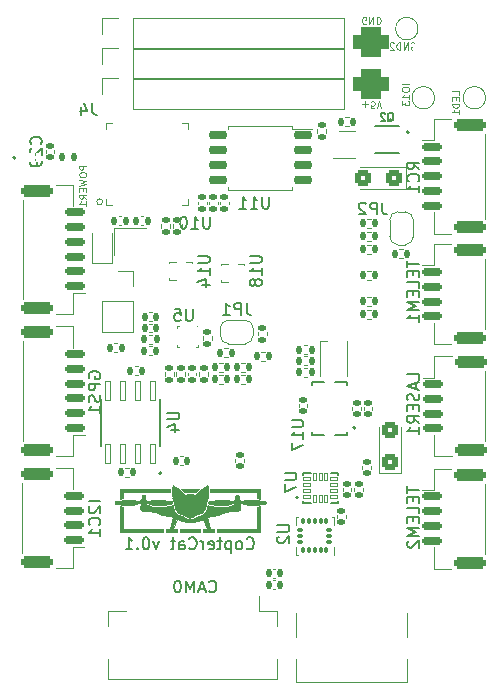
<source format=gbr>
%TF.GenerationSoftware,KiCad,Pcbnew,(6.0.0-0)*%
%TF.CreationDate,2022-02-19T21:54:14+03:00*%
%TF.ProjectId,CopterCat_cm4,436f7074-6572-4436-9174-5f636d342e6b,rev?*%
%TF.SameCoordinates,Original*%
%TF.FileFunction,Legend,Bot*%
%TF.FilePolarity,Positive*%
%FSLAX46Y46*%
G04 Gerber Fmt 4.6, Leading zero omitted, Abs format (unit mm)*
G04 Created by KiCad (PCBNEW (6.0.0-0)) date 2022-02-19 21:54:14*
%MOMM*%
%LPD*%
G01*
G04 APERTURE LIST*
G04 Aperture macros list*
%AMRoundRect*
0 Rectangle with rounded corners*
0 $1 Rounding radius*
0 $2 $3 $4 $5 $6 $7 $8 $9 X,Y pos of 4 corners*
0 Add a 4 corners polygon primitive as box body*
4,1,4,$2,$3,$4,$5,$6,$7,$8,$9,$2,$3,0*
0 Add four circle primitives for the rounded corners*
1,1,$1+$1,$2,$3*
1,1,$1+$1,$4,$5*
1,1,$1+$1,$6,$7*
1,1,$1+$1,$8,$9*
0 Add four rect primitives between the rounded corners*
20,1,$1+$1,$2,$3,$4,$5,0*
20,1,$1+$1,$4,$5,$6,$7,0*
20,1,$1+$1,$6,$7,$8,$9,0*
20,1,$1+$1,$8,$9,$2,$3,0*%
%AMFreePoly0*
4,1,22,0.500000,-0.750000,0.000000,-0.750000,0.000000,-0.745033,-0.079941,-0.743568,-0.215256,-0.701293,-0.333266,-0.622738,-0.424486,-0.514219,-0.481581,-0.384460,-0.499164,-0.250000,-0.500000,-0.250000,-0.500000,0.250000,-0.499164,0.250000,-0.499963,0.256109,-0.478152,0.396186,-0.417904,0.524511,-0.324060,0.630769,-0.204165,0.706417,-0.067858,0.745374,0.000000,0.744959,0.000000,0.750000,
0.500000,0.750000,0.500000,-0.750000,0.500000,-0.750000,$1*%
%AMFreePoly1*
4,1,20,0.000000,0.744959,0.073905,0.744508,0.209726,0.703889,0.328688,0.626782,0.421226,0.519385,0.479903,0.390333,0.500000,0.250000,0.500000,-0.250000,0.499851,-0.262216,0.476331,-0.402017,0.414519,-0.529596,0.319384,-0.634700,0.198574,-0.708877,0.061801,-0.746166,0.000000,-0.745033,0.000000,-0.750000,-0.500000,-0.750000,-0.500000,0.750000,0.000000,0.750000,0.000000,0.744959,
0.000000,0.744959,$1*%
G04 Aperture macros list end*
%ADD10C,0.002207*%
%ADD11C,0.150000*%
%ADD12C,0.100000*%
%ADD13C,0.120000*%
%ADD14C,0.127000*%
%ADD15C,0.200000*%
%ADD16C,0.010000*%
%ADD17C,6.100000*%
%ADD18R,1.700000X1.700000*%
%ADD19O,1.700000X1.700000*%
%ADD20RoundRect,0.140000X-0.140000X-0.170000X0.140000X-0.170000X0.140000X0.170000X-0.140000X0.170000X0*%
%ADD21RoundRect,0.140000X-0.170000X0.140000X-0.170000X-0.140000X0.170000X-0.140000X0.170000X0.140000X0*%
%ADD22R,0.225000X0.663000*%
%ADD23R,0.225000X0.563000*%
%ADD24R,0.563000X0.225000*%
%ADD25R,0.425000X0.400000*%
%ADD26R,1.150000X0.950000*%
%ADD27R,0.750000X0.300000*%
%ADD28C,0.200000*%
%ADD29RoundRect,0.150000X-0.700000X0.150000X-0.700000X-0.150000X0.700000X-0.150000X0.700000X0.150000X0*%
%ADD30RoundRect,0.250000X-1.100000X0.250000X-1.100000X-0.250000X1.100000X-0.250000X1.100000X0.250000X0*%
%ADD31RoundRect,0.135000X0.135000X0.185000X-0.135000X0.185000X-0.135000X-0.185000X0.135000X-0.185000X0*%
%ADD32RoundRect,0.135000X-0.135000X-0.185000X0.135000X-0.185000X0.135000X0.185000X-0.135000X0.185000X0*%
%ADD33FreePoly0,0.000000*%
%ADD34FreePoly1,0.000000*%
%ADD35RoundRect,0.140000X0.170000X-0.140000X0.170000X0.140000X-0.170000X0.140000X-0.170000X-0.140000X0*%
%ADD36R,0.809800X0.220000*%
%ADD37R,0.220000X0.809800*%
%ADD38R,4.000000X4.000000*%
%ADD39RoundRect,0.135000X-0.185000X0.135000X-0.185000X-0.135000X0.185000X-0.135000X0.185000X0.135000X0*%
%ADD40RoundRect,0.087500X0.087500X-0.187500X0.087500X0.187500X-0.087500X0.187500X-0.087500X-0.187500X0*%
%ADD41RoundRect,0.087500X0.187500X-0.087500X0.187500X0.087500X-0.187500X0.087500X-0.187500X-0.087500X0*%
%ADD42RoundRect,0.135000X0.185000X-0.135000X0.185000X0.135000X-0.185000X0.135000X-0.185000X-0.135000X0*%
%ADD43R,0.450000X0.600000*%
%ADD44RoundRect,0.140000X0.140000X0.170000X-0.140000X0.170000X-0.140000X-0.170000X0.140000X-0.170000X0*%
%ADD45R,0.800000X1.000000*%
%ADD46C,1.500000*%
%ADD47RoundRect,0.250000X0.450000X0.425000X-0.450000X0.425000X-0.450000X-0.425000X0.450000X-0.425000X0*%
%ADD48RoundRect,0.150000X0.650000X0.150000X-0.650000X0.150000X-0.650000X-0.150000X0.650000X-0.150000X0*%
%ADD49R,0.900000X0.800000*%
%ADD50RoundRect,0.150000X0.700000X-0.150000X0.700000X0.150000X-0.700000X0.150000X-0.700000X-0.150000X0*%
%ADD51RoundRect,0.250000X1.100000X-0.250000X1.100000X0.250000X-1.100000X0.250000X-1.100000X-0.250000X0*%
%ADD52R,0.650000X0.400000*%
%ADD53C,0.950000*%
%ADD54R,3.850000X1.200000*%
%ADD55R,1.450000X1.500000*%
%ADD56R,0.550000X1.150000*%
%ADD57R,0.750000X1.450000*%
%ADD58R,1.650000X0.550000*%
%ADD59RoundRect,0.625000X-0.875000X0.625000X-0.875000X-0.625000X0.875000X-0.625000X0.875000X0.625000X0*%
%ADD60R,0.590000X0.350000*%
%ADD61R,0.350000X0.590000*%
%ADD62C,0.650000*%
%ADD63R,0.600000X1.450000*%
%ADD64R,0.300000X1.450000*%
%ADD65O,1.000000X2.100000*%
%ADD66O,1.000000X1.600000*%
%ADD67RoundRect,0.041300X0.253700X-0.778700X0.253700X0.778700X-0.253700X0.778700X-0.253700X-0.778700X0*%
%ADD68FreePoly0,90.000000*%
%ADD69FreePoly1,90.000000*%
%ADD70RoundRect,0.031500X-0.273500X-0.143500X0.273500X-0.143500X0.273500X0.143500X-0.273500X0.143500X0*%
%ADD71RoundRect,0.031500X-0.143500X-0.273500X0.143500X-0.273500X0.143500X0.273500X-0.143500X0.273500X0*%
%ADD72RoundRect,0.147500X0.147500X0.172500X-0.147500X0.172500X-0.147500X-0.172500X0.147500X-0.172500X0*%
%ADD73R,0.300000X1.300000*%
%ADD74R,1.800000X2.200000*%
%ADD75RoundRect,0.250000X0.425000X-0.450000X0.425000X0.450000X-0.425000X0.450000X-0.425000X-0.450000X0*%
G04 APERTURE END LIST*
D10*
X222625798Y-120965359D02*
X221588614Y-120965359D01*
X221588614Y-120965359D02*
X221351812Y-120727232D01*
X221351812Y-120727232D02*
X222853349Y-120726150D01*
X222853349Y-120726150D02*
X222625798Y-120965359D01*
X222625798Y-120965359D02*
X222625798Y-120965359D01*
G36*
X222625798Y-120965359D02*
G01*
X221588614Y-120965359D01*
X221351812Y-120727232D01*
X222853349Y-120726150D01*
X222625798Y-120965359D01*
G37*
X222625798Y-120965359D02*
X221588614Y-120965359D01*
X221351812Y-120727232D01*
X222853349Y-120726150D01*
X222625798Y-120965359D01*
X223759624Y-120727232D02*
X228010764Y-120727232D01*
X228010764Y-120727232D02*
X228010764Y-121569298D01*
X228010764Y-121569298D02*
X227772637Y-121550111D01*
X227772637Y-121550111D02*
X227772637Y-120965359D01*
X227772637Y-120965359D02*
X223776824Y-120965359D01*
X223776824Y-120965359D02*
X223759624Y-120727232D01*
X223759624Y-120727232D02*
X223759624Y-120727232D01*
G36*
X228010764Y-121569298D02*
G01*
X227772637Y-121550111D01*
X227772637Y-120965359D01*
X223776824Y-120965359D01*
X223759624Y-120727232D01*
X228010764Y-120727232D01*
X228010764Y-121569298D01*
G37*
X228010764Y-121569298D02*
X227772637Y-121550111D01*
X227772637Y-120965359D01*
X223776824Y-120965359D01*
X223759624Y-120727232D01*
X228010764Y-120727232D01*
X228010764Y-121569298D01*
X220436330Y-120727232D02*
X216185190Y-120727232D01*
X216185190Y-120727232D02*
X216185190Y-121569298D01*
X216185190Y-121569298D02*
X216423317Y-121550111D01*
X216423317Y-121550111D02*
X216423317Y-120965359D01*
X216423317Y-120965359D02*
X220419130Y-120965359D01*
X220419130Y-120965359D02*
X220436330Y-120727232D01*
X220436330Y-120727232D02*
X220436330Y-120727232D01*
G36*
X220419130Y-120965359D02*
G01*
X216423317Y-120965359D01*
X216423317Y-121550111D01*
X216185190Y-121569298D01*
X216185190Y-120727232D01*
X220436330Y-120727232D01*
X220419130Y-120965359D01*
G37*
X220419130Y-120965359D02*
X216423317Y-120965359D01*
X216423317Y-121550111D01*
X216185190Y-121569298D01*
X216185190Y-120727232D01*
X220436330Y-120727232D01*
X220419130Y-120965359D01*
X223024156Y-122045287D02*
X223015644Y-122043723D01*
X223015644Y-122043723D02*
X223005308Y-122042207D01*
X223005308Y-122042207D02*
X222991186Y-122040593D01*
X222991186Y-122040593D02*
X222973483Y-122039172D01*
X222973483Y-122039172D02*
X222952398Y-122038237D01*
X222952398Y-122038237D02*
X222928135Y-122038081D01*
X222928135Y-122038081D02*
X222900894Y-122038997D01*
X222900894Y-122038997D02*
X222870879Y-122041277D01*
X222870879Y-122041277D02*
X222838290Y-122045215D01*
X222838290Y-122045215D02*
X222821094Y-122047896D01*
X222821094Y-122047896D02*
X222803330Y-122051102D01*
X222803330Y-122051102D02*
X222785024Y-122054868D01*
X222785024Y-122054868D02*
X222766201Y-122059231D01*
X222766201Y-122059231D02*
X222746886Y-122064228D01*
X222746886Y-122064228D02*
X222727105Y-122069896D01*
X222727105Y-122069896D02*
X222706882Y-122076270D01*
X222706882Y-122076270D02*
X222686243Y-122083388D01*
X222686243Y-122083388D02*
X222665213Y-122091286D01*
X222665213Y-122091286D02*
X222643818Y-122100000D01*
X222643818Y-122100000D02*
X222622082Y-122109568D01*
X222622082Y-122109568D02*
X222600031Y-122120026D01*
X222600031Y-122120026D02*
X222556960Y-122142563D01*
X222556960Y-122142563D02*
X222516557Y-122166272D01*
X222516557Y-122166272D02*
X222478839Y-122190791D01*
X222478839Y-122190791D02*
X222443820Y-122215758D01*
X222443820Y-122215758D02*
X222411515Y-122240810D01*
X222411515Y-122240810D02*
X222381940Y-122265585D01*
X222381940Y-122265585D02*
X222355110Y-122289721D01*
X222355110Y-122289721D02*
X222331039Y-122312854D01*
X222331039Y-122312854D02*
X222309743Y-122334623D01*
X222309743Y-122334623D02*
X222291238Y-122354666D01*
X222291238Y-122354666D02*
X222262659Y-122388120D01*
X222262659Y-122388120D02*
X222239649Y-122418363D01*
X222239649Y-122418363D02*
X222251780Y-122425002D01*
X222251780Y-122425002D02*
X222286073Y-122441838D01*
X222286073Y-122441838D02*
X222310545Y-122452637D01*
X222310545Y-122452637D02*
X222339377Y-122464254D01*
X222339377Y-122464254D02*
X222372174Y-122476110D01*
X222372174Y-122476110D02*
X222408544Y-122487629D01*
X222408544Y-122487629D02*
X222448091Y-122498234D01*
X222448091Y-122498234D02*
X222468934Y-122503013D01*
X222468934Y-122503013D02*
X222490423Y-122507346D01*
X222490423Y-122507346D02*
X222512510Y-122511163D01*
X222512510Y-122511163D02*
X222535146Y-122514390D01*
X222535146Y-122514390D02*
X222558280Y-122516955D01*
X222558280Y-122516955D02*
X222581865Y-122518786D01*
X222581865Y-122518786D02*
X222605851Y-122519811D01*
X222605851Y-122519811D02*
X222630188Y-122519958D01*
X222630188Y-122519958D02*
X222654828Y-122519155D01*
X222654828Y-122519155D02*
X222679721Y-122517329D01*
X222679721Y-122517329D02*
X222704818Y-122514409D01*
X222704818Y-122514409D02*
X222730069Y-122510321D01*
X222730069Y-122510321D02*
X222755426Y-122504995D01*
X222755426Y-122504995D02*
X222780840Y-122498357D01*
X222780840Y-122498357D02*
X222805399Y-122490190D01*
X222805399Y-122490190D02*
X222828265Y-122480407D01*
X222828265Y-122480407D02*
X222849499Y-122469129D01*
X222849499Y-122469129D02*
X222869160Y-122456480D01*
X222869160Y-122456480D02*
X222887307Y-122442584D01*
X222887307Y-122442584D02*
X222904002Y-122427562D01*
X222904002Y-122427562D02*
X222919303Y-122411539D01*
X222919303Y-122411539D02*
X222933271Y-122394637D01*
X222933271Y-122394637D02*
X222945966Y-122376980D01*
X222945966Y-122376980D02*
X222957447Y-122358690D01*
X222957447Y-122358690D02*
X222967774Y-122339890D01*
X222967774Y-122339890D02*
X222977007Y-122320703D01*
X222977007Y-122320703D02*
X222985206Y-122301253D01*
X222985206Y-122301253D02*
X222992432Y-122281663D01*
X222992432Y-122281663D02*
X223004199Y-122242553D01*
X223004199Y-122242553D02*
X223012788Y-122204358D01*
X223012788Y-122204358D02*
X223018677Y-122168061D01*
X223018677Y-122168061D02*
X223022347Y-122134648D01*
X223022347Y-122134648D02*
X223024275Y-122105103D01*
X223024275Y-122105103D02*
X223024824Y-122061553D01*
X223024824Y-122061553D02*
X223024156Y-122045287D01*
X223024156Y-122045287D02*
X223024156Y-122045287D01*
G36*
X222952398Y-122038237D02*
G01*
X222973483Y-122039172D01*
X222991186Y-122040593D01*
X223005308Y-122042207D01*
X223015644Y-122043723D01*
X223024156Y-122045287D01*
X223024824Y-122061553D01*
X223024275Y-122105103D01*
X223022347Y-122134648D01*
X223018677Y-122168061D01*
X223012788Y-122204358D01*
X223004199Y-122242553D01*
X222992432Y-122281663D01*
X222985206Y-122301253D01*
X222977007Y-122320703D01*
X222967774Y-122339890D01*
X222957447Y-122358690D01*
X222945966Y-122376980D01*
X222933271Y-122394637D01*
X222919303Y-122411539D01*
X222904002Y-122427562D01*
X222887307Y-122442584D01*
X222869160Y-122456480D01*
X222849499Y-122469129D01*
X222828265Y-122480407D01*
X222805399Y-122490190D01*
X222780840Y-122498357D01*
X222755426Y-122504995D01*
X222730069Y-122510321D01*
X222704818Y-122514409D01*
X222679721Y-122517329D01*
X222654828Y-122519155D01*
X222630188Y-122519958D01*
X222605851Y-122519811D01*
X222581865Y-122518786D01*
X222558280Y-122516955D01*
X222535146Y-122514390D01*
X222512510Y-122511163D01*
X222490423Y-122507346D01*
X222468934Y-122503013D01*
X222448091Y-122498234D01*
X222408544Y-122487629D01*
X222372174Y-122476110D01*
X222339377Y-122464254D01*
X222310545Y-122452637D01*
X222286073Y-122441838D01*
X222251780Y-122425002D01*
X222239649Y-122418363D01*
X222262659Y-122388120D01*
X222291238Y-122354666D01*
X222309743Y-122334623D01*
X222331039Y-122312854D01*
X222355110Y-122289721D01*
X222381940Y-122265585D01*
X222411515Y-122240810D01*
X222443820Y-122215758D01*
X222478839Y-122190791D01*
X222516557Y-122166272D01*
X222556960Y-122142563D01*
X222600031Y-122120026D01*
X222622082Y-122109568D01*
X222643818Y-122100000D01*
X222665213Y-122091286D01*
X222686243Y-122083388D01*
X222706882Y-122076270D01*
X222727105Y-122069896D01*
X222746886Y-122064228D01*
X222766201Y-122059231D01*
X222785024Y-122054868D01*
X222803330Y-122051102D01*
X222821094Y-122047896D01*
X222838290Y-122045215D01*
X222870879Y-122041277D01*
X222900894Y-122038997D01*
X222928135Y-122038081D01*
X222952398Y-122038237D01*
G37*
X222952398Y-122038237D02*
X222973483Y-122039172D01*
X222991186Y-122040593D01*
X223005308Y-122042207D01*
X223015644Y-122043723D01*
X223024156Y-122045287D01*
X223024824Y-122061553D01*
X223024275Y-122105103D01*
X223022347Y-122134648D01*
X223018677Y-122168061D01*
X223012788Y-122204358D01*
X223004199Y-122242553D01*
X222992432Y-122281663D01*
X222985206Y-122301253D01*
X222977007Y-122320703D01*
X222967774Y-122339890D01*
X222957447Y-122358690D01*
X222945966Y-122376980D01*
X222933271Y-122394637D01*
X222919303Y-122411539D01*
X222904002Y-122427562D01*
X222887307Y-122442584D01*
X222869160Y-122456480D01*
X222849499Y-122469129D01*
X222828265Y-122480407D01*
X222805399Y-122490190D01*
X222780840Y-122498357D01*
X222755426Y-122504995D01*
X222730069Y-122510321D01*
X222704818Y-122514409D01*
X222679721Y-122517329D01*
X222654828Y-122519155D01*
X222630188Y-122519958D01*
X222605851Y-122519811D01*
X222581865Y-122518786D01*
X222558280Y-122516955D01*
X222535146Y-122514390D01*
X222512510Y-122511163D01*
X222490423Y-122507346D01*
X222468934Y-122503013D01*
X222448091Y-122498234D01*
X222408544Y-122487629D01*
X222372174Y-122476110D01*
X222339377Y-122464254D01*
X222310545Y-122452637D01*
X222286073Y-122441838D01*
X222251780Y-122425002D01*
X222239649Y-122418363D01*
X222262659Y-122388120D01*
X222291238Y-122354666D01*
X222309743Y-122334623D01*
X222331039Y-122312854D01*
X222355110Y-122289721D01*
X222381940Y-122265585D01*
X222411515Y-122240810D01*
X222443820Y-122215758D01*
X222478839Y-122190791D01*
X222516557Y-122166272D01*
X222556960Y-122142563D01*
X222600031Y-122120026D01*
X222622082Y-122109568D01*
X222643818Y-122100000D01*
X222665213Y-122091286D01*
X222686243Y-122083388D01*
X222706882Y-122076270D01*
X222727105Y-122069896D01*
X222746886Y-122064228D01*
X222766201Y-122059231D01*
X222785024Y-122054868D01*
X222803330Y-122051102D01*
X222821094Y-122047896D01*
X222838290Y-122045215D01*
X222870879Y-122041277D01*
X222900894Y-122038997D01*
X222928135Y-122038081D01*
X222952398Y-122038237D01*
X221507140Y-122127312D02*
X221504014Y-122130464D01*
X221504014Y-122130464D02*
X221500427Y-122134294D01*
X221500427Y-122134294D02*
X221495773Y-122139530D01*
X221495773Y-122139530D02*
X221490267Y-122146097D01*
X221490267Y-122146097D02*
X221484121Y-122153922D01*
X221484121Y-122153922D02*
X221477549Y-122162933D01*
X221477549Y-122162933D02*
X221470764Y-122173055D01*
X221470764Y-122173055D02*
X221467359Y-122178511D01*
X221467359Y-122178511D02*
X221463980Y-122184216D01*
X221463980Y-122184216D02*
X221460654Y-122190164D01*
X221460654Y-122190164D02*
X221457408Y-122196343D01*
X221457408Y-122196343D02*
X221454268Y-122202745D01*
X221454268Y-122202745D02*
X221451262Y-122209361D01*
X221451262Y-122209361D02*
X221448416Y-122216182D01*
X221448416Y-122216182D02*
X221445756Y-122223198D01*
X221445756Y-122223198D02*
X221443309Y-122230401D01*
X221443309Y-122230401D02*
X221441102Y-122237781D01*
X221441102Y-122237781D02*
X221439162Y-122245329D01*
X221439162Y-122245329D02*
X221437515Y-122253036D01*
X221437515Y-122253036D02*
X221436187Y-122260892D01*
X221436187Y-122260892D02*
X221435206Y-122268889D01*
X221435206Y-122268889D02*
X221434597Y-122277018D01*
X221434597Y-122277018D02*
X221434388Y-122285268D01*
X221434388Y-122285268D02*
X221434574Y-122293552D01*
X221434574Y-122293552D02*
X221435117Y-122301773D01*
X221435117Y-122301773D02*
X221437174Y-122317973D01*
X221437174Y-122317973D02*
X221440371Y-122333765D01*
X221440371Y-122333765D02*
X221444518Y-122349042D01*
X221444518Y-122349042D02*
X221449424Y-122363700D01*
X221449424Y-122363700D02*
X221454900Y-122377634D01*
X221454900Y-122377634D02*
X221460756Y-122390739D01*
X221460756Y-122390739D02*
X221466801Y-122402911D01*
X221466801Y-122402911D02*
X221472847Y-122414043D01*
X221472847Y-122414043D02*
X221478703Y-122424032D01*
X221478703Y-122424032D02*
X221489085Y-122440158D01*
X221489085Y-122440158D02*
X221499214Y-122454066D01*
X221499214Y-122454066D02*
X221502153Y-122450286D01*
X221502153Y-122450286D02*
X221509899Y-122439654D01*
X221509899Y-122439654D02*
X221515074Y-122432101D01*
X221515074Y-122432101D02*
X221520850Y-122423235D01*
X221520850Y-122423235D02*
X221527027Y-122413188D01*
X221527027Y-122413188D02*
X221533404Y-122402094D01*
X221533404Y-122402094D02*
X221539782Y-122390084D01*
X221539782Y-122390084D02*
X221545958Y-122377294D01*
X221545958Y-122377294D02*
X221548909Y-122370647D01*
X221548909Y-122370647D02*
X221551735Y-122363854D01*
X221551735Y-122363854D02*
X221554410Y-122356933D01*
X221554410Y-122356933D02*
X221556910Y-122349899D01*
X221556910Y-122349899D02*
X221559210Y-122342770D01*
X221559210Y-122342770D02*
X221561284Y-122335561D01*
X221561284Y-122335561D02*
X221563108Y-122328291D01*
X221563108Y-122328291D02*
X221564656Y-122320974D01*
X221564656Y-122320974D02*
X221565904Y-122313629D01*
X221565904Y-122313629D02*
X221566826Y-122306270D01*
X221566826Y-122306270D02*
X221567398Y-122298916D01*
X221567398Y-122298916D02*
X221567594Y-122291583D01*
X221567594Y-122291583D02*
X221567421Y-122284245D01*
X221567421Y-122284245D02*
X221566915Y-122276876D01*
X221566915Y-122276876D02*
X221564997Y-122262116D01*
X221564997Y-122262116D02*
X221562015Y-122247440D01*
X221562015Y-122247440D02*
X221558148Y-122232988D01*
X221558148Y-122232988D02*
X221553573Y-122218898D01*
X221553573Y-122218898D02*
X221548466Y-122205307D01*
X221548466Y-122205307D02*
X221543006Y-122192355D01*
X221543006Y-122192355D02*
X221537368Y-122180179D01*
X221537368Y-122180179D02*
X221526269Y-122158709D01*
X221526269Y-122158709D02*
X221516587Y-122142004D01*
X221516587Y-122142004D02*
X221507141Y-122127312D01*
X221507141Y-122127312D02*
X221507140Y-122127312D01*
X221507140Y-122127312D02*
X221507140Y-122127312D01*
G36*
X221516587Y-122142004D02*
G01*
X221526269Y-122158709D01*
X221537368Y-122180179D01*
X221543006Y-122192355D01*
X221548466Y-122205307D01*
X221553573Y-122218898D01*
X221558148Y-122232988D01*
X221562015Y-122247440D01*
X221564997Y-122262116D01*
X221566915Y-122276876D01*
X221567421Y-122284245D01*
X221567594Y-122291583D01*
X221567398Y-122298916D01*
X221566826Y-122306270D01*
X221565904Y-122313629D01*
X221564656Y-122320974D01*
X221563108Y-122328291D01*
X221561284Y-122335561D01*
X221559210Y-122342770D01*
X221556910Y-122349899D01*
X221554410Y-122356933D01*
X221551735Y-122363854D01*
X221548909Y-122370647D01*
X221545958Y-122377294D01*
X221539782Y-122390084D01*
X221533404Y-122402094D01*
X221527027Y-122413188D01*
X221520850Y-122423235D01*
X221515074Y-122432101D01*
X221509899Y-122439654D01*
X221502153Y-122450286D01*
X221499214Y-122454066D01*
X221489085Y-122440158D01*
X221478703Y-122424032D01*
X221472847Y-122414043D01*
X221466801Y-122402911D01*
X221460756Y-122390739D01*
X221454900Y-122377634D01*
X221449424Y-122363700D01*
X221444518Y-122349042D01*
X221440371Y-122333765D01*
X221437174Y-122317973D01*
X221435117Y-122301773D01*
X221434574Y-122293552D01*
X221434388Y-122285268D01*
X221434597Y-122277018D01*
X221435206Y-122268889D01*
X221436187Y-122260892D01*
X221437515Y-122253036D01*
X221439162Y-122245329D01*
X221441102Y-122237781D01*
X221443309Y-122230401D01*
X221445756Y-122223198D01*
X221448416Y-122216182D01*
X221451262Y-122209361D01*
X221454268Y-122202745D01*
X221457408Y-122196343D01*
X221460654Y-122190164D01*
X221463980Y-122184216D01*
X221467359Y-122178511D01*
X221470764Y-122173055D01*
X221477549Y-122162933D01*
X221484121Y-122153922D01*
X221490267Y-122146097D01*
X221495773Y-122139530D01*
X221500427Y-122134294D01*
X221504014Y-122130464D01*
X221507140Y-122127312D01*
X221507141Y-122127312D01*
X221516587Y-122142004D01*
G37*
X221516587Y-122142004D02*
X221526269Y-122158709D01*
X221537368Y-122180179D01*
X221543006Y-122192355D01*
X221548466Y-122205307D01*
X221553573Y-122218898D01*
X221558148Y-122232988D01*
X221562015Y-122247440D01*
X221564997Y-122262116D01*
X221566915Y-122276876D01*
X221567421Y-122284245D01*
X221567594Y-122291583D01*
X221567398Y-122298916D01*
X221566826Y-122306270D01*
X221565904Y-122313629D01*
X221564656Y-122320974D01*
X221563108Y-122328291D01*
X221561284Y-122335561D01*
X221559210Y-122342770D01*
X221556910Y-122349899D01*
X221554410Y-122356933D01*
X221551735Y-122363854D01*
X221548909Y-122370647D01*
X221545958Y-122377294D01*
X221539782Y-122390084D01*
X221533404Y-122402094D01*
X221527027Y-122413188D01*
X221520850Y-122423235D01*
X221515074Y-122432101D01*
X221509899Y-122439654D01*
X221502153Y-122450286D01*
X221499214Y-122454066D01*
X221489085Y-122440158D01*
X221478703Y-122424032D01*
X221472847Y-122414043D01*
X221466801Y-122402911D01*
X221460756Y-122390739D01*
X221454900Y-122377634D01*
X221449424Y-122363700D01*
X221444518Y-122349042D01*
X221440371Y-122333765D01*
X221437174Y-122317973D01*
X221435117Y-122301773D01*
X221434574Y-122293552D01*
X221434388Y-122285268D01*
X221434597Y-122277018D01*
X221435206Y-122268889D01*
X221436187Y-122260892D01*
X221437515Y-122253036D01*
X221439162Y-122245329D01*
X221441102Y-122237781D01*
X221443309Y-122230401D01*
X221445756Y-122223198D01*
X221448416Y-122216182D01*
X221451262Y-122209361D01*
X221454268Y-122202745D01*
X221457408Y-122196343D01*
X221460654Y-122190164D01*
X221463980Y-122184216D01*
X221467359Y-122178511D01*
X221470764Y-122173055D01*
X221477549Y-122162933D01*
X221484121Y-122153922D01*
X221490267Y-122146097D01*
X221495773Y-122139530D01*
X221500427Y-122134294D01*
X221504014Y-122130464D01*
X221507140Y-122127312D01*
X221507141Y-122127312D01*
X221516587Y-122142004D01*
X222098231Y-123541700D02*
X222019492Y-123539677D01*
X222019492Y-123539677D02*
X221933120Y-123535426D01*
X221933120Y-123535426D02*
X221826126Y-123527486D01*
X221826126Y-123527486D02*
X221767406Y-123521774D01*
X221767406Y-123521774D02*
X221706543Y-123514708D01*
X221706543Y-123514708D02*
X221644542Y-123506147D01*
X221644542Y-123506147D02*
X221582406Y-123495945D01*
X221582406Y-123495945D02*
X221521140Y-123483961D01*
X221521140Y-123483961D02*
X221461749Y-123470050D01*
X221461749Y-123470050D02*
X221405237Y-123454068D01*
X221405237Y-123454068D02*
X221352607Y-123435873D01*
X221352607Y-123435873D02*
X221261519Y-123399706D01*
X221261519Y-123399706D02*
X221188463Y-123368562D01*
X221188463Y-123368562D02*
X221131622Y-123342380D01*
X221131622Y-123342380D02*
X221089185Y-123321098D01*
X221089185Y-123321098D02*
X221059335Y-123304653D01*
X221059335Y-123304653D02*
X221040260Y-123292984D01*
X221040260Y-123292984D02*
X221027177Y-123283723D01*
X221027177Y-123283723D02*
X220696780Y-124123780D01*
X220696780Y-124123780D02*
X220994102Y-124123780D01*
X220994102Y-124123780D02*
X220996752Y-124356608D01*
X220996752Y-124356608D02*
X220089241Y-124356608D01*
X220089241Y-124356608D02*
X220089241Y-124123780D01*
X220089241Y-124123780D02*
X220430214Y-124123780D01*
X220430214Y-124123780D02*
X220663374Y-123097196D01*
X220663374Y-123097196D02*
X220578418Y-123087314D01*
X220578418Y-123087314D02*
X220482130Y-123074451D01*
X220482130Y-123074451D02*
X220358773Y-123055852D01*
X220358773Y-123055852D02*
X220214952Y-123031175D01*
X220214952Y-123031175D02*
X220137431Y-123016451D01*
X220137431Y-123016451D02*
X220057270Y-123000080D01*
X220057270Y-123000080D02*
X219975295Y-122982019D01*
X219975295Y-122982019D02*
X219892331Y-122962225D01*
X219892331Y-122962225D02*
X219809204Y-122940657D01*
X219809204Y-122940657D02*
X219726740Y-122917270D01*
X219726740Y-122917270D02*
X219567155Y-122867970D01*
X219567155Y-122867970D02*
X219415445Y-122818547D01*
X219415445Y-122818547D02*
X219133417Y-122726772D01*
X219133417Y-122726772D02*
X219001983Y-122688140D01*
X219001983Y-122688140D02*
X218938417Y-122671452D01*
X218938417Y-122671452D02*
X218876191Y-122656826D01*
X218876191Y-122656826D02*
X218815237Y-122644495D01*
X218815237Y-122644495D02*
X218755484Y-122634690D01*
X218755484Y-122634690D02*
X218696863Y-122627645D01*
X218696863Y-122627645D02*
X218639303Y-122623591D01*
X218639303Y-122623591D02*
X218468561Y-122616815D01*
X218468561Y-122616815D02*
X218375710Y-122614006D01*
X218375710Y-122614006D02*
X218305185Y-122611690D01*
X218305185Y-122611690D02*
X218201422Y-122606392D01*
X218201422Y-122606392D02*
X218167366Y-122603442D01*
X218167366Y-122603442D02*
X218134720Y-122598659D01*
X218134720Y-122598659D02*
X218103593Y-122592194D01*
X218103593Y-122592194D02*
X218074094Y-122584199D01*
X218074094Y-122584199D02*
X218046331Y-122574824D01*
X218046331Y-122574824D02*
X218020413Y-122564220D01*
X218020413Y-122564220D02*
X217996448Y-122552538D01*
X217996448Y-122552538D02*
X217974545Y-122539930D01*
X217974545Y-122539930D02*
X217954812Y-122526546D01*
X217954812Y-122526546D02*
X217937358Y-122512538D01*
X217937358Y-122512538D02*
X217922291Y-122498057D01*
X217922291Y-122498057D02*
X217909721Y-122483254D01*
X217909721Y-122483254D02*
X217899755Y-122468279D01*
X217899755Y-122468279D02*
X217892502Y-122453284D01*
X217892502Y-122453284D02*
X217889926Y-122445827D01*
X217889926Y-122445827D02*
X217888070Y-122438421D01*
X217888070Y-122438421D02*
X217886947Y-122431085D01*
X217886947Y-122431085D02*
X217886569Y-122423839D01*
X217886569Y-122423839D02*
X217889219Y-122208211D01*
X217889219Y-122208211D02*
X217889424Y-122200465D01*
X217889424Y-122200465D02*
X217890021Y-122193098D01*
X217890021Y-122193098D02*
X217890985Y-122186101D01*
X217890985Y-122186101D02*
X217892289Y-122179466D01*
X217892289Y-122179466D02*
X217893907Y-122173183D01*
X217893907Y-122173183D02*
X217895812Y-122167244D01*
X217895812Y-122167244D02*
X217897980Y-122161641D01*
X217897980Y-122161641D02*
X217900383Y-122156364D01*
X217900383Y-122156364D02*
X217902995Y-122151405D01*
X217902995Y-122151405D02*
X217905790Y-122146755D01*
X217905790Y-122146755D02*
X217908742Y-122142405D01*
X217908742Y-122142405D02*
X217911826Y-122138347D01*
X217911826Y-122138347D02*
X217915013Y-122134572D01*
X217915013Y-122134572D02*
X217918280Y-122131072D01*
X217918280Y-122131072D02*
X217924943Y-122124858D01*
X217924943Y-122124858D02*
X217931607Y-122119637D01*
X217931607Y-122119637D02*
X217938061Y-122115338D01*
X217938061Y-122115338D02*
X217944096Y-122111892D01*
X217944096Y-122111892D02*
X217949504Y-122109229D01*
X217949504Y-122109229D02*
X217957598Y-122105973D01*
X217957598Y-122105973D02*
X217960668Y-122105011D01*
X217960668Y-122105011D02*
X217958018Y-122038861D01*
X217958018Y-122038861D02*
X217907743Y-122038861D01*
X217907743Y-122038861D02*
X217909789Y-122015201D01*
X217909789Y-122015201D02*
X217909704Y-122007011D01*
X217909704Y-122007011D02*
X217909368Y-122002729D01*
X217909368Y-122002729D02*
X217908788Y-121998359D01*
X217908788Y-121998359D02*
X217907925Y-121993929D01*
X217907925Y-121993929D02*
X217906743Y-121989468D01*
X217906743Y-121989468D02*
X217905206Y-121985004D01*
X217905206Y-121985004D02*
X217903275Y-121980563D01*
X217903275Y-121980563D02*
X217900914Y-121976175D01*
X217900914Y-121976175D02*
X217898085Y-121971868D01*
X217898085Y-121971868D02*
X217894753Y-121967668D01*
X217894753Y-121967668D02*
X217890878Y-121963605D01*
X217890878Y-121963605D02*
X217886426Y-121959706D01*
X217886426Y-121959706D02*
X217881358Y-121956000D01*
X217881358Y-121956000D02*
X217875637Y-121952513D01*
X217875637Y-121952513D02*
X217869227Y-121949275D01*
X217869227Y-121949275D02*
X217862089Y-121946313D01*
X217862089Y-121946313D02*
X217854189Y-121943655D01*
X217854189Y-121943655D02*
X217845487Y-121941329D01*
X217845487Y-121941329D02*
X217835947Y-121939364D01*
X217835947Y-121939364D02*
X217825533Y-121937786D01*
X217825533Y-121937786D02*
X217814206Y-121936625D01*
X217814206Y-121936625D02*
X217801930Y-121935907D01*
X217801930Y-121935907D02*
X217788669Y-121935662D01*
X217788669Y-121935662D02*
X217760081Y-121937116D01*
X217760081Y-121937116D02*
X217729590Y-121941268D01*
X217729590Y-121941268D02*
X217697498Y-121947806D01*
X217697498Y-121947806D02*
X217664110Y-121956417D01*
X217664110Y-121956417D02*
X217629728Y-121966788D01*
X217629728Y-121966788D02*
X217594657Y-121978608D01*
X217594657Y-121978608D02*
X217523657Y-122005339D01*
X217523657Y-122005339D02*
X217453538Y-122034110D01*
X217453538Y-122034110D02*
X217386726Y-122062418D01*
X217386726Y-122062418D02*
X217325651Y-122087761D01*
X217325651Y-122087761D02*
X217272737Y-122107639D01*
X217272737Y-122107639D02*
X217237886Y-122114410D01*
X217237886Y-122114410D02*
X217183161Y-122118542D01*
X217183161Y-122118542D02*
X217024944Y-122119714D01*
X217024944Y-122119714D02*
X216819785Y-122112810D01*
X216819785Y-122112810D02*
X216589380Y-122099483D01*
X216589380Y-122099483D02*
X216355428Y-122081389D01*
X216355428Y-122081389D02*
X216139628Y-122060180D01*
X216139628Y-122060180D02*
X215963677Y-122037512D01*
X215963677Y-122037512D02*
X215897425Y-122026147D01*
X215897425Y-122026147D02*
X215849273Y-122015038D01*
X215849273Y-122015038D02*
X215830940Y-122009423D01*
X215830940Y-122009423D02*
X215814105Y-122003506D01*
X215814105Y-122003506D02*
X215798717Y-121997312D01*
X215798717Y-121997312D02*
X215784724Y-121990866D01*
X215784724Y-121990866D02*
X215772074Y-121984190D01*
X215772074Y-121984190D02*
X215760715Y-121977310D01*
X215760715Y-121977310D02*
X215750595Y-121970250D01*
X215750595Y-121970250D02*
X215741662Y-121963034D01*
X215741662Y-121963034D02*
X215733865Y-121955686D01*
X215733865Y-121955686D02*
X215727152Y-121948230D01*
X215727152Y-121948230D02*
X215721470Y-121940691D01*
X215721470Y-121940691D02*
X215716769Y-121933093D01*
X215716769Y-121933093D02*
X215712996Y-121925459D01*
X215712996Y-121925459D02*
X215710099Y-121917816D01*
X215710099Y-121917816D02*
X215708027Y-121910185D01*
X215708027Y-121910185D02*
X215706728Y-121902593D01*
X215706728Y-121902593D02*
X215706149Y-121895062D01*
X215706149Y-121895062D02*
X215706239Y-121887617D01*
X215706239Y-121887617D02*
X215706947Y-121880283D01*
X215706947Y-121880283D02*
X215708220Y-121873084D01*
X215708220Y-121873084D02*
X215710006Y-121866044D01*
X215710006Y-121866044D02*
X215712254Y-121859186D01*
X215712254Y-121859186D02*
X215714912Y-121852536D01*
X215714912Y-121852536D02*
X215717928Y-121846117D01*
X215717928Y-121846117D02*
X215724827Y-121834072D01*
X215724827Y-121834072D02*
X215732535Y-121823243D01*
X215732535Y-121823243D02*
X215740639Y-121813825D01*
X215740639Y-121813825D02*
X215748723Y-121806012D01*
X215748723Y-121806012D02*
X215769127Y-121798335D01*
X215769127Y-121798335D02*
X215812495Y-121789380D01*
X215812495Y-121789380D02*
X215956295Y-121768719D01*
X215956295Y-121768719D02*
X216156466Y-121746199D01*
X216156466Y-121746199D02*
X216389348Y-121723989D01*
X216389348Y-121723989D02*
X216631284Y-121704260D01*
X216631284Y-121704260D02*
X216858616Y-121689183D01*
X216858616Y-121689183D02*
X217047687Y-121680926D01*
X217047687Y-121680926D02*
X217120480Y-121680033D01*
X217120480Y-121680033D02*
X217174837Y-121681660D01*
X217174837Y-121681660D02*
X217273709Y-121690425D01*
X217273709Y-121690425D02*
X217387868Y-121703654D01*
X217387868Y-121703654D02*
X217626945Y-121736563D01*
X217626945Y-121736563D02*
X217902444Y-121779560D01*
X217902444Y-121779560D02*
X217902444Y-121721359D01*
X217902444Y-121721359D02*
X217959321Y-121721359D01*
X217959321Y-121721359D02*
X217959321Y-121664482D01*
X217959321Y-121664482D02*
X217987097Y-121664482D01*
X217987097Y-121664482D02*
X217989735Y-121549057D01*
X217989735Y-121549057D02*
X217991549Y-121451286D01*
X217991549Y-121451286D02*
X217992374Y-121368154D01*
X217992374Y-121368154D02*
X217992612Y-121360091D01*
X217992612Y-121360091D02*
X217993312Y-121352271D01*
X217993312Y-121352271D02*
X217994457Y-121344696D01*
X217994457Y-121344696D02*
X217996027Y-121337367D01*
X217996027Y-121337367D02*
X217998004Y-121330284D01*
X217998004Y-121330284D02*
X218000369Y-121323449D01*
X218000369Y-121323449D02*
X218003103Y-121316862D01*
X218003103Y-121316862D02*
X218006187Y-121310525D01*
X218006187Y-121310525D02*
X218009603Y-121304438D01*
X218009603Y-121304438D02*
X218013331Y-121298603D01*
X218013331Y-121298603D02*
X218017354Y-121293021D01*
X218017354Y-121293021D02*
X218021653Y-121287692D01*
X218021653Y-121287692D02*
X218026208Y-121282617D01*
X218026208Y-121282617D02*
X218031001Y-121277799D01*
X218031001Y-121277799D02*
X218036013Y-121273236D01*
X218036013Y-121273236D02*
X218041225Y-121268932D01*
X218041225Y-121268932D02*
X218046619Y-121264886D01*
X218046619Y-121264886D02*
X218052176Y-121261099D01*
X218052176Y-121261099D02*
X218057877Y-121257573D01*
X218057877Y-121257573D02*
X218063703Y-121254308D01*
X218063703Y-121254308D02*
X218069636Y-121251306D01*
X218069636Y-121251306D02*
X218075657Y-121248568D01*
X218075657Y-121248568D02*
X218087888Y-121243886D01*
X218087888Y-121243886D02*
X218100245Y-121240270D01*
X218100245Y-121240270D02*
X218112579Y-121237728D01*
X218112579Y-121237728D02*
X218124739Y-121236268D01*
X218124739Y-121236268D02*
X218130707Y-121235946D01*
X218130707Y-121235946D02*
X218136575Y-121235898D01*
X218136575Y-121235898D02*
X218142430Y-121236147D01*
X218142430Y-121236147D02*
X218148360Y-121236712D01*
X218148360Y-121236712D02*
X218154346Y-121237587D01*
X218154346Y-121237587D02*
X218160372Y-121238766D01*
X218160372Y-121238766D02*
X218166421Y-121240243D01*
X218166421Y-121240243D02*
X218172476Y-121242012D01*
X218172476Y-121242012D02*
X218184535Y-121246402D01*
X218184535Y-121246402D02*
X218196413Y-121251887D01*
X218196413Y-121251887D02*
X218207973Y-121258420D01*
X218207973Y-121258420D02*
X218219080Y-121265953D01*
X218219080Y-121265953D02*
X218224420Y-121270080D01*
X218224420Y-121270080D02*
X218229596Y-121274438D01*
X218229596Y-121274438D02*
X218234590Y-121279022D01*
X218234590Y-121279022D02*
X218239386Y-121283826D01*
X218239386Y-121283826D02*
X218243966Y-121288844D01*
X218243966Y-121288844D02*
X218248313Y-121294069D01*
X218248313Y-121294069D02*
X218252410Y-121299497D01*
X218252410Y-121299497D02*
X218256241Y-121305120D01*
X218256241Y-121305120D02*
X218259787Y-121310933D01*
X218259787Y-121310933D02*
X218263033Y-121316930D01*
X218263033Y-121316930D02*
X218265960Y-121323105D01*
X218265960Y-121323105D02*
X218268553Y-121329452D01*
X218268553Y-121329452D02*
X218270793Y-121335964D01*
X218270793Y-121335964D02*
X218272664Y-121342637D01*
X218272664Y-121342637D02*
X218274150Y-121349463D01*
X218274150Y-121349463D02*
X218275231Y-121356437D01*
X218275231Y-121356437D02*
X218275893Y-121363552D01*
X218275893Y-121363552D02*
X218276117Y-121370804D01*
X218276117Y-121370804D02*
X218277049Y-121448173D01*
X218277049Y-121448173D02*
X218279098Y-121542286D01*
X218279098Y-121542286D02*
X218282079Y-121655231D01*
X218282079Y-121655231D02*
X218298616Y-121654900D01*
X218298616Y-121654900D02*
X218298616Y-121710143D01*
X218298616Y-121710143D02*
X218371368Y-121710143D01*
X218371368Y-121710143D02*
X218371368Y-121770994D01*
X218371368Y-121770994D02*
X218680605Y-121725347D01*
X218680605Y-121725347D02*
X218811594Y-121707618D01*
X218811594Y-121707618D02*
X218943436Y-121691175D01*
X218943436Y-121691175D02*
X219065820Y-121677928D01*
X219065820Y-121677928D02*
X219168438Y-121669781D01*
X219168438Y-121669781D02*
X219293294Y-121669602D01*
X219293294Y-121669602D02*
X219474736Y-121677762D01*
X219474736Y-121677762D02*
X219690967Y-121692434D01*
X219690967Y-121692434D02*
X219920189Y-121711788D01*
X219920189Y-121711788D02*
X220140606Y-121733993D01*
X220140606Y-121733993D02*
X220330420Y-121757222D01*
X220330420Y-121757222D02*
X220467834Y-121779645D01*
X220467834Y-121779645D02*
X220510080Y-121789982D01*
X220510080Y-121789982D02*
X220531051Y-121799432D01*
X220531051Y-121799432D02*
X220535697Y-121804117D01*
X220535697Y-121804117D02*
X220540187Y-121809224D01*
X220540187Y-121809224D02*
X220544489Y-121814725D01*
X220544489Y-121814725D02*
X220548571Y-121820593D01*
X220548571Y-121820593D02*
X220552401Y-121826801D01*
X220552401Y-121826801D02*
X220555947Y-121833319D01*
X220555947Y-121833319D02*
X220559177Y-121840122D01*
X220559177Y-121840122D02*
X220562059Y-121847181D01*
X220562059Y-121847181D02*
X220564561Y-121854468D01*
X220564561Y-121854468D02*
X220566652Y-121861957D01*
X220566652Y-121861957D02*
X220568298Y-121869619D01*
X220568298Y-121869619D02*
X220569469Y-121877427D01*
X220569469Y-121877427D02*
X220570132Y-121885353D01*
X220570132Y-121885353D02*
X220570255Y-121893369D01*
X220570255Y-121893369D02*
X220569807Y-121901449D01*
X220569807Y-121901449D02*
X220568755Y-121909564D01*
X220568755Y-121909564D02*
X220567067Y-121917687D01*
X220567067Y-121917687D02*
X220564712Y-121925790D01*
X220564712Y-121925790D02*
X220561657Y-121933845D01*
X220561657Y-121933845D02*
X220557870Y-121941826D01*
X220557870Y-121941826D02*
X220553320Y-121949703D01*
X220553320Y-121949703D02*
X220547974Y-121957451D01*
X220547974Y-121957451D02*
X220541801Y-121965040D01*
X220541801Y-121965040D02*
X220534768Y-121972444D01*
X220534768Y-121972444D02*
X220526844Y-121979635D01*
X220526844Y-121979635D02*
X220517996Y-121986585D01*
X220517996Y-121986585D02*
X220508193Y-121993267D01*
X220508193Y-121993267D02*
X220497402Y-121999653D01*
X220497402Y-121999653D02*
X220485593Y-122005715D01*
X220485593Y-122005715D02*
X220472731Y-122011426D01*
X220472731Y-122011426D02*
X220458787Y-122016758D01*
X220458787Y-122016758D02*
X220443727Y-122021684D01*
X220443727Y-122021684D02*
X220401813Y-122031389D01*
X220401813Y-122031389D02*
X220340473Y-122041529D01*
X220340473Y-122041529D02*
X220170869Y-122062365D01*
X220170869Y-122062365D02*
X219957609Y-122082706D01*
X219957609Y-122082706D02*
X219723389Y-122101062D01*
X219723389Y-122101062D02*
X219490907Y-122115946D01*
X219490907Y-122115946D02*
X219282857Y-122125869D01*
X219282857Y-122125869D02*
X219121935Y-122129344D01*
X219121935Y-122129344D02*
X219066240Y-122128199D01*
X219066240Y-122128199D02*
X219030839Y-122124883D01*
X219030839Y-122124883D02*
X219005127Y-122119031D01*
X219005127Y-122119031D02*
X218976833Y-122110676D01*
X218976833Y-122110676D02*
X218946283Y-122100219D01*
X218946283Y-122100219D02*
X218913808Y-122088061D01*
X218913808Y-122088061D02*
X218771236Y-122030449D01*
X218771236Y-122030449D02*
X218696956Y-122001870D01*
X218696956Y-122001870D02*
X218660219Y-121989042D01*
X218660219Y-121989042D02*
X218624189Y-121977722D01*
X218624189Y-121977722D02*
X218589197Y-121968312D01*
X218589197Y-121968312D02*
X218555571Y-121961214D01*
X218555571Y-121961214D02*
X218523640Y-121956828D01*
X218523640Y-121956828D02*
X218508413Y-121955778D01*
X218508413Y-121955778D02*
X218493733Y-121955556D01*
X218493733Y-121955556D02*
X218479868Y-121955980D01*
X218479868Y-121955980D02*
X218467030Y-121956820D01*
X218467030Y-121956820D02*
X218455182Y-121958050D01*
X218455182Y-121958050D02*
X218444285Y-121959648D01*
X218444285Y-121959648D02*
X218434300Y-121961589D01*
X218434300Y-121961589D02*
X218425189Y-121963849D01*
X218425189Y-121963849D02*
X218416913Y-121966404D01*
X218416913Y-121966404D02*
X218409434Y-121969230D01*
X218409434Y-121969230D02*
X218402713Y-121972303D01*
X218402713Y-121972303D02*
X218396712Y-121975600D01*
X218396712Y-121975600D02*
X218391391Y-121979096D01*
X218391391Y-121979096D02*
X218386714Y-121982767D01*
X218386714Y-121982767D02*
X218382640Y-121986590D01*
X218382640Y-121986590D02*
X218379131Y-121990540D01*
X218379131Y-121990540D02*
X218376150Y-121994594D01*
X218376150Y-121994594D02*
X218373657Y-121998727D01*
X218373657Y-121998727D02*
X218371613Y-122002915D01*
X218371613Y-122002915D02*
X218369981Y-122007135D01*
X218369981Y-122007135D02*
X218368721Y-122011363D01*
X218368721Y-122011363D02*
X218367796Y-122015574D01*
X218367796Y-122015574D02*
X218366793Y-122023851D01*
X218366793Y-122023851D02*
X218366664Y-122031775D01*
X218366664Y-122031775D02*
X218368719Y-122056105D01*
X218368719Y-122056105D02*
X218318422Y-122054118D01*
X218318422Y-122054118D02*
X218318069Y-122095782D01*
X218318069Y-122095782D02*
X218348050Y-122096012D01*
X218348050Y-122096012D02*
X218380567Y-122097085D01*
X218380567Y-122097085D02*
X218420360Y-122099494D01*
X218420360Y-122099494D02*
X218441952Y-122101364D01*
X218441952Y-122101364D02*
X218464122Y-122103763D01*
X218464122Y-122103763D02*
X218486458Y-122106759D01*
X218486458Y-122106759D02*
X218508547Y-122110416D01*
X218508547Y-122110416D02*
X218529974Y-122114799D01*
X218529974Y-122114799D02*
X218550327Y-122119975D01*
X218550327Y-122119975D02*
X218569193Y-122126008D01*
X218569193Y-122126008D02*
X218577939Y-122129366D01*
X218577939Y-122129366D02*
X218586158Y-122132964D01*
X218586158Y-122132964D02*
X218621675Y-122149176D01*
X218621675Y-122149176D02*
X218663621Y-122167455D01*
X218663621Y-122167455D02*
X218710350Y-122186907D01*
X218710350Y-122186907D02*
X218760213Y-122206635D01*
X218760213Y-122206635D02*
X218811564Y-122225743D01*
X218811564Y-122225743D02*
X218862754Y-122243335D01*
X218862754Y-122243335D02*
X218912137Y-122258515D01*
X218912137Y-122258515D02*
X218935636Y-122264920D01*
X218935636Y-122264920D02*
X218958065Y-122270387D01*
X218958065Y-122270387D02*
X218991369Y-122274381D01*
X218991369Y-122274381D02*
X219045668Y-122276555D01*
X219045668Y-122276555D02*
X219205487Y-122276089D01*
X219205487Y-122276089D02*
X219413988Y-122270290D01*
X219413988Y-122270290D02*
X219647635Y-122260462D01*
X219647635Y-122260462D02*
X219882894Y-122247905D01*
X219882894Y-122247905D02*
X220096232Y-122233922D01*
X220096232Y-122233922D02*
X220264114Y-122219815D01*
X220264114Y-122219815D02*
X220363005Y-122206886D01*
X220363005Y-122206886D02*
X220390720Y-122200658D01*
X220390720Y-122200658D02*
X220417258Y-122193960D01*
X220417258Y-122193960D02*
X220442534Y-122186913D01*
X220442534Y-122186913D02*
X220466464Y-122179636D01*
X220466464Y-122179636D02*
X220509951Y-122164877D01*
X220509951Y-122164877D02*
X220547043Y-122150644D01*
X220547043Y-122150644D02*
X220577066Y-122137899D01*
X220577066Y-122137899D02*
X220599345Y-122127605D01*
X220599345Y-122127605D02*
X220617978Y-122118215D01*
X220617978Y-122118215D02*
X220624691Y-122160680D01*
X220624691Y-122160680D02*
X220633022Y-122207666D01*
X220633022Y-122207666D02*
X220644618Y-122266404D01*
X220644618Y-122266404D02*
X220659438Y-122332831D01*
X220659438Y-122332831D02*
X220668045Y-122367658D01*
X220668045Y-122367658D02*
X220677444Y-122402884D01*
X220677444Y-122402884D02*
X220687630Y-122438000D01*
X220687630Y-122438000D02*
X220698597Y-122472499D01*
X220698597Y-122472499D02*
X220710341Y-122505873D01*
X220710341Y-122505873D02*
X220722856Y-122537614D01*
X220722856Y-122537614D02*
X220736346Y-122568313D01*
X220736346Y-122568313D02*
X220750893Y-122598770D01*
X220750893Y-122598770D02*
X220766316Y-122628809D01*
X220766316Y-122628809D02*
X220782432Y-122658250D01*
X220782432Y-122658250D02*
X220799060Y-122686916D01*
X220799060Y-122686916D02*
X220816017Y-122714628D01*
X220816017Y-122714628D02*
X220833122Y-122741208D01*
X220833122Y-122741208D02*
X220850191Y-122766479D01*
X220850191Y-122766479D02*
X220867044Y-122790261D01*
X220867044Y-122790261D02*
X220883497Y-122812376D01*
X220883497Y-122812376D02*
X220899369Y-122832647D01*
X220899369Y-122832647D02*
X220914477Y-122850895D01*
X220914477Y-122850895D02*
X220928640Y-122866941D01*
X220928640Y-122866941D02*
X220941675Y-122880609D01*
X220941675Y-122880609D02*
X220953400Y-122891718D01*
X220953400Y-122891718D02*
X220963633Y-122900092D01*
X220963633Y-122900092D02*
X220975832Y-122907335D01*
X220975832Y-122907335D02*
X220993131Y-122915112D01*
X220993131Y-122915112D02*
X221014864Y-122923339D01*
X221014864Y-122923339D02*
X221040364Y-122931930D01*
X221040364Y-122931930D02*
X221099998Y-122949863D01*
X221099998Y-122949863D02*
X221166701Y-122968230D01*
X221166701Y-122968230D02*
X221299981Y-123003536D01*
X221299981Y-123003536D02*
X221355892Y-123019112D01*
X221355892Y-123019112D02*
X221397539Y-123032393D01*
X221397539Y-123032393D02*
X221414685Y-123039096D01*
X221414685Y-123039096D02*
X221433240Y-123047198D01*
X221433240Y-123047198D02*
X221453004Y-123056549D01*
X221453004Y-123056549D02*
X221473776Y-123066996D01*
X221473776Y-123066996D02*
X221517534Y-123090577D01*
X221517534Y-123090577D02*
X221562904Y-123116731D01*
X221562904Y-123116731D02*
X221608273Y-123144249D01*
X221608273Y-123144249D02*
X221652031Y-123171922D01*
X221652031Y-123171922D02*
X221692567Y-123198540D01*
X221692567Y-123198540D02*
X221728268Y-123222894D01*
X221728268Y-123222894D02*
X221745492Y-123234022D01*
X221745492Y-123234022D02*
X221764316Y-123244572D01*
X221764316Y-123244572D02*
X221784586Y-123254525D01*
X221784586Y-123254525D02*
X221806149Y-123263863D01*
X221806149Y-123263863D02*
X221828852Y-123272565D01*
X221828852Y-123272565D02*
X221852541Y-123280612D01*
X221852541Y-123280612D02*
X221877065Y-123287984D01*
X221877065Y-123287984D02*
X221902268Y-123294663D01*
X221902268Y-123294663D02*
X221927999Y-123300629D01*
X221927999Y-123300629D02*
X221954103Y-123305863D01*
X221954103Y-123305863D02*
X221980428Y-123310344D01*
X221980428Y-123310344D02*
X222006820Y-123314055D01*
X222006820Y-123314055D02*
X222033127Y-123316974D01*
X222033127Y-123316974D02*
X222059194Y-123319084D01*
X222059194Y-123319084D02*
X222084870Y-123320363D01*
X222084870Y-123320363D02*
X222110000Y-123320794D01*
X222110000Y-123320794D02*
X222134962Y-123320363D01*
X222134962Y-123320363D02*
X222160163Y-123319084D01*
X222160163Y-123319084D02*
X222185494Y-123316974D01*
X222185494Y-123316974D02*
X222210844Y-123314055D01*
X222210844Y-123314055D02*
X222236105Y-123310344D01*
X222236105Y-123310344D02*
X222261167Y-123305863D01*
X222261167Y-123305863D02*
X222285922Y-123300629D01*
X222285922Y-123300629D02*
X222310258Y-123294663D01*
X222310258Y-123294663D02*
X222334067Y-123287984D01*
X222334067Y-123287984D02*
X222357240Y-123280612D01*
X222357240Y-123280612D02*
X222379667Y-123272564D01*
X222379667Y-123272564D02*
X222401239Y-123263863D01*
X222401239Y-123263863D02*
X222421846Y-123254525D01*
X222421846Y-123254525D02*
X222441379Y-123244572D01*
X222441379Y-123244572D02*
X222459728Y-123234022D01*
X222459728Y-123234022D02*
X222476785Y-123222894D01*
X222476785Y-123222894D02*
X222512486Y-123198540D01*
X222512486Y-123198540D02*
X222553021Y-123171922D01*
X222553021Y-123171922D02*
X222596779Y-123144249D01*
X222596779Y-123144249D02*
X222642149Y-123116731D01*
X222642149Y-123116731D02*
X222687519Y-123090577D01*
X222687519Y-123090577D02*
X222731277Y-123066996D01*
X222731277Y-123066996D02*
X222752048Y-123056549D01*
X222752048Y-123056549D02*
X222771813Y-123047198D01*
X222771813Y-123047198D02*
X222790368Y-123039096D01*
X222790368Y-123039096D02*
X222807514Y-123032393D01*
X222807514Y-123032393D02*
X222849169Y-123019112D01*
X222849169Y-123019112D02*
X222905085Y-123003536D01*
X222905085Y-123003536D02*
X223038368Y-122968230D01*
X223038368Y-122968230D02*
X223105070Y-122949863D01*
X223105070Y-122949863D02*
X223164701Y-122931930D01*
X223164701Y-122931930D02*
X223190199Y-122923339D01*
X223190199Y-122923339D02*
X223211929Y-122915112D01*
X223211929Y-122915112D02*
X223229224Y-122907335D01*
X223229224Y-122907335D02*
X223241419Y-122900092D01*
X223241419Y-122900092D02*
X223251653Y-122891718D01*
X223251653Y-122891718D02*
X223263378Y-122880608D01*
X223263378Y-122880608D02*
X223276413Y-122866939D01*
X223276413Y-122866939D02*
X223290576Y-122850891D01*
X223290576Y-122850891D02*
X223305684Y-122832642D01*
X223305684Y-122832642D02*
X223321556Y-122812370D01*
X223321556Y-122812370D02*
X223338009Y-122790253D01*
X223338009Y-122790253D02*
X223354861Y-122766470D01*
X223354861Y-122766470D02*
X223371931Y-122741199D01*
X223371931Y-122741199D02*
X223389035Y-122714618D01*
X223389035Y-122714618D02*
X223405992Y-122686906D01*
X223405992Y-122686906D02*
X223422620Y-122658241D01*
X223422620Y-122658241D02*
X223438736Y-122628800D01*
X223438736Y-122628800D02*
X223454159Y-122598764D01*
X223454159Y-122598764D02*
X223468707Y-122568309D01*
X223468707Y-122568309D02*
X223482196Y-122537614D01*
X223482196Y-122537614D02*
X223494712Y-122505869D01*
X223494712Y-122505869D02*
X223506456Y-122472493D01*
X223506456Y-122472493D02*
X223517423Y-122437992D01*
X223517423Y-122437992D02*
X223527608Y-122402874D01*
X223527608Y-122402874D02*
X223545614Y-122332821D01*
X223545614Y-122332821D02*
X223560435Y-122266396D01*
X223560435Y-122266396D02*
X223572030Y-122207660D01*
X223572030Y-122207660D02*
X223580361Y-122160676D01*
X223580361Y-122160676D02*
X223587074Y-122118215D01*
X223587074Y-122118215D02*
X223605704Y-122127605D01*
X223605704Y-122127605D02*
X223627981Y-122137899D01*
X223627981Y-122137899D02*
X223642065Y-122144026D01*
X223642065Y-122144026D02*
X223658001Y-122150644D01*
X223658001Y-122150644D02*
X223675705Y-122157635D01*
X223675705Y-122157635D02*
X223695092Y-122164877D01*
X223695092Y-122164877D02*
X223716078Y-122172251D01*
X223716078Y-122172251D02*
X223738579Y-122179637D01*
X223738579Y-122179637D02*
X223762510Y-122186913D01*
X223762510Y-122186913D02*
X223787789Y-122193960D01*
X223787789Y-122193960D02*
X223814329Y-122200658D01*
X223814329Y-122200658D02*
X223842048Y-122206886D01*
X223842048Y-122206886D02*
X223940939Y-122219815D01*
X223940939Y-122219815D02*
X224108821Y-122233922D01*
X224108821Y-122233922D02*
X224322158Y-122247905D01*
X224322158Y-122247905D02*
X224557418Y-122260462D01*
X224557418Y-122260462D02*
X224791065Y-122270290D01*
X224791065Y-122270290D02*
X224999565Y-122276089D01*
X224999565Y-122276089D02*
X225159384Y-122276555D01*
X225159384Y-122276555D02*
X225213683Y-122274381D01*
X225213683Y-122274381D02*
X225246987Y-122270387D01*
X225246987Y-122270387D02*
X225269417Y-122264920D01*
X225269417Y-122264920D02*
X225292916Y-122258515D01*
X225292916Y-122258515D02*
X225342301Y-122243335D01*
X225342301Y-122243335D02*
X225393494Y-122225743D01*
X225393494Y-122225743D02*
X225444847Y-122206635D01*
X225444847Y-122206635D02*
X225494712Y-122186907D01*
X225494712Y-122186907D02*
X225541440Y-122167455D01*
X225541440Y-122167455D02*
X225583383Y-122149176D01*
X225583383Y-122149176D02*
X225618894Y-122132964D01*
X225618894Y-122132964D02*
X225635858Y-122126008D01*
X225635858Y-122126008D02*
X225654724Y-122119975D01*
X225654724Y-122119975D02*
X225675077Y-122114799D01*
X225675077Y-122114799D02*
X225696505Y-122110416D01*
X225696505Y-122110416D02*
X225718594Y-122106759D01*
X225718594Y-122106759D02*
X225740930Y-122103763D01*
X225740930Y-122103763D02*
X225784692Y-122099494D01*
X225784692Y-122099494D02*
X225824484Y-122097085D01*
X225824484Y-122097085D02*
X225857001Y-122096012D01*
X225857001Y-122096012D02*
X225886983Y-122095782D01*
X225886983Y-122095782D02*
X225886629Y-122054118D01*
X225886629Y-122054118D02*
X225836333Y-122056105D01*
X225836333Y-122056105D02*
X225838388Y-122031775D01*
X225838388Y-122031775D02*
X225838259Y-122023851D01*
X225838259Y-122023851D02*
X225837886Y-122019745D01*
X225837886Y-122019745D02*
X225837256Y-122015574D01*
X225837256Y-122015574D02*
X225836331Y-122011363D01*
X225836331Y-122011363D02*
X225835071Y-122007135D01*
X225835071Y-122007135D02*
X225833439Y-122002915D01*
X225833439Y-122002915D02*
X225831395Y-121998726D01*
X225831395Y-121998726D02*
X225828902Y-121994593D01*
X225828902Y-121994593D02*
X225825921Y-121990540D01*
X225825921Y-121990540D02*
X225822412Y-121986590D01*
X225822412Y-121986590D02*
X225818338Y-121982767D01*
X225818338Y-121982767D02*
X225813661Y-121979096D01*
X225813661Y-121979096D02*
X225808340Y-121975600D01*
X225808340Y-121975600D02*
X225802339Y-121972303D01*
X225802339Y-121972303D02*
X225795618Y-121969230D01*
X225795618Y-121969230D02*
X225788139Y-121966403D01*
X225788139Y-121966403D02*
X225779863Y-121963848D01*
X225779863Y-121963848D02*
X225770752Y-121961589D01*
X225770752Y-121961589D02*
X225760767Y-121959648D01*
X225760767Y-121959648D02*
X225749870Y-121958050D01*
X225749870Y-121958050D02*
X225738022Y-121956820D01*
X225738022Y-121956820D02*
X225725184Y-121955980D01*
X225725184Y-121955980D02*
X225711318Y-121955556D01*
X225711318Y-121955556D02*
X225681412Y-121956828D01*
X225681412Y-121956828D02*
X225649481Y-121961215D01*
X225649481Y-121961215D02*
X225615855Y-121968314D01*
X225615855Y-121968314D02*
X225580862Y-121977725D01*
X225580862Y-121977725D02*
X225544833Y-121989046D01*
X225544833Y-121989046D02*
X225508096Y-122001876D01*
X225508096Y-122001876D02*
X225433816Y-122030457D01*
X225433816Y-122030457D02*
X225291244Y-122088071D01*
X225291244Y-122088071D02*
X225258769Y-122100227D01*
X225258769Y-122100227D02*
X225228219Y-122110682D01*
X225228219Y-122110682D02*
X225199925Y-122119034D01*
X225199925Y-122119034D02*
X225174214Y-122124883D01*
X225174214Y-122124883D02*
X225138812Y-122128202D01*
X225138812Y-122128202D02*
X225083117Y-122129351D01*
X225083117Y-122129351D02*
X224922195Y-122125879D01*
X224922195Y-122125879D02*
X224714145Y-122115956D01*
X224714145Y-122115956D02*
X224481663Y-122101070D01*
X224481663Y-122101070D02*
X224247443Y-122082712D01*
X224247443Y-122082712D02*
X224034183Y-122062369D01*
X224034183Y-122062369D02*
X223864579Y-122041530D01*
X223864579Y-122041530D02*
X223803240Y-122031389D01*
X223803240Y-122031389D02*
X223761325Y-122021684D01*
X223761325Y-122021684D02*
X223746265Y-122016758D01*
X223746265Y-122016758D02*
X223732321Y-122011426D01*
X223732321Y-122011426D02*
X223719460Y-122005715D01*
X223719460Y-122005715D02*
X223707651Y-121999653D01*
X223707651Y-121999653D02*
X223696861Y-121993267D01*
X223696861Y-121993267D02*
X223687058Y-121986585D01*
X223687058Y-121986585D02*
X223678211Y-121979635D01*
X223678211Y-121979635D02*
X223670287Y-121972444D01*
X223670287Y-121972444D02*
X223663255Y-121965040D01*
X223663255Y-121965040D02*
X223657083Y-121957451D01*
X223657083Y-121957451D02*
X223651738Y-121949704D01*
X223651738Y-121949704D02*
X223647188Y-121941826D01*
X223647188Y-121941826D02*
X223643402Y-121933845D01*
X223643402Y-121933845D02*
X223640348Y-121925790D01*
X223640348Y-121925790D02*
X223637993Y-121917687D01*
X223637993Y-121917687D02*
X223636305Y-121909564D01*
X223636305Y-121909564D02*
X223635254Y-121901449D01*
X223635254Y-121901449D02*
X223634806Y-121893370D01*
X223634806Y-121893370D02*
X223634929Y-121885353D01*
X223634929Y-121885353D02*
X223635593Y-121877427D01*
X223635593Y-121877427D02*
X223636764Y-121869619D01*
X223636764Y-121869619D02*
X223638410Y-121861957D01*
X223638410Y-121861957D02*
X223640500Y-121854468D01*
X223640500Y-121854468D02*
X223643002Y-121847181D01*
X223643002Y-121847181D02*
X223645884Y-121840122D01*
X223645884Y-121840122D02*
X223649113Y-121833319D01*
X223649113Y-121833319D02*
X223652659Y-121826801D01*
X223652659Y-121826801D02*
X223656487Y-121820593D01*
X223656487Y-121820593D02*
X223660568Y-121814725D01*
X223660568Y-121814725D02*
X223664868Y-121809224D01*
X223664868Y-121809224D02*
X223669357Y-121804117D01*
X223669357Y-121804117D02*
X223674001Y-121799432D01*
X223674001Y-121799432D02*
X223694972Y-121789982D01*
X223694972Y-121789982D02*
X223737218Y-121779645D01*
X223737218Y-121779645D02*
X223874632Y-121757222D01*
X223874632Y-121757222D02*
X224064446Y-121733993D01*
X224064446Y-121733993D02*
X224284863Y-121711787D01*
X224284863Y-121711787D02*
X224514085Y-121692434D01*
X224514085Y-121692434D02*
X224730316Y-121677762D01*
X224730316Y-121677762D02*
X224911758Y-121669602D01*
X224911758Y-121669602D02*
X224982622Y-121668535D01*
X224982622Y-121668535D02*
X225036614Y-121669781D01*
X225036614Y-121669781D02*
X225139232Y-121677928D01*
X225139232Y-121677928D02*
X225261616Y-121691175D01*
X225261616Y-121691175D02*
X225524447Y-121725347D01*
X225524447Y-121725347D02*
X225833684Y-121770994D01*
X225833684Y-121770994D02*
X225833684Y-121710143D01*
X225833684Y-121710143D02*
X225906436Y-121710143D01*
X225906436Y-121710143D02*
X225906436Y-121654900D01*
X225906436Y-121654900D02*
X225922974Y-121655231D01*
X225922974Y-121655231D02*
X225925955Y-121542286D01*
X225925955Y-121542286D02*
X225928005Y-121448173D01*
X225928005Y-121448173D02*
X225928936Y-121370804D01*
X225928936Y-121370804D02*
X225929160Y-121363552D01*
X225929160Y-121363552D02*
X225929822Y-121356437D01*
X225929822Y-121356437D02*
X225930904Y-121349463D01*
X225930904Y-121349463D02*
X225932389Y-121342637D01*
X225932389Y-121342637D02*
X225934261Y-121335964D01*
X225934261Y-121335964D02*
X225936501Y-121329452D01*
X225936501Y-121329452D02*
X225939093Y-121323105D01*
X225939093Y-121323105D02*
X225942021Y-121316930D01*
X225942021Y-121316930D02*
X225945267Y-121310933D01*
X225945267Y-121310933D02*
X225948813Y-121305120D01*
X225948813Y-121305120D02*
X225952644Y-121299497D01*
X225952644Y-121299497D02*
X225956741Y-121294069D01*
X225956741Y-121294069D02*
X225961088Y-121288844D01*
X225961088Y-121288844D02*
X225965668Y-121283826D01*
X225965668Y-121283826D02*
X225970464Y-121279022D01*
X225970464Y-121279022D02*
X225975458Y-121274438D01*
X225975458Y-121274438D02*
X225980634Y-121270080D01*
X225980634Y-121270080D02*
X225985974Y-121265953D01*
X225985974Y-121265953D02*
X225991462Y-121262065D01*
X225991462Y-121262065D02*
X225997081Y-121258420D01*
X225997081Y-121258420D02*
X226002813Y-121255026D01*
X226002813Y-121255026D02*
X226008641Y-121251887D01*
X226008641Y-121251887D02*
X226014549Y-121249011D01*
X226014549Y-121249011D02*
X226020519Y-121246402D01*
X226020519Y-121246402D02*
X226026535Y-121244067D01*
X226026535Y-121244067D02*
X226032578Y-121242012D01*
X226032578Y-121242012D02*
X226038633Y-121240243D01*
X226038633Y-121240243D02*
X226044682Y-121238766D01*
X226044682Y-121238766D02*
X226050708Y-121237587D01*
X226050708Y-121237587D02*
X226056694Y-121236712D01*
X226056694Y-121236712D02*
X226062623Y-121236147D01*
X226062623Y-121236147D02*
X226068479Y-121235898D01*
X226068479Y-121235898D02*
X226080315Y-121236268D01*
X226080315Y-121236268D02*
X226092475Y-121237728D01*
X226092475Y-121237728D02*
X226104809Y-121240270D01*
X226104809Y-121240270D02*
X226117166Y-121243886D01*
X226117166Y-121243886D02*
X226129397Y-121248568D01*
X226129397Y-121248568D02*
X226141351Y-121254308D01*
X226141351Y-121254308D02*
X226147177Y-121257573D01*
X226147177Y-121257573D02*
X226152878Y-121261099D01*
X226152878Y-121261099D02*
X226158435Y-121264886D01*
X226158435Y-121264886D02*
X226163829Y-121268932D01*
X226163829Y-121268932D02*
X226169042Y-121273236D01*
X226169042Y-121273236D02*
X226174054Y-121277799D01*
X226174054Y-121277799D02*
X226178846Y-121282618D01*
X226178846Y-121282618D02*
X226183401Y-121287692D01*
X226183401Y-121287692D02*
X226187700Y-121293021D01*
X226187700Y-121293021D02*
X226191723Y-121298603D01*
X226191723Y-121298603D02*
X226195451Y-121304438D01*
X226195451Y-121304438D02*
X226198867Y-121310525D01*
X226198867Y-121310525D02*
X226201952Y-121316862D01*
X226201952Y-121316862D02*
X226204685Y-121323449D01*
X226204685Y-121323449D02*
X226207050Y-121330284D01*
X226207050Y-121330284D02*
X226209027Y-121337367D01*
X226209027Y-121337367D02*
X226210597Y-121344696D01*
X226210597Y-121344696D02*
X226211742Y-121352271D01*
X226211742Y-121352271D02*
X226212442Y-121360091D01*
X226212442Y-121360091D02*
X226212680Y-121368154D01*
X226212680Y-121368154D02*
X226213505Y-121451286D01*
X226213505Y-121451286D02*
X226215319Y-121549056D01*
X226215319Y-121549056D02*
X226217957Y-121664482D01*
X226217957Y-121664482D02*
X226245734Y-121664482D01*
X226245734Y-121664482D02*
X226245734Y-121721359D01*
X226245734Y-121721359D02*
X226302609Y-121721359D01*
X226302609Y-121721359D02*
X226302609Y-121779560D01*
X226302609Y-121779560D02*
X226578109Y-121736563D01*
X226578109Y-121736563D02*
X226696516Y-121719613D01*
X226696516Y-121719613D02*
X226817186Y-121703654D01*
X226817186Y-121703654D02*
X226931345Y-121690425D01*
X226931345Y-121690425D02*
X227030217Y-121681660D01*
X227030217Y-121681660D02*
X227157367Y-121680926D01*
X227157367Y-121680926D02*
X227346437Y-121689183D01*
X227346437Y-121689183D02*
X227573770Y-121704260D01*
X227573770Y-121704260D02*
X227815706Y-121723989D01*
X227815706Y-121723989D02*
X228048588Y-121746199D01*
X228048588Y-121746199D02*
X228248758Y-121768719D01*
X228248758Y-121768719D02*
X228392559Y-121789380D01*
X228392559Y-121789380D02*
X228435927Y-121798335D01*
X228435927Y-121798335D02*
X228456331Y-121806012D01*
X228456331Y-121806012D02*
X228464415Y-121813825D01*
X228464415Y-121813825D02*
X228472520Y-121823242D01*
X228472520Y-121823242D02*
X228476450Y-121828492D01*
X228476450Y-121828492D02*
X228480229Y-121834070D01*
X228480229Y-121834070D02*
X228483806Y-121839952D01*
X228483806Y-121839952D02*
X228487129Y-121846114D01*
X228487129Y-121846114D02*
X228490146Y-121852532D01*
X228490146Y-121852532D02*
X228492804Y-121859182D01*
X228492804Y-121859182D02*
X228495053Y-121866038D01*
X228495053Y-121866038D02*
X228496840Y-121873078D01*
X228496840Y-121873078D02*
X228498114Y-121880277D01*
X228498114Y-121880277D02*
X228498822Y-121887610D01*
X228498822Y-121887610D02*
X228498913Y-121895054D01*
X228498913Y-121895054D02*
X228498335Y-121902584D01*
X228498335Y-121902584D02*
X228497036Y-121910176D01*
X228497036Y-121910176D02*
X228494964Y-121917806D01*
X228494964Y-121917806D02*
X228492068Y-121925450D01*
X228492068Y-121925450D02*
X228488295Y-121933083D01*
X228488295Y-121933083D02*
X228483593Y-121940681D01*
X228483593Y-121940681D02*
X228477912Y-121948220D01*
X228477912Y-121948220D02*
X228471199Y-121955676D01*
X228471199Y-121955676D02*
X228463401Y-121963024D01*
X228463401Y-121963024D02*
X228454468Y-121970241D01*
X228454468Y-121970241D02*
X228444348Y-121977302D01*
X228444348Y-121977302D02*
X228432988Y-121984183D01*
X228432988Y-121984183D02*
X228420336Y-121990859D01*
X228420336Y-121990859D02*
X228406342Y-121997307D01*
X228406342Y-121997307D02*
X228390952Y-122003502D01*
X228390952Y-122003502D02*
X228374116Y-122009421D01*
X228374116Y-122009421D02*
X228355781Y-122015038D01*
X228355781Y-122015038D02*
X228307628Y-122026147D01*
X228307628Y-122026147D02*
X228241377Y-122037512D01*
X228241377Y-122037512D02*
X228065425Y-122060180D01*
X228065425Y-122060180D02*
X227849625Y-122081389D01*
X227849625Y-122081389D02*
X227615673Y-122099483D01*
X227615673Y-122099483D02*
X227385269Y-122112810D01*
X227385269Y-122112810D02*
X227180109Y-122119714D01*
X227180109Y-122119714D02*
X227021892Y-122118542D01*
X227021892Y-122118542D02*
X226967168Y-122114410D01*
X226967168Y-122114410D02*
X226932316Y-122107639D01*
X226932316Y-122107639D02*
X226907031Y-122098536D01*
X226907031Y-122098536D02*
X226879402Y-122087755D01*
X226879402Y-122087755D02*
X226818324Y-122062408D01*
X226818324Y-122062408D02*
X226751510Y-122034100D01*
X226751510Y-122034100D02*
X226681388Y-122005331D01*
X226681388Y-122005331D02*
X226645846Y-121991555D01*
X226645846Y-121991555D02*
X226610387Y-121978602D01*
X226610387Y-121978602D02*
X226575315Y-121966784D01*
X226575315Y-121966784D02*
X226540934Y-121956414D01*
X226540934Y-121956414D02*
X226507547Y-121947804D01*
X226507547Y-121947804D02*
X226475457Y-121941267D01*
X226475457Y-121941267D02*
X226444969Y-121937115D01*
X226444969Y-121937115D02*
X226416385Y-121935662D01*
X226416385Y-121935662D02*
X226403123Y-121935907D01*
X226403123Y-121935907D02*
X226390848Y-121936625D01*
X226390848Y-121936625D02*
X226379521Y-121937786D01*
X226379521Y-121937786D02*
X226369106Y-121939364D01*
X226369106Y-121939364D02*
X226359567Y-121941329D01*
X226359567Y-121941329D02*
X226350865Y-121943655D01*
X226350865Y-121943655D02*
X226342964Y-121946313D01*
X226342964Y-121946313D02*
X226335827Y-121949275D01*
X226335827Y-121949275D02*
X226329417Y-121952513D01*
X226329417Y-121952513D02*
X226323696Y-121956000D01*
X226323696Y-121956000D02*
X226318628Y-121959706D01*
X226318628Y-121959706D02*
X226314175Y-121963605D01*
X226314175Y-121963605D02*
X226310301Y-121967668D01*
X226310301Y-121967668D02*
X226306968Y-121971868D01*
X226306968Y-121971868D02*
X226304140Y-121976175D01*
X226304140Y-121976175D02*
X226301779Y-121980563D01*
X226301779Y-121980563D02*
X226299848Y-121985004D01*
X226299848Y-121985004D02*
X226298310Y-121989468D01*
X226298310Y-121989468D02*
X226297128Y-121993929D01*
X226297128Y-121993929D02*
X226296266Y-121998359D01*
X226296266Y-121998359D02*
X226295349Y-122007011D01*
X226295349Y-122007011D02*
X226295265Y-122015201D01*
X226295265Y-122015201D02*
X226297310Y-122038861D01*
X226297310Y-122038861D02*
X226247035Y-122038861D01*
X226247035Y-122038861D02*
X226244385Y-122105011D01*
X226244385Y-122105011D02*
X226247455Y-122105974D01*
X226247455Y-122105974D02*
X226250979Y-122107281D01*
X226250979Y-122107281D02*
X226255549Y-122109232D01*
X226255549Y-122109232D02*
X226260956Y-122111896D01*
X226260956Y-122111896D02*
X226266992Y-122115344D01*
X226266992Y-122115344D02*
X226273446Y-122119644D01*
X226273446Y-122119644D02*
X226276764Y-122122136D01*
X226276764Y-122122136D02*
X226280109Y-122124866D01*
X226280109Y-122124866D02*
X226283454Y-122127845D01*
X226283454Y-122127845D02*
X226286773Y-122131081D01*
X226286773Y-122131081D02*
X226290039Y-122134582D01*
X226290039Y-122134582D02*
X226293227Y-122138357D01*
X226293227Y-122138357D02*
X226296310Y-122142415D01*
X226296310Y-122142415D02*
X226299262Y-122146765D01*
X226299262Y-122146765D02*
X226302057Y-122151414D01*
X226302057Y-122151414D02*
X226304670Y-122156373D01*
X226304670Y-122156373D02*
X226307072Y-122161650D01*
X226307072Y-122161650D02*
X226309240Y-122167252D01*
X226309240Y-122167252D02*
X226311145Y-122173190D01*
X226311145Y-122173190D02*
X226312763Y-122179472D01*
X226312763Y-122179472D02*
X226314067Y-122186106D01*
X226314067Y-122186106D02*
X226315031Y-122193102D01*
X226315031Y-122193102D02*
X226315628Y-122200467D01*
X226315628Y-122200467D02*
X226315833Y-122208211D01*
X226315833Y-122208211D02*
X226318484Y-122423839D01*
X226318484Y-122423839D02*
X226318106Y-122431083D01*
X226318106Y-122431083D02*
X226316983Y-122438417D01*
X226316983Y-122438417D02*
X226315126Y-122445821D01*
X226315126Y-122445821D02*
X226312551Y-122453277D01*
X226312551Y-122453277D02*
X226309271Y-122460766D01*
X226309271Y-122460766D02*
X226305298Y-122468269D01*
X226305298Y-122468269D02*
X226300647Y-122475767D01*
X226300647Y-122475767D02*
X226295332Y-122483241D01*
X226295332Y-122483241D02*
X226289365Y-122490673D01*
X226289365Y-122490673D02*
X226282761Y-122498043D01*
X226282761Y-122498043D02*
X226275533Y-122505332D01*
X226275533Y-122505332D02*
X226267695Y-122512523D01*
X226267695Y-122512523D02*
X226259259Y-122519595D01*
X226259259Y-122519595D02*
X226250241Y-122526530D01*
X226250241Y-122526530D02*
X226240652Y-122533309D01*
X226240652Y-122533309D02*
X226230508Y-122539913D01*
X226230508Y-122539913D02*
X226219821Y-122546324D01*
X226219821Y-122546324D02*
X226208605Y-122552522D01*
X226208605Y-122552522D02*
X226196873Y-122558488D01*
X226196873Y-122558488D02*
X226184639Y-122564204D01*
X226184639Y-122564204D02*
X226171918Y-122569651D01*
X226171918Y-122569651D02*
X226158721Y-122574809D01*
X226158721Y-122574809D02*
X226145063Y-122579661D01*
X226145063Y-122579661D02*
X226130958Y-122584186D01*
X226130958Y-122584186D02*
X226116419Y-122588367D01*
X226116419Y-122588367D02*
X226101459Y-122592184D01*
X226101459Y-122592184D02*
X226086092Y-122595619D01*
X226086092Y-122595619D02*
X226070332Y-122598652D01*
X226070332Y-122598652D02*
X226054193Y-122601265D01*
X226054193Y-122601265D02*
X226037687Y-122603438D01*
X226037687Y-122603438D02*
X226020828Y-122605153D01*
X226020828Y-122605153D02*
X226003630Y-122606392D01*
X226003630Y-122606392D02*
X225944121Y-122609624D01*
X225944121Y-122609624D02*
X225899865Y-122611678D01*
X225899865Y-122611678D02*
X225829335Y-122613990D01*
X225829335Y-122613990D02*
X225736482Y-122616802D01*
X225736482Y-122616802D02*
X225664324Y-122619483D01*
X225664324Y-122619483D02*
X225565750Y-122623591D01*
X225565750Y-122623591D02*
X225508191Y-122627645D01*
X225508191Y-122627645D02*
X225449569Y-122634691D01*
X225449569Y-122634691D02*
X225389816Y-122644497D01*
X225389816Y-122644497D02*
X225328862Y-122656829D01*
X225328862Y-122656829D02*
X225266636Y-122671457D01*
X225266636Y-122671457D02*
X225203070Y-122688146D01*
X225203070Y-122688146D02*
X225071636Y-122726780D01*
X225071636Y-122726780D02*
X224934001Y-122770870D01*
X224934001Y-122770870D02*
X224789608Y-122818556D01*
X224789608Y-122818556D02*
X224637898Y-122867976D01*
X224637898Y-122867976D02*
X224478313Y-122917270D01*
X224478313Y-122917270D02*
X224395852Y-122940657D01*
X224395852Y-122940657D02*
X224312728Y-122962225D01*
X224312728Y-122962225D02*
X224147792Y-123000080D01*
X224147792Y-123000080D02*
X223990111Y-123031175D01*
X223990111Y-123031175D02*
X223846288Y-123055852D01*
X223846288Y-123055852D02*
X223626638Y-123087314D01*
X223626638Y-123087314D02*
X223541680Y-123097196D01*
X223541680Y-123097196D02*
X223774839Y-124123780D01*
X223774839Y-124123780D02*
X224115812Y-124123780D01*
X224115812Y-124123780D02*
X224115812Y-124356607D01*
X224115812Y-124356607D02*
X223208301Y-124356607D01*
X223208301Y-124356607D02*
X223210951Y-124123780D01*
X223210951Y-124123780D02*
X223508273Y-124123780D01*
X223508273Y-124123780D02*
X223177876Y-123283723D01*
X223177876Y-123283723D02*
X223174907Y-123286028D01*
X223174907Y-123286028D02*
X223170857Y-123288921D01*
X223170857Y-123288921D02*
X223164792Y-123292984D01*
X223164792Y-123292984D02*
X223156488Y-123298226D01*
X223156488Y-123298226D02*
X223145717Y-123304653D01*
X223145717Y-123304653D02*
X223132253Y-123312275D01*
X223132253Y-123312275D02*
X223115868Y-123321098D01*
X223115868Y-123321098D02*
X223096336Y-123331130D01*
X223096336Y-123331130D02*
X223073430Y-123342380D01*
X223073430Y-123342380D02*
X223060641Y-123348464D01*
X223060641Y-123348464D02*
X223046924Y-123354855D01*
X223046924Y-123354855D02*
X223032250Y-123361554D01*
X223032250Y-123361554D02*
X223016590Y-123368562D01*
X223016590Y-123368562D02*
X222999917Y-123375880D01*
X222999917Y-123375880D02*
X222982202Y-123383510D01*
X222982202Y-123383510D02*
X222963417Y-123391451D01*
X222963417Y-123391451D02*
X222943533Y-123399705D01*
X222943533Y-123399705D02*
X222922523Y-123408274D01*
X222922523Y-123408274D02*
X222900357Y-123417157D01*
X222900357Y-123417157D02*
X222877007Y-123426356D01*
X222877007Y-123426356D02*
X222852446Y-123435873D01*
X222852446Y-123435873D02*
X222799719Y-123454068D01*
X222799719Y-123454068D02*
X222742932Y-123470049D01*
X222742932Y-123470049D02*
X222683114Y-123483961D01*
X222683114Y-123483961D02*
X222621294Y-123495945D01*
X222621294Y-123495945D02*
X222558504Y-123506147D01*
X222558504Y-123506147D02*
X222495771Y-123514708D01*
X222495771Y-123514708D02*
X222374599Y-123527486D01*
X222374599Y-123527486D02*
X222266016Y-123535426D01*
X222266016Y-123535426D02*
X222178258Y-123539676D01*
X222178258Y-123539676D02*
X222098167Y-123541699D01*
X222098167Y-123541699D02*
X222098231Y-123541700D01*
X222098231Y-123541700D02*
X222098231Y-123541700D01*
G36*
X226080315Y-121236268D02*
G01*
X226092475Y-121237728D01*
X226104809Y-121240270D01*
X226117166Y-121243886D01*
X226129397Y-121248568D01*
X226141351Y-121254308D01*
X226147177Y-121257573D01*
X226152878Y-121261099D01*
X226158435Y-121264886D01*
X226163829Y-121268932D01*
X226169042Y-121273236D01*
X226174054Y-121277799D01*
X226178846Y-121282618D01*
X226183401Y-121287692D01*
X226187700Y-121293021D01*
X226191723Y-121298603D01*
X226195451Y-121304438D01*
X226198867Y-121310525D01*
X226201952Y-121316862D01*
X226204685Y-121323449D01*
X226207050Y-121330284D01*
X226209027Y-121337367D01*
X226210597Y-121344696D01*
X226211742Y-121352271D01*
X226212442Y-121360091D01*
X226212680Y-121368154D01*
X226213505Y-121451286D01*
X226215319Y-121549056D01*
X226217957Y-121664482D01*
X226245734Y-121664482D01*
X226245734Y-121721359D01*
X226302609Y-121721359D01*
X226302609Y-121779560D01*
X226578109Y-121736563D01*
X226696516Y-121719613D01*
X226817186Y-121703654D01*
X226931345Y-121690425D01*
X227030217Y-121681660D01*
X227157367Y-121680926D01*
X227346437Y-121689183D01*
X227573770Y-121704260D01*
X227815706Y-121723989D01*
X228048588Y-121746199D01*
X228248758Y-121768719D01*
X228392559Y-121789380D01*
X228435927Y-121798335D01*
X228456331Y-121806012D01*
X228464415Y-121813825D01*
X228472520Y-121823242D01*
X228476450Y-121828492D01*
X228480229Y-121834070D01*
X228483806Y-121839952D01*
X228487129Y-121846114D01*
X228490146Y-121852532D01*
X228492804Y-121859182D01*
X228495053Y-121866038D01*
X228496840Y-121873078D01*
X228498114Y-121880277D01*
X228498822Y-121887610D01*
X228498913Y-121895054D01*
X228498335Y-121902584D01*
X228497036Y-121910176D01*
X228494964Y-121917806D01*
X228492068Y-121925450D01*
X228488295Y-121933083D01*
X228483593Y-121940681D01*
X228477912Y-121948220D01*
X228471199Y-121955676D01*
X228463401Y-121963024D01*
X228454468Y-121970241D01*
X228444348Y-121977302D01*
X228432988Y-121984183D01*
X228420336Y-121990859D01*
X228406342Y-121997307D01*
X228390952Y-122003502D01*
X228374116Y-122009421D01*
X228355781Y-122015038D01*
X228307628Y-122026147D01*
X228241377Y-122037512D01*
X228065425Y-122060180D01*
X227849625Y-122081389D01*
X227615673Y-122099483D01*
X227385269Y-122112810D01*
X227180109Y-122119714D01*
X227021892Y-122118542D01*
X226967168Y-122114410D01*
X226932316Y-122107639D01*
X226907031Y-122098536D01*
X226879402Y-122087755D01*
X226818324Y-122062408D01*
X226751510Y-122034100D01*
X226681388Y-122005331D01*
X226645846Y-121991555D01*
X226610387Y-121978602D01*
X226575315Y-121966784D01*
X226540934Y-121956414D01*
X226507547Y-121947804D01*
X226475457Y-121941267D01*
X226444969Y-121937115D01*
X226416385Y-121935662D01*
X226403123Y-121935907D01*
X226390848Y-121936625D01*
X226379521Y-121937786D01*
X226369106Y-121939364D01*
X226359567Y-121941329D01*
X226350865Y-121943655D01*
X226342964Y-121946313D01*
X226335827Y-121949275D01*
X226329417Y-121952513D01*
X226323696Y-121956000D01*
X226318628Y-121959706D01*
X226314175Y-121963605D01*
X226310301Y-121967668D01*
X226306968Y-121971868D01*
X226304140Y-121976175D01*
X226301779Y-121980563D01*
X226299848Y-121985004D01*
X226298310Y-121989468D01*
X226297128Y-121993929D01*
X226296266Y-121998359D01*
X226295349Y-122007011D01*
X226295265Y-122015201D01*
X226297310Y-122038861D01*
X226247035Y-122038861D01*
X226244385Y-122105011D01*
X226247455Y-122105974D01*
X226250979Y-122107281D01*
X226255549Y-122109232D01*
X226260956Y-122111896D01*
X226266992Y-122115344D01*
X226273446Y-122119644D01*
X226276764Y-122122136D01*
X226280109Y-122124866D01*
X226283454Y-122127845D01*
X226286773Y-122131081D01*
X226290039Y-122134582D01*
X226293227Y-122138357D01*
X226296310Y-122142415D01*
X226299262Y-122146765D01*
X226302057Y-122151414D01*
X226304670Y-122156373D01*
X226307072Y-122161650D01*
X226309240Y-122167252D01*
X226311145Y-122173190D01*
X226312763Y-122179472D01*
X226314067Y-122186106D01*
X226315031Y-122193102D01*
X226315628Y-122200467D01*
X226315833Y-122208211D01*
X226318484Y-122423839D01*
X226318106Y-122431083D01*
X226316983Y-122438417D01*
X226315126Y-122445821D01*
X226312551Y-122453277D01*
X226309271Y-122460766D01*
X226305298Y-122468269D01*
X226300647Y-122475767D01*
X226295332Y-122483241D01*
X226289365Y-122490673D01*
X226282761Y-122498043D01*
X226275533Y-122505332D01*
X226267695Y-122512523D01*
X226259259Y-122519595D01*
X226250241Y-122526530D01*
X226240652Y-122533309D01*
X226230508Y-122539913D01*
X226219821Y-122546324D01*
X226208605Y-122552522D01*
X226196873Y-122558488D01*
X226184639Y-122564204D01*
X226171918Y-122569651D01*
X226158721Y-122574809D01*
X226145063Y-122579661D01*
X226130958Y-122584186D01*
X226116419Y-122588367D01*
X226101459Y-122592184D01*
X226086092Y-122595619D01*
X226070332Y-122598652D01*
X226054193Y-122601265D01*
X226037687Y-122603438D01*
X226020828Y-122605153D01*
X226003630Y-122606392D01*
X225944121Y-122609624D01*
X225899865Y-122611678D01*
X225829335Y-122613990D01*
X225736482Y-122616802D01*
X225664324Y-122619483D01*
X225565750Y-122623591D01*
X225508191Y-122627645D01*
X225449569Y-122634691D01*
X225389816Y-122644497D01*
X225328862Y-122656829D01*
X225266636Y-122671457D01*
X225203070Y-122688146D01*
X225071636Y-122726780D01*
X224934001Y-122770870D01*
X224789608Y-122818556D01*
X224637898Y-122867976D01*
X224478313Y-122917270D01*
X224395852Y-122940657D01*
X224312728Y-122962225D01*
X224147792Y-123000080D01*
X223990111Y-123031175D01*
X223846288Y-123055852D01*
X223626638Y-123087314D01*
X223541680Y-123097196D01*
X223774839Y-124123780D01*
X224115812Y-124123780D01*
X224115812Y-124356607D01*
X223208301Y-124356607D01*
X223210951Y-124123780D01*
X223508273Y-124123780D01*
X223177876Y-123283723D01*
X223174907Y-123286028D01*
X223170857Y-123288921D01*
X223164792Y-123292984D01*
X223156488Y-123298226D01*
X223145717Y-123304653D01*
X223132253Y-123312275D01*
X223115868Y-123321098D01*
X223096336Y-123331130D01*
X223073430Y-123342380D01*
X223060641Y-123348464D01*
X223046924Y-123354855D01*
X223032250Y-123361554D01*
X223016590Y-123368562D01*
X222999917Y-123375880D01*
X222982202Y-123383510D01*
X222963417Y-123391451D01*
X222943533Y-123399705D01*
X222922523Y-123408274D01*
X222900357Y-123417157D01*
X222877007Y-123426356D01*
X222852446Y-123435873D01*
X222799719Y-123454068D01*
X222742932Y-123470049D01*
X222683114Y-123483961D01*
X222621294Y-123495945D01*
X222558504Y-123506147D01*
X222495771Y-123514708D01*
X222374599Y-123527486D01*
X222266016Y-123535426D01*
X222178258Y-123539676D01*
X222098180Y-123541699D01*
X222098231Y-123541700D01*
X222098167Y-123541699D01*
X222098180Y-123541699D01*
X222019492Y-123539677D01*
X221933120Y-123535426D01*
X221826126Y-123527486D01*
X221767406Y-123521774D01*
X221706543Y-123514708D01*
X221644542Y-123506147D01*
X221582406Y-123495945D01*
X221521140Y-123483961D01*
X221461749Y-123470050D01*
X221405237Y-123454068D01*
X221352607Y-123435873D01*
X221261519Y-123399706D01*
X221188463Y-123368562D01*
X221131622Y-123342380D01*
X221089185Y-123321098D01*
X221059335Y-123304653D01*
X221040260Y-123292984D01*
X221027177Y-123283723D01*
X220696780Y-124123780D01*
X220994102Y-124123780D01*
X220996752Y-124356608D01*
X220089241Y-124356608D01*
X220089241Y-124123780D01*
X220430214Y-124123780D01*
X220663374Y-123097196D01*
X220578418Y-123087314D01*
X220482130Y-123074451D01*
X220358773Y-123055852D01*
X220214952Y-123031175D01*
X220137431Y-123016451D01*
X220057270Y-123000080D01*
X219975295Y-122982019D01*
X219892331Y-122962225D01*
X219809204Y-122940657D01*
X219726740Y-122917270D01*
X219567155Y-122867970D01*
X219415445Y-122818547D01*
X219133417Y-122726772D01*
X219001983Y-122688140D01*
X218938417Y-122671452D01*
X218876191Y-122656826D01*
X218815237Y-122644495D01*
X218755484Y-122634690D01*
X218696863Y-122627645D01*
X218639303Y-122623591D01*
X218468561Y-122616815D01*
X218375710Y-122614006D01*
X218305185Y-122611690D01*
X218201422Y-122606392D01*
X218167366Y-122603442D01*
X218134720Y-122598659D01*
X218103593Y-122592194D01*
X218074094Y-122584199D01*
X218046331Y-122574824D01*
X218020413Y-122564220D01*
X217996448Y-122552538D01*
X217974545Y-122539930D01*
X217954812Y-122526546D01*
X217937358Y-122512538D01*
X217922291Y-122498057D01*
X217909721Y-122483254D01*
X217899755Y-122468279D01*
X217892502Y-122453284D01*
X217889926Y-122445827D01*
X217888070Y-122438421D01*
X217886947Y-122431085D01*
X217886569Y-122423839D01*
X217889219Y-122208211D01*
X217889424Y-122200465D01*
X217890021Y-122193098D01*
X217890985Y-122186101D01*
X217892289Y-122179466D01*
X217893907Y-122173183D01*
X217895812Y-122167244D01*
X217897980Y-122161641D01*
X217900383Y-122156364D01*
X217902995Y-122151405D01*
X217905790Y-122146755D01*
X217908742Y-122142405D01*
X217911826Y-122138347D01*
X217915013Y-122134572D01*
X217918280Y-122131072D01*
X217924943Y-122124858D01*
X217931607Y-122119637D01*
X217938061Y-122115338D01*
X217944096Y-122111892D01*
X217949504Y-122109229D01*
X217957598Y-122105973D01*
X217960668Y-122105011D01*
X217958018Y-122038861D01*
X217907743Y-122038861D01*
X217909789Y-122015201D01*
X217909704Y-122007011D01*
X217909368Y-122002729D01*
X217908788Y-121998359D01*
X217907925Y-121993929D01*
X217906743Y-121989468D01*
X217905206Y-121985004D01*
X217903275Y-121980563D01*
X217900914Y-121976175D01*
X217898085Y-121971868D01*
X217894753Y-121967668D01*
X217890878Y-121963605D01*
X217886426Y-121959706D01*
X217881358Y-121956000D01*
X217875637Y-121952513D01*
X217869227Y-121949275D01*
X217862089Y-121946313D01*
X217854189Y-121943655D01*
X217845487Y-121941329D01*
X217835947Y-121939364D01*
X217825533Y-121937786D01*
X217814206Y-121936625D01*
X217801930Y-121935907D01*
X217788669Y-121935662D01*
X217760081Y-121937116D01*
X217729590Y-121941268D01*
X217697498Y-121947806D01*
X217664110Y-121956417D01*
X217629728Y-121966788D01*
X217594657Y-121978608D01*
X217523657Y-122005339D01*
X217453538Y-122034110D01*
X217386726Y-122062418D01*
X217325651Y-122087761D01*
X217272737Y-122107639D01*
X217237886Y-122114410D01*
X217183161Y-122118542D01*
X217024944Y-122119714D01*
X216819785Y-122112810D01*
X216589380Y-122099483D01*
X216355428Y-122081389D01*
X216139628Y-122060180D01*
X215963677Y-122037512D01*
X215897425Y-122026147D01*
X215849273Y-122015038D01*
X215830940Y-122009423D01*
X215814105Y-122003506D01*
X215798717Y-121997312D01*
X215784724Y-121990866D01*
X215772074Y-121984190D01*
X215760715Y-121977310D01*
X215750595Y-121970250D01*
X215741662Y-121963034D01*
X215733865Y-121955686D01*
X215727152Y-121948230D01*
X215721470Y-121940691D01*
X215716769Y-121933093D01*
X215712996Y-121925459D01*
X215710099Y-121917816D01*
X215708027Y-121910185D01*
X215706728Y-121902593D01*
X215706149Y-121895062D01*
X215706239Y-121887617D01*
X215706947Y-121880283D01*
X215708220Y-121873084D01*
X215710006Y-121866044D01*
X215712254Y-121859186D01*
X215714912Y-121852536D01*
X215717928Y-121846117D01*
X215724827Y-121834072D01*
X215732535Y-121823243D01*
X215740639Y-121813825D01*
X215748723Y-121806012D01*
X215769127Y-121798335D01*
X215812495Y-121789380D01*
X215956295Y-121768719D01*
X216156466Y-121746199D01*
X216389348Y-121723989D01*
X216631284Y-121704260D01*
X216858616Y-121689183D01*
X217047687Y-121680926D01*
X217120480Y-121680033D01*
X217174837Y-121681660D01*
X217273709Y-121690425D01*
X217387868Y-121703654D01*
X217626945Y-121736563D01*
X217902444Y-121779560D01*
X217902444Y-121721359D01*
X217959321Y-121721359D01*
X217959321Y-121664482D01*
X217987097Y-121664482D01*
X217989735Y-121549057D01*
X217991549Y-121451286D01*
X217992374Y-121368154D01*
X217992612Y-121360091D01*
X217993312Y-121352271D01*
X217994457Y-121344696D01*
X217996027Y-121337367D01*
X217998004Y-121330284D01*
X218000369Y-121323449D01*
X218003103Y-121316862D01*
X218006187Y-121310525D01*
X218009603Y-121304438D01*
X218013331Y-121298603D01*
X218017354Y-121293021D01*
X218021653Y-121287692D01*
X218026208Y-121282617D01*
X218031001Y-121277799D01*
X218036013Y-121273236D01*
X218041225Y-121268932D01*
X218046619Y-121264886D01*
X218052176Y-121261099D01*
X218057877Y-121257573D01*
X218063703Y-121254308D01*
X218069636Y-121251306D01*
X218075657Y-121248568D01*
X218087888Y-121243886D01*
X218100245Y-121240270D01*
X218112579Y-121237728D01*
X218124739Y-121236268D01*
X218130707Y-121235946D01*
X218136575Y-121235898D01*
X218142430Y-121236147D01*
X218148360Y-121236712D01*
X218154346Y-121237587D01*
X218160372Y-121238766D01*
X218166421Y-121240243D01*
X218172476Y-121242012D01*
X218184535Y-121246402D01*
X218196413Y-121251887D01*
X218207973Y-121258420D01*
X218219080Y-121265953D01*
X218224420Y-121270080D01*
X218229596Y-121274438D01*
X218234590Y-121279022D01*
X218239386Y-121283826D01*
X218243966Y-121288844D01*
X218248313Y-121294069D01*
X218252410Y-121299497D01*
X218256241Y-121305120D01*
X218259787Y-121310933D01*
X218263033Y-121316930D01*
X218265960Y-121323105D01*
X218268553Y-121329452D01*
X218270793Y-121335964D01*
X218272664Y-121342637D01*
X218274150Y-121349463D01*
X218275231Y-121356437D01*
X218275893Y-121363552D01*
X218276117Y-121370804D01*
X218277049Y-121448173D01*
X218279098Y-121542286D01*
X218282079Y-121655231D01*
X218298616Y-121654900D01*
X218298616Y-121710143D01*
X218371368Y-121710143D01*
X218371368Y-121770994D01*
X218680605Y-121725347D01*
X218811594Y-121707618D01*
X218943436Y-121691175D01*
X219065820Y-121677928D01*
X219168438Y-121669781D01*
X219293294Y-121669602D01*
X219474736Y-121677762D01*
X219690967Y-121692434D01*
X219920189Y-121711788D01*
X220140606Y-121733993D01*
X220330420Y-121757222D01*
X220467834Y-121779645D01*
X220510080Y-121789982D01*
X220531051Y-121799432D01*
X220535697Y-121804117D01*
X220540187Y-121809224D01*
X220544489Y-121814725D01*
X220548571Y-121820593D01*
X220552401Y-121826801D01*
X220555947Y-121833319D01*
X220559177Y-121840122D01*
X220562059Y-121847181D01*
X220564561Y-121854468D01*
X220566652Y-121861957D01*
X220568298Y-121869619D01*
X220569469Y-121877427D01*
X220570132Y-121885353D01*
X220570255Y-121893369D01*
X220569807Y-121901449D01*
X220568755Y-121909564D01*
X220567067Y-121917687D01*
X220564712Y-121925790D01*
X220561657Y-121933845D01*
X220557870Y-121941826D01*
X220553320Y-121949703D01*
X220547974Y-121957451D01*
X220541801Y-121965040D01*
X220534768Y-121972444D01*
X220526844Y-121979635D01*
X220517996Y-121986585D01*
X220508193Y-121993267D01*
X220497402Y-121999653D01*
X220485593Y-122005715D01*
X220472731Y-122011426D01*
X220458787Y-122016758D01*
X220443727Y-122021684D01*
X220401813Y-122031389D01*
X220340473Y-122041529D01*
X220170869Y-122062365D01*
X219957609Y-122082706D01*
X219723389Y-122101062D01*
X219490907Y-122115946D01*
X219282857Y-122125869D01*
X219121935Y-122129344D01*
X219066240Y-122128199D01*
X219030839Y-122124883D01*
X219005127Y-122119031D01*
X218976833Y-122110676D01*
X218946283Y-122100219D01*
X218913808Y-122088061D01*
X218771236Y-122030449D01*
X218696956Y-122001870D01*
X218660219Y-121989042D01*
X218624189Y-121977722D01*
X218589197Y-121968312D01*
X218555571Y-121961214D01*
X218523640Y-121956828D01*
X218508413Y-121955778D01*
X218493733Y-121955556D01*
X218479868Y-121955980D01*
X218467030Y-121956820D01*
X218455182Y-121958050D01*
X218444285Y-121959648D01*
X218434300Y-121961589D01*
X218425189Y-121963849D01*
X218416913Y-121966404D01*
X218409434Y-121969230D01*
X218402713Y-121972303D01*
X218396712Y-121975600D01*
X218391391Y-121979096D01*
X218386714Y-121982767D01*
X218382640Y-121986590D01*
X218379131Y-121990540D01*
X218376150Y-121994594D01*
X218373657Y-121998727D01*
X218371613Y-122002915D01*
X218369981Y-122007135D01*
X218368721Y-122011363D01*
X218367796Y-122015574D01*
X218366793Y-122023851D01*
X218366664Y-122031775D01*
X218368719Y-122056105D01*
X218318422Y-122054118D01*
X218318069Y-122095782D01*
X218348050Y-122096012D01*
X218380567Y-122097085D01*
X218420360Y-122099494D01*
X218441952Y-122101364D01*
X218464122Y-122103763D01*
X218486458Y-122106759D01*
X218508547Y-122110416D01*
X218529974Y-122114799D01*
X218550327Y-122119975D01*
X218569193Y-122126008D01*
X218577939Y-122129366D01*
X218586158Y-122132964D01*
X218621675Y-122149176D01*
X218663621Y-122167455D01*
X218710350Y-122186907D01*
X218760213Y-122206635D01*
X218811564Y-122225743D01*
X218862754Y-122243335D01*
X218912137Y-122258515D01*
X218935636Y-122264920D01*
X218958065Y-122270387D01*
X218991369Y-122274381D01*
X219045668Y-122276555D01*
X219205487Y-122276089D01*
X219413988Y-122270290D01*
X219647635Y-122260462D01*
X219882894Y-122247905D01*
X220096232Y-122233922D01*
X220264114Y-122219815D01*
X220363005Y-122206886D01*
X220390720Y-122200658D01*
X220417258Y-122193960D01*
X220442534Y-122186913D01*
X220466464Y-122179636D01*
X220509951Y-122164877D01*
X220547043Y-122150644D01*
X220577066Y-122137899D01*
X220599345Y-122127605D01*
X220617978Y-122118215D01*
X220624691Y-122160680D01*
X220633022Y-122207666D01*
X220644618Y-122266404D01*
X220659438Y-122332831D01*
X220668045Y-122367658D01*
X220677444Y-122402884D01*
X220687630Y-122438000D01*
X220698597Y-122472499D01*
X220710341Y-122505873D01*
X220722856Y-122537614D01*
X220736346Y-122568313D01*
X220750893Y-122598770D01*
X220766316Y-122628809D01*
X220782432Y-122658250D01*
X220799060Y-122686916D01*
X220816017Y-122714628D01*
X220833122Y-122741208D01*
X220850191Y-122766479D01*
X220867044Y-122790261D01*
X220883497Y-122812376D01*
X220899369Y-122832647D01*
X220914477Y-122850895D01*
X220928640Y-122866941D01*
X220941675Y-122880609D01*
X220953400Y-122891718D01*
X220963633Y-122900092D01*
X220975832Y-122907335D01*
X220993131Y-122915112D01*
X221014864Y-122923339D01*
X221040364Y-122931930D01*
X221099998Y-122949863D01*
X221166701Y-122968230D01*
X221299981Y-123003536D01*
X221355892Y-123019112D01*
X221397539Y-123032393D01*
X221414685Y-123039096D01*
X221433240Y-123047198D01*
X221453004Y-123056549D01*
X221473776Y-123066996D01*
X221517534Y-123090577D01*
X221562904Y-123116731D01*
X221608273Y-123144249D01*
X221652031Y-123171922D01*
X221692567Y-123198540D01*
X221728268Y-123222894D01*
X221745492Y-123234022D01*
X221764316Y-123244572D01*
X221784586Y-123254525D01*
X221806149Y-123263863D01*
X221828852Y-123272565D01*
X221852541Y-123280612D01*
X221877065Y-123287984D01*
X221902268Y-123294663D01*
X221927999Y-123300629D01*
X221954103Y-123305863D01*
X221980428Y-123310344D01*
X222006820Y-123314055D01*
X222033127Y-123316974D01*
X222059194Y-123319084D01*
X222084870Y-123320363D01*
X222110000Y-123320794D01*
X222134962Y-123320363D01*
X222160163Y-123319084D01*
X222185494Y-123316974D01*
X222210844Y-123314055D01*
X222236105Y-123310344D01*
X222261167Y-123305863D01*
X222285922Y-123300629D01*
X222310258Y-123294663D01*
X222334067Y-123287984D01*
X222357240Y-123280612D01*
X222379667Y-123272564D01*
X222401239Y-123263863D01*
X222421846Y-123254525D01*
X222441379Y-123244572D01*
X222459728Y-123234022D01*
X222476785Y-123222894D01*
X222512486Y-123198540D01*
X222553021Y-123171922D01*
X222596779Y-123144249D01*
X222642149Y-123116731D01*
X222687519Y-123090577D01*
X222731277Y-123066996D01*
X222752048Y-123056549D01*
X222771813Y-123047198D01*
X222790368Y-123039096D01*
X222807514Y-123032393D01*
X222849169Y-123019112D01*
X222905085Y-123003536D01*
X223038368Y-122968230D01*
X223105070Y-122949863D01*
X223164701Y-122931930D01*
X223190199Y-122923339D01*
X223211929Y-122915112D01*
X223229224Y-122907335D01*
X223241419Y-122900092D01*
X223251653Y-122891718D01*
X223263378Y-122880608D01*
X223276413Y-122866939D01*
X223290576Y-122850891D01*
X223305684Y-122832642D01*
X223321556Y-122812370D01*
X223338009Y-122790253D01*
X223354861Y-122766470D01*
X223371931Y-122741199D01*
X223389035Y-122714618D01*
X223405992Y-122686906D01*
X223422620Y-122658241D01*
X223438736Y-122628800D01*
X223454159Y-122598764D01*
X223468707Y-122568309D01*
X223482196Y-122537614D01*
X223494712Y-122505869D01*
X223506456Y-122472493D01*
X223517423Y-122437992D01*
X223527608Y-122402874D01*
X223545614Y-122332821D01*
X223560435Y-122266396D01*
X223572030Y-122207660D01*
X223580361Y-122160676D01*
X223587074Y-122118215D01*
X223605704Y-122127605D01*
X223627981Y-122137899D01*
X223642065Y-122144026D01*
X223658001Y-122150644D01*
X223675705Y-122157635D01*
X223695092Y-122164877D01*
X223716078Y-122172251D01*
X223738579Y-122179637D01*
X223762510Y-122186913D01*
X223787789Y-122193960D01*
X223814329Y-122200658D01*
X223842048Y-122206886D01*
X223940939Y-122219815D01*
X224108821Y-122233922D01*
X224322158Y-122247905D01*
X224557418Y-122260462D01*
X224791065Y-122270290D01*
X224999565Y-122276089D01*
X225159384Y-122276555D01*
X225213683Y-122274381D01*
X225246987Y-122270387D01*
X225269417Y-122264920D01*
X225292916Y-122258515D01*
X225342301Y-122243335D01*
X225393494Y-122225743D01*
X225444847Y-122206635D01*
X225494712Y-122186907D01*
X225541440Y-122167455D01*
X225583383Y-122149176D01*
X225618894Y-122132964D01*
X225635858Y-122126008D01*
X225654724Y-122119975D01*
X225675077Y-122114799D01*
X225696505Y-122110416D01*
X225718594Y-122106759D01*
X225740930Y-122103763D01*
X225784692Y-122099494D01*
X225824484Y-122097085D01*
X225857001Y-122096012D01*
X225886983Y-122095782D01*
X225886629Y-122054118D01*
X225836333Y-122056105D01*
X225838388Y-122031775D01*
X225838259Y-122023851D01*
X225837886Y-122019745D01*
X225837256Y-122015574D01*
X225836331Y-122011363D01*
X225835071Y-122007135D01*
X225833439Y-122002915D01*
X225831395Y-121998726D01*
X225828902Y-121994593D01*
X225825921Y-121990540D01*
X225822412Y-121986590D01*
X225818338Y-121982767D01*
X225813661Y-121979096D01*
X225808340Y-121975600D01*
X225802339Y-121972303D01*
X225795618Y-121969230D01*
X225788139Y-121966403D01*
X225779863Y-121963848D01*
X225770752Y-121961589D01*
X225760767Y-121959648D01*
X225749870Y-121958050D01*
X225738022Y-121956820D01*
X225725184Y-121955980D01*
X225711318Y-121955556D01*
X225681412Y-121956828D01*
X225649481Y-121961215D01*
X225615855Y-121968314D01*
X225580862Y-121977725D01*
X225544833Y-121989046D01*
X225508096Y-122001876D01*
X225433816Y-122030457D01*
X225291244Y-122088071D01*
X225258769Y-122100227D01*
X225228219Y-122110682D01*
X225199925Y-122119034D01*
X225174214Y-122124883D01*
X225138812Y-122128202D01*
X225083117Y-122129351D01*
X224922195Y-122125879D01*
X224714145Y-122115956D01*
X224481663Y-122101070D01*
X224247443Y-122082712D01*
X224034183Y-122062369D01*
X223864579Y-122041530D01*
X223803240Y-122031389D01*
X223761325Y-122021684D01*
X223746265Y-122016758D01*
X223732321Y-122011426D01*
X223719460Y-122005715D01*
X223707651Y-121999653D01*
X223696861Y-121993267D01*
X223687058Y-121986585D01*
X223678211Y-121979635D01*
X223670287Y-121972444D01*
X223663255Y-121965040D01*
X223657083Y-121957451D01*
X223651738Y-121949704D01*
X223647188Y-121941826D01*
X223643402Y-121933845D01*
X223640348Y-121925790D01*
X223637993Y-121917687D01*
X223636305Y-121909564D01*
X223635254Y-121901449D01*
X223634806Y-121893370D01*
X223634929Y-121885353D01*
X223635593Y-121877427D01*
X223636764Y-121869619D01*
X223638410Y-121861957D01*
X223640500Y-121854468D01*
X223643002Y-121847181D01*
X223645884Y-121840122D01*
X223649113Y-121833319D01*
X223652659Y-121826801D01*
X223656487Y-121820593D01*
X223660568Y-121814725D01*
X223664868Y-121809224D01*
X223669357Y-121804117D01*
X223674001Y-121799432D01*
X223694972Y-121789982D01*
X223737218Y-121779645D01*
X223874632Y-121757222D01*
X224064446Y-121733993D01*
X224284863Y-121711787D01*
X224514085Y-121692434D01*
X224730316Y-121677762D01*
X224911758Y-121669602D01*
X224982622Y-121668535D01*
X225036614Y-121669781D01*
X225139232Y-121677928D01*
X225261616Y-121691175D01*
X225524447Y-121725347D01*
X225833684Y-121770994D01*
X225833684Y-121710143D01*
X225906436Y-121710143D01*
X225906436Y-121654900D01*
X225922974Y-121655231D01*
X225925955Y-121542286D01*
X225928005Y-121448173D01*
X225928936Y-121370804D01*
X225929160Y-121363552D01*
X225929822Y-121356437D01*
X225930904Y-121349463D01*
X225932389Y-121342637D01*
X225934261Y-121335964D01*
X225936501Y-121329452D01*
X225939093Y-121323105D01*
X225942021Y-121316930D01*
X225945267Y-121310933D01*
X225948813Y-121305120D01*
X225952644Y-121299497D01*
X225956741Y-121294069D01*
X225961088Y-121288844D01*
X225965668Y-121283826D01*
X225970464Y-121279022D01*
X225975458Y-121274438D01*
X225980634Y-121270080D01*
X225985974Y-121265953D01*
X225991462Y-121262065D01*
X225997081Y-121258420D01*
X226002813Y-121255026D01*
X226008641Y-121251887D01*
X226014549Y-121249011D01*
X226020519Y-121246402D01*
X226026535Y-121244067D01*
X226032578Y-121242012D01*
X226038633Y-121240243D01*
X226044682Y-121238766D01*
X226050708Y-121237587D01*
X226056694Y-121236712D01*
X226062623Y-121236147D01*
X226068479Y-121235898D01*
X226080315Y-121236268D01*
G37*
X226080315Y-121236268D02*
X226092475Y-121237728D01*
X226104809Y-121240270D01*
X226117166Y-121243886D01*
X226129397Y-121248568D01*
X226141351Y-121254308D01*
X226147177Y-121257573D01*
X226152878Y-121261099D01*
X226158435Y-121264886D01*
X226163829Y-121268932D01*
X226169042Y-121273236D01*
X226174054Y-121277799D01*
X226178846Y-121282618D01*
X226183401Y-121287692D01*
X226187700Y-121293021D01*
X226191723Y-121298603D01*
X226195451Y-121304438D01*
X226198867Y-121310525D01*
X226201952Y-121316862D01*
X226204685Y-121323449D01*
X226207050Y-121330284D01*
X226209027Y-121337367D01*
X226210597Y-121344696D01*
X226211742Y-121352271D01*
X226212442Y-121360091D01*
X226212680Y-121368154D01*
X226213505Y-121451286D01*
X226215319Y-121549056D01*
X226217957Y-121664482D01*
X226245734Y-121664482D01*
X226245734Y-121721359D01*
X226302609Y-121721359D01*
X226302609Y-121779560D01*
X226578109Y-121736563D01*
X226696516Y-121719613D01*
X226817186Y-121703654D01*
X226931345Y-121690425D01*
X227030217Y-121681660D01*
X227157367Y-121680926D01*
X227346437Y-121689183D01*
X227573770Y-121704260D01*
X227815706Y-121723989D01*
X228048588Y-121746199D01*
X228248758Y-121768719D01*
X228392559Y-121789380D01*
X228435927Y-121798335D01*
X228456331Y-121806012D01*
X228464415Y-121813825D01*
X228472520Y-121823242D01*
X228476450Y-121828492D01*
X228480229Y-121834070D01*
X228483806Y-121839952D01*
X228487129Y-121846114D01*
X228490146Y-121852532D01*
X228492804Y-121859182D01*
X228495053Y-121866038D01*
X228496840Y-121873078D01*
X228498114Y-121880277D01*
X228498822Y-121887610D01*
X228498913Y-121895054D01*
X228498335Y-121902584D01*
X228497036Y-121910176D01*
X228494964Y-121917806D01*
X228492068Y-121925450D01*
X228488295Y-121933083D01*
X228483593Y-121940681D01*
X228477912Y-121948220D01*
X228471199Y-121955676D01*
X228463401Y-121963024D01*
X228454468Y-121970241D01*
X228444348Y-121977302D01*
X228432988Y-121984183D01*
X228420336Y-121990859D01*
X228406342Y-121997307D01*
X228390952Y-122003502D01*
X228374116Y-122009421D01*
X228355781Y-122015038D01*
X228307628Y-122026147D01*
X228241377Y-122037512D01*
X228065425Y-122060180D01*
X227849625Y-122081389D01*
X227615673Y-122099483D01*
X227385269Y-122112810D01*
X227180109Y-122119714D01*
X227021892Y-122118542D01*
X226967168Y-122114410D01*
X226932316Y-122107639D01*
X226907031Y-122098536D01*
X226879402Y-122087755D01*
X226818324Y-122062408D01*
X226751510Y-122034100D01*
X226681388Y-122005331D01*
X226645846Y-121991555D01*
X226610387Y-121978602D01*
X226575315Y-121966784D01*
X226540934Y-121956414D01*
X226507547Y-121947804D01*
X226475457Y-121941267D01*
X226444969Y-121937115D01*
X226416385Y-121935662D01*
X226403123Y-121935907D01*
X226390848Y-121936625D01*
X226379521Y-121937786D01*
X226369106Y-121939364D01*
X226359567Y-121941329D01*
X226350865Y-121943655D01*
X226342964Y-121946313D01*
X226335827Y-121949275D01*
X226329417Y-121952513D01*
X226323696Y-121956000D01*
X226318628Y-121959706D01*
X226314175Y-121963605D01*
X226310301Y-121967668D01*
X226306968Y-121971868D01*
X226304140Y-121976175D01*
X226301779Y-121980563D01*
X226299848Y-121985004D01*
X226298310Y-121989468D01*
X226297128Y-121993929D01*
X226296266Y-121998359D01*
X226295349Y-122007011D01*
X226295265Y-122015201D01*
X226297310Y-122038861D01*
X226247035Y-122038861D01*
X226244385Y-122105011D01*
X226247455Y-122105974D01*
X226250979Y-122107281D01*
X226255549Y-122109232D01*
X226260956Y-122111896D01*
X226266992Y-122115344D01*
X226273446Y-122119644D01*
X226276764Y-122122136D01*
X226280109Y-122124866D01*
X226283454Y-122127845D01*
X226286773Y-122131081D01*
X226290039Y-122134582D01*
X226293227Y-122138357D01*
X226296310Y-122142415D01*
X226299262Y-122146765D01*
X226302057Y-122151414D01*
X226304670Y-122156373D01*
X226307072Y-122161650D01*
X226309240Y-122167252D01*
X226311145Y-122173190D01*
X226312763Y-122179472D01*
X226314067Y-122186106D01*
X226315031Y-122193102D01*
X226315628Y-122200467D01*
X226315833Y-122208211D01*
X226318484Y-122423839D01*
X226318106Y-122431083D01*
X226316983Y-122438417D01*
X226315126Y-122445821D01*
X226312551Y-122453277D01*
X226309271Y-122460766D01*
X226305298Y-122468269D01*
X226300647Y-122475767D01*
X226295332Y-122483241D01*
X226289365Y-122490673D01*
X226282761Y-122498043D01*
X226275533Y-122505332D01*
X226267695Y-122512523D01*
X226259259Y-122519595D01*
X226250241Y-122526530D01*
X226240652Y-122533309D01*
X226230508Y-122539913D01*
X226219821Y-122546324D01*
X226208605Y-122552522D01*
X226196873Y-122558488D01*
X226184639Y-122564204D01*
X226171918Y-122569651D01*
X226158721Y-122574809D01*
X226145063Y-122579661D01*
X226130958Y-122584186D01*
X226116419Y-122588367D01*
X226101459Y-122592184D01*
X226086092Y-122595619D01*
X226070332Y-122598652D01*
X226054193Y-122601265D01*
X226037687Y-122603438D01*
X226020828Y-122605153D01*
X226003630Y-122606392D01*
X225944121Y-122609624D01*
X225899865Y-122611678D01*
X225829335Y-122613990D01*
X225736482Y-122616802D01*
X225664324Y-122619483D01*
X225565750Y-122623591D01*
X225508191Y-122627645D01*
X225449569Y-122634691D01*
X225389816Y-122644497D01*
X225328862Y-122656829D01*
X225266636Y-122671457D01*
X225203070Y-122688146D01*
X225071636Y-122726780D01*
X224934001Y-122770870D01*
X224789608Y-122818556D01*
X224637898Y-122867976D01*
X224478313Y-122917270D01*
X224395852Y-122940657D01*
X224312728Y-122962225D01*
X224147792Y-123000080D01*
X223990111Y-123031175D01*
X223846288Y-123055852D01*
X223626638Y-123087314D01*
X223541680Y-123097196D01*
X223774839Y-124123780D01*
X224115812Y-124123780D01*
X224115812Y-124356607D01*
X223208301Y-124356607D01*
X223210951Y-124123780D01*
X223508273Y-124123780D01*
X223177876Y-123283723D01*
X223174907Y-123286028D01*
X223170857Y-123288921D01*
X223164792Y-123292984D01*
X223156488Y-123298226D01*
X223145717Y-123304653D01*
X223132253Y-123312275D01*
X223115868Y-123321098D01*
X223096336Y-123331130D01*
X223073430Y-123342380D01*
X223060641Y-123348464D01*
X223046924Y-123354855D01*
X223032250Y-123361554D01*
X223016590Y-123368562D01*
X222999917Y-123375880D01*
X222982202Y-123383510D01*
X222963417Y-123391451D01*
X222943533Y-123399705D01*
X222922523Y-123408274D01*
X222900357Y-123417157D01*
X222877007Y-123426356D01*
X222852446Y-123435873D01*
X222799719Y-123454068D01*
X222742932Y-123470049D01*
X222683114Y-123483961D01*
X222621294Y-123495945D01*
X222558504Y-123506147D01*
X222495771Y-123514708D01*
X222374599Y-123527486D01*
X222266016Y-123535426D01*
X222178258Y-123539676D01*
X222098180Y-123541699D01*
X222098231Y-123541700D01*
X222098167Y-123541699D01*
X222098180Y-123541699D01*
X222019492Y-123539677D01*
X221933120Y-123535426D01*
X221826126Y-123527486D01*
X221767406Y-123521774D01*
X221706543Y-123514708D01*
X221644542Y-123506147D01*
X221582406Y-123495945D01*
X221521140Y-123483961D01*
X221461749Y-123470050D01*
X221405237Y-123454068D01*
X221352607Y-123435873D01*
X221261519Y-123399706D01*
X221188463Y-123368562D01*
X221131622Y-123342380D01*
X221089185Y-123321098D01*
X221059335Y-123304653D01*
X221040260Y-123292984D01*
X221027177Y-123283723D01*
X220696780Y-124123780D01*
X220994102Y-124123780D01*
X220996752Y-124356608D01*
X220089241Y-124356608D01*
X220089241Y-124123780D01*
X220430214Y-124123780D01*
X220663374Y-123097196D01*
X220578418Y-123087314D01*
X220482130Y-123074451D01*
X220358773Y-123055852D01*
X220214952Y-123031175D01*
X220137431Y-123016451D01*
X220057270Y-123000080D01*
X219975295Y-122982019D01*
X219892331Y-122962225D01*
X219809204Y-122940657D01*
X219726740Y-122917270D01*
X219567155Y-122867970D01*
X219415445Y-122818547D01*
X219133417Y-122726772D01*
X219001983Y-122688140D01*
X218938417Y-122671452D01*
X218876191Y-122656826D01*
X218815237Y-122644495D01*
X218755484Y-122634690D01*
X218696863Y-122627645D01*
X218639303Y-122623591D01*
X218468561Y-122616815D01*
X218375710Y-122614006D01*
X218305185Y-122611690D01*
X218201422Y-122606392D01*
X218167366Y-122603442D01*
X218134720Y-122598659D01*
X218103593Y-122592194D01*
X218074094Y-122584199D01*
X218046331Y-122574824D01*
X218020413Y-122564220D01*
X217996448Y-122552538D01*
X217974545Y-122539930D01*
X217954812Y-122526546D01*
X217937358Y-122512538D01*
X217922291Y-122498057D01*
X217909721Y-122483254D01*
X217899755Y-122468279D01*
X217892502Y-122453284D01*
X217889926Y-122445827D01*
X217888070Y-122438421D01*
X217886947Y-122431085D01*
X217886569Y-122423839D01*
X217889219Y-122208211D01*
X217889424Y-122200465D01*
X217890021Y-122193098D01*
X217890985Y-122186101D01*
X217892289Y-122179466D01*
X217893907Y-122173183D01*
X217895812Y-122167244D01*
X217897980Y-122161641D01*
X217900383Y-122156364D01*
X217902995Y-122151405D01*
X217905790Y-122146755D01*
X217908742Y-122142405D01*
X217911826Y-122138347D01*
X217915013Y-122134572D01*
X217918280Y-122131072D01*
X217924943Y-122124858D01*
X217931607Y-122119637D01*
X217938061Y-122115338D01*
X217944096Y-122111892D01*
X217949504Y-122109229D01*
X217957598Y-122105973D01*
X217960668Y-122105011D01*
X217958018Y-122038861D01*
X217907743Y-122038861D01*
X217909789Y-122015201D01*
X217909704Y-122007011D01*
X217909368Y-122002729D01*
X217908788Y-121998359D01*
X217907925Y-121993929D01*
X217906743Y-121989468D01*
X217905206Y-121985004D01*
X217903275Y-121980563D01*
X217900914Y-121976175D01*
X217898085Y-121971868D01*
X217894753Y-121967668D01*
X217890878Y-121963605D01*
X217886426Y-121959706D01*
X217881358Y-121956000D01*
X217875637Y-121952513D01*
X217869227Y-121949275D01*
X217862089Y-121946313D01*
X217854189Y-121943655D01*
X217845487Y-121941329D01*
X217835947Y-121939364D01*
X217825533Y-121937786D01*
X217814206Y-121936625D01*
X217801930Y-121935907D01*
X217788669Y-121935662D01*
X217760081Y-121937116D01*
X217729590Y-121941268D01*
X217697498Y-121947806D01*
X217664110Y-121956417D01*
X217629728Y-121966788D01*
X217594657Y-121978608D01*
X217523657Y-122005339D01*
X217453538Y-122034110D01*
X217386726Y-122062418D01*
X217325651Y-122087761D01*
X217272737Y-122107639D01*
X217237886Y-122114410D01*
X217183161Y-122118542D01*
X217024944Y-122119714D01*
X216819785Y-122112810D01*
X216589380Y-122099483D01*
X216355428Y-122081389D01*
X216139628Y-122060180D01*
X215963677Y-122037512D01*
X215897425Y-122026147D01*
X215849273Y-122015038D01*
X215830940Y-122009423D01*
X215814105Y-122003506D01*
X215798717Y-121997312D01*
X215784724Y-121990866D01*
X215772074Y-121984190D01*
X215760715Y-121977310D01*
X215750595Y-121970250D01*
X215741662Y-121963034D01*
X215733865Y-121955686D01*
X215727152Y-121948230D01*
X215721470Y-121940691D01*
X215716769Y-121933093D01*
X215712996Y-121925459D01*
X215710099Y-121917816D01*
X215708027Y-121910185D01*
X215706728Y-121902593D01*
X215706149Y-121895062D01*
X215706239Y-121887617D01*
X215706947Y-121880283D01*
X215708220Y-121873084D01*
X215710006Y-121866044D01*
X215712254Y-121859186D01*
X215714912Y-121852536D01*
X215717928Y-121846117D01*
X215724827Y-121834072D01*
X215732535Y-121823243D01*
X215740639Y-121813825D01*
X215748723Y-121806012D01*
X215769127Y-121798335D01*
X215812495Y-121789380D01*
X215956295Y-121768719D01*
X216156466Y-121746199D01*
X216389348Y-121723989D01*
X216631284Y-121704260D01*
X216858616Y-121689183D01*
X217047687Y-121680926D01*
X217120480Y-121680033D01*
X217174837Y-121681660D01*
X217273709Y-121690425D01*
X217387868Y-121703654D01*
X217626945Y-121736563D01*
X217902444Y-121779560D01*
X217902444Y-121721359D01*
X217959321Y-121721359D01*
X217959321Y-121664482D01*
X217987097Y-121664482D01*
X217989735Y-121549057D01*
X217991549Y-121451286D01*
X217992374Y-121368154D01*
X217992612Y-121360091D01*
X217993312Y-121352271D01*
X217994457Y-121344696D01*
X217996027Y-121337367D01*
X217998004Y-121330284D01*
X218000369Y-121323449D01*
X218003103Y-121316862D01*
X218006187Y-121310525D01*
X218009603Y-121304438D01*
X218013331Y-121298603D01*
X218017354Y-121293021D01*
X218021653Y-121287692D01*
X218026208Y-121282617D01*
X218031001Y-121277799D01*
X218036013Y-121273236D01*
X218041225Y-121268932D01*
X218046619Y-121264886D01*
X218052176Y-121261099D01*
X218057877Y-121257573D01*
X218063703Y-121254308D01*
X218069636Y-121251306D01*
X218075657Y-121248568D01*
X218087888Y-121243886D01*
X218100245Y-121240270D01*
X218112579Y-121237728D01*
X218124739Y-121236268D01*
X218130707Y-121235946D01*
X218136575Y-121235898D01*
X218142430Y-121236147D01*
X218148360Y-121236712D01*
X218154346Y-121237587D01*
X218160372Y-121238766D01*
X218166421Y-121240243D01*
X218172476Y-121242012D01*
X218184535Y-121246402D01*
X218196413Y-121251887D01*
X218207973Y-121258420D01*
X218219080Y-121265953D01*
X218224420Y-121270080D01*
X218229596Y-121274438D01*
X218234590Y-121279022D01*
X218239386Y-121283826D01*
X218243966Y-121288844D01*
X218248313Y-121294069D01*
X218252410Y-121299497D01*
X218256241Y-121305120D01*
X218259787Y-121310933D01*
X218263033Y-121316930D01*
X218265960Y-121323105D01*
X218268553Y-121329452D01*
X218270793Y-121335964D01*
X218272664Y-121342637D01*
X218274150Y-121349463D01*
X218275231Y-121356437D01*
X218275893Y-121363552D01*
X218276117Y-121370804D01*
X218277049Y-121448173D01*
X218279098Y-121542286D01*
X218282079Y-121655231D01*
X218298616Y-121654900D01*
X218298616Y-121710143D01*
X218371368Y-121710143D01*
X218371368Y-121770994D01*
X218680605Y-121725347D01*
X218811594Y-121707618D01*
X218943436Y-121691175D01*
X219065820Y-121677928D01*
X219168438Y-121669781D01*
X219293294Y-121669602D01*
X219474736Y-121677762D01*
X219690967Y-121692434D01*
X219920189Y-121711788D01*
X220140606Y-121733993D01*
X220330420Y-121757222D01*
X220467834Y-121779645D01*
X220510080Y-121789982D01*
X220531051Y-121799432D01*
X220535697Y-121804117D01*
X220540187Y-121809224D01*
X220544489Y-121814725D01*
X220548571Y-121820593D01*
X220552401Y-121826801D01*
X220555947Y-121833319D01*
X220559177Y-121840122D01*
X220562059Y-121847181D01*
X220564561Y-121854468D01*
X220566652Y-121861957D01*
X220568298Y-121869619D01*
X220569469Y-121877427D01*
X220570132Y-121885353D01*
X220570255Y-121893369D01*
X220569807Y-121901449D01*
X220568755Y-121909564D01*
X220567067Y-121917687D01*
X220564712Y-121925790D01*
X220561657Y-121933845D01*
X220557870Y-121941826D01*
X220553320Y-121949703D01*
X220547974Y-121957451D01*
X220541801Y-121965040D01*
X220534768Y-121972444D01*
X220526844Y-121979635D01*
X220517996Y-121986585D01*
X220508193Y-121993267D01*
X220497402Y-121999653D01*
X220485593Y-122005715D01*
X220472731Y-122011426D01*
X220458787Y-122016758D01*
X220443727Y-122021684D01*
X220401813Y-122031389D01*
X220340473Y-122041529D01*
X220170869Y-122062365D01*
X219957609Y-122082706D01*
X219723389Y-122101062D01*
X219490907Y-122115946D01*
X219282857Y-122125869D01*
X219121935Y-122129344D01*
X219066240Y-122128199D01*
X219030839Y-122124883D01*
X219005127Y-122119031D01*
X218976833Y-122110676D01*
X218946283Y-122100219D01*
X218913808Y-122088061D01*
X218771236Y-122030449D01*
X218696956Y-122001870D01*
X218660219Y-121989042D01*
X218624189Y-121977722D01*
X218589197Y-121968312D01*
X218555571Y-121961214D01*
X218523640Y-121956828D01*
X218508413Y-121955778D01*
X218493733Y-121955556D01*
X218479868Y-121955980D01*
X218467030Y-121956820D01*
X218455182Y-121958050D01*
X218444285Y-121959648D01*
X218434300Y-121961589D01*
X218425189Y-121963849D01*
X218416913Y-121966404D01*
X218409434Y-121969230D01*
X218402713Y-121972303D01*
X218396712Y-121975600D01*
X218391391Y-121979096D01*
X218386714Y-121982767D01*
X218382640Y-121986590D01*
X218379131Y-121990540D01*
X218376150Y-121994594D01*
X218373657Y-121998727D01*
X218371613Y-122002915D01*
X218369981Y-122007135D01*
X218368721Y-122011363D01*
X218367796Y-122015574D01*
X218366793Y-122023851D01*
X218366664Y-122031775D01*
X218368719Y-122056105D01*
X218318422Y-122054118D01*
X218318069Y-122095782D01*
X218348050Y-122096012D01*
X218380567Y-122097085D01*
X218420360Y-122099494D01*
X218441952Y-122101364D01*
X218464122Y-122103763D01*
X218486458Y-122106759D01*
X218508547Y-122110416D01*
X218529974Y-122114799D01*
X218550327Y-122119975D01*
X218569193Y-122126008D01*
X218577939Y-122129366D01*
X218586158Y-122132964D01*
X218621675Y-122149176D01*
X218663621Y-122167455D01*
X218710350Y-122186907D01*
X218760213Y-122206635D01*
X218811564Y-122225743D01*
X218862754Y-122243335D01*
X218912137Y-122258515D01*
X218935636Y-122264920D01*
X218958065Y-122270387D01*
X218991369Y-122274381D01*
X219045668Y-122276555D01*
X219205487Y-122276089D01*
X219413988Y-122270290D01*
X219647635Y-122260462D01*
X219882894Y-122247905D01*
X220096232Y-122233922D01*
X220264114Y-122219815D01*
X220363005Y-122206886D01*
X220390720Y-122200658D01*
X220417258Y-122193960D01*
X220442534Y-122186913D01*
X220466464Y-122179636D01*
X220509951Y-122164877D01*
X220547043Y-122150644D01*
X220577066Y-122137899D01*
X220599345Y-122127605D01*
X220617978Y-122118215D01*
X220624691Y-122160680D01*
X220633022Y-122207666D01*
X220644618Y-122266404D01*
X220659438Y-122332831D01*
X220668045Y-122367658D01*
X220677444Y-122402884D01*
X220687630Y-122438000D01*
X220698597Y-122472499D01*
X220710341Y-122505873D01*
X220722856Y-122537614D01*
X220736346Y-122568313D01*
X220750893Y-122598770D01*
X220766316Y-122628809D01*
X220782432Y-122658250D01*
X220799060Y-122686916D01*
X220816017Y-122714628D01*
X220833122Y-122741208D01*
X220850191Y-122766479D01*
X220867044Y-122790261D01*
X220883497Y-122812376D01*
X220899369Y-122832647D01*
X220914477Y-122850895D01*
X220928640Y-122866941D01*
X220941675Y-122880609D01*
X220953400Y-122891718D01*
X220963633Y-122900092D01*
X220975832Y-122907335D01*
X220993131Y-122915112D01*
X221014864Y-122923339D01*
X221040364Y-122931930D01*
X221099998Y-122949863D01*
X221166701Y-122968230D01*
X221299981Y-123003536D01*
X221355892Y-123019112D01*
X221397539Y-123032393D01*
X221414685Y-123039096D01*
X221433240Y-123047198D01*
X221453004Y-123056549D01*
X221473776Y-123066996D01*
X221517534Y-123090577D01*
X221562904Y-123116731D01*
X221608273Y-123144249D01*
X221652031Y-123171922D01*
X221692567Y-123198540D01*
X221728268Y-123222894D01*
X221745492Y-123234022D01*
X221764316Y-123244572D01*
X221784586Y-123254525D01*
X221806149Y-123263863D01*
X221828852Y-123272565D01*
X221852541Y-123280612D01*
X221877065Y-123287984D01*
X221902268Y-123294663D01*
X221927999Y-123300629D01*
X221954103Y-123305863D01*
X221980428Y-123310344D01*
X222006820Y-123314055D01*
X222033127Y-123316974D01*
X222059194Y-123319084D01*
X222084870Y-123320363D01*
X222110000Y-123320794D01*
X222134962Y-123320363D01*
X222160163Y-123319084D01*
X222185494Y-123316974D01*
X222210844Y-123314055D01*
X222236105Y-123310344D01*
X222261167Y-123305863D01*
X222285922Y-123300629D01*
X222310258Y-123294663D01*
X222334067Y-123287984D01*
X222357240Y-123280612D01*
X222379667Y-123272564D01*
X222401239Y-123263863D01*
X222421846Y-123254525D01*
X222441379Y-123244572D01*
X222459728Y-123234022D01*
X222476785Y-123222894D01*
X222512486Y-123198540D01*
X222553021Y-123171922D01*
X222596779Y-123144249D01*
X222642149Y-123116731D01*
X222687519Y-123090577D01*
X222731277Y-123066996D01*
X222752048Y-123056549D01*
X222771813Y-123047198D01*
X222790368Y-123039096D01*
X222807514Y-123032393D01*
X222849169Y-123019112D01*
X222905085Y-123003536D01*
X223038368Y-122968230D01*
X223105070Y-122949863D01*
X223164701Y-122931930D01*
X223190199Y-122923339D01*
X223211929Y-122915112D01*
X223229224Y-122907335D01*
X223241419Y-122900092D01*
X223251653Y-122891718D01*
X223263378Y-122880608D01*
X223276413Y-122866939D01*
X223290576Y-122850891D01*
X223305684Y-122832642D01*
X223321556Y-122812370D01*
X223338009Y-122790253D01*
X223354861Y-122766470D01*
X223371931Y-122741199D01*
X223389035Y-122714618D01*
X223405992Y-122686906D01*
X223422620Y-122658241D01*
X223438736Y-122628800D01*
X223454159Y-122598764D01*
X223468707Y-122568309D01*
X223482196Y-122537614D01*
X223494712Y-122505869D01*
X223506456Y-122472493D01*
X223517423Y-122437992D01*
X223527608Y-122402874D01*
X223545614Y-122332821D01*
X223560435Y-122266396D01*
X223572030Y-122207660D01*
X223580361Y-122160676D01*
X223587074Y-122118215D01*
X223605704Y-122127605D01*
X223627981Y-122137899D01*
X223642065Y-122144026D01*
X223658001Y-122150644D01*
X223675705Y-122157635D01*
X223695092Y-122164877D01*
X223716078Y-122172251D01*
X223738579Y-122179637D01*
X223762510Y-122186913D01*
X223787789Y-122193960D01*
X223814329Y-122200658D01*
X223842048Y-122206886D01*
X223940939Y-122219815D01*
X224108821Y-122233922D01*
X224322158Y-122247905D01*
X224557418Y-122260462D01*
X224791065Y-122270290D01*
X224999565Y-122276089D01*
X225159384Y-122276555D01*
X225213683Y-122274381D01*
X225246987Y-122270387D01*
X225269417Y-122264920D01*
X225292916Y-122258515D01*
X225342301Y-122243335D01*
X225393494Y-122225743D01*
X225444847Y-122206635D01*
X225494712Y-122186907D01*
X225541440Y-122167455D01*
X225583383Y-122149176D01*
X225618894Y-122132964D01*
X225635858Y-122126008D01*
X225654724Y-122119975D01*
X225675077Y-122114799D01*
X225696505Y-122110416D01*
X225718594Y-122106759D01*
X225740930Y-122103763D01*
X225784692Y-122099494D01*
X225824484Y-122097085D01*
X225857001Y-122096012D01*
X225886983Y-122095782D01*
X225886629Y-122054118D01*
X225836333Y-122056105D01*
X225838388Y-122031775D01*
X225838259Y-122023851D01*
X225837886Y-122019745D01*
X225837256Y-122015574D01*
X225836331Y-122011363D01*
X225835071Y-122007135D01*
X225833439Y-122002915D01*
X225831395Y-121998726D01*
X225828902Y-121994593D01*
X225825921Y-121990540D01*
X225822412Y-121986590D01*
X225818338Y-121982767D01*
X225813661Y-121979096D01*
X225808340Y-121975600D01*
X225802339Y-121972303D01*
X225795618Y-121969230D01*
X225788139Y-121966403D01*
X225779863Y-121963848D01*
X225770752Y-121961589D01*
X225760767Y-121959648D01*
X225749870Y-121958050D01*
X225738022Y-121956820D01*
X225725184Y-121955980D01*
X225711318Y-121955556D01*
X225681412Y-121956828D01*
X225649481Y-121961215D01*
X225615855Y-121968314D01*
X225580862Y-121977725D01*
X225544833Y-121989046D01*
X225508096Y-122001876D01*
X225433816Y-122030457D01*
X225291244Y-122088071D01*
X225258769Y-122100227D01*
X225228219Y-122110682D01*
X225199925Y-122119034D01*
X225174214Y-122124883D01*
X225138812Y-122128202D01*
X225083117Y-122129351D01*
X224922195Y-122125879D01*
X224714145Y-122115956D01*
X224481663Y-122101070D01*
X224247443Y-122082712D01*
X224034183Y-122062369D01*
X223864579Y-122041530D01*
X223803240Y-122031389D01*
X223761325Y-122021684D01*
X223746265Y-122016758D01*
X223732321Y-122011426D01*
X223719460Y-122005715D01*
X223707651Y-121999653D01*
X223696861Y-121993267D01*
X223687058Y-121986585D01*
X223678211Y-121979635D01*
X223670287Y-121972444D01*
X223663255Y-121965040D01*
X223657083Y-121957451D01*
X223651738Y-121949704D01*
X223647188Y-121941826D01*
X223643402Y-121933845D01*
X223640348Y-121925790D01*
X223637993Y-121917687D01*
X223636305Y-121909564D01*
X223635254Y-121901449D01*
X223634806Y-121893370D01*
X223634929Y-121885353D01*
X223635593Y-121877427D01*
X223636764Y-121869619D01*
X223638410Y-121861957D01*
X223640500Y-121854468D01*
X223643002Y-121847181D01*
X223645884Y-121840122D01*
X223649113Y-121833319D01*
X223652659Y-121826801D01*
X223656487Y-121820593D01*
X223660568Y-121814725D01*
X223664868Y-121809224D01*
X223669357Y-121804117D01*
X223674001Y-121799432D01*
X223694972Y-121789982D01*
X223737218Y-121779645D01*
X223874632Y-121757222D01*
X224064446Y-121733993D01*
X224284863Y-121711787D01*
X224514085Y-121692434D01*
X224730316Y-121677762D01*
X224911758Y-121669602D01*
X224982622Y-121668535D01*
X225036614Y-121669781D01*
X225139232Y-121677928D01*
X225261616Y-121691175D01*
X225524447Y-121725347D01*
X225833684Y-121770994D01*
X225833684Y-121710143D01*
X225906436Y-121710143D01*
X225906436Y-121654900D01*
X225922974Y-121655231D01*
X225925955Y-121542286D01*
X225928005Y-121448173D01*
X225928936Y-121370804D01*
X225929160Y-121363552D01*
X225929822Y-121356437D01*
X225930904Y-121349463D01*
X225932389Y-121342637D01*
X225934261Y-121335964D01*
X225936501Y-121329452D01*
X225939093Y-121323105D01*
X225942021Y-121316930D01*
X225945267Y-121310933D01*
X225948813Y-121305120D01*
X225952644Y-121299497D01*
X225956741Y-121294069D01*
X225961088Y-121288844D01*
X225965668Y-121283826D01*
X225970464Y-121279022D01*
X225975458Y-121274438D01*
X225980634Y-121270080D01*
X225985974Y-121265953D01*
X225991462Y-121262065D01*
X225997081Y-121258420D01*
X226002813Y-121255026D01*
X226008641Y-121251887D01*
X226014549Y-121249011D01*
X226020519Y-121246402D01*
X226026535Y-121244067D01*
X226032578Y-121242012D01*
X226038633Y-121240243D01*
X226044682Y-121238766D01*
X226050708Y-121237587D01*
X226056694Y-121236712D01*
X226062623Y-121236147D01*
X226068479Y-121235898D01*
X226080315Y-121236268D01*
X222661677Y-122127312D02*
X222664803Y-122130464D01*
X222664803Y-122130464D02*
X222668391Y-122134294D01*
X222668391Y-122134294D02*
X222673044Y-122139530D01*
X222673044Y-122139530D02*
X222678550Y-122146097D01*
X222678550Y-122146097D02*
X222684696Y-122153922D01*
X222684696Y-122153922D02*
X222691268Y-122162933D01*
X222691268Y-122162933D02*
X222698053Y-122173055D01*
X222698053Y-122173055D02*
X222701459Y-122178511D01*
X222701459Y-122178511D02*
X222704838Y-122184216D01*
X222704838Y-122184216D02*
X222708164Y-122190164D01*
X222708164Y-122190164D02*
X222711409Y-122196343D01*
X222711409Y-122196343D02*
X222714549Y-122202745D01*
X222714549Y-122202745D02*
X222717555Y-122209361D01*
X222717555Y-122209361D02*
X222720401Y-122216182D01*
X222720401Y-122216182D02*
X222723061Y-122223198D01*
X222723061Y-122223198D02*
X222725508Y-122230401D01*
X222725508Y-122230401D02*
X222727715Y-122237781D01*
X222727715Y-122237781D02*
X222729655Y-122245329D01*
X222729655Y-122245329D02*
X222731303Y-122253036D01*
X222731303Y-122253036D02*
X222732630Y-122260892D01*
X222732630Y-122260892D02*
X222733612Y-122268889D01*
X222733612Y-122268889D02*
X222734220Y-122277018D01*
X222734220Y-122277018D02*
X222734429Y-122285268D01*
X222734429Y-122285268D02*
X222734243Y-122293552D01*
X222734243Y-122293552D02*
X222733701Y-122301773D01*
X222733701Y-122301773D02*
X222731643Y-122317973D01*
X222731643Y-122317973D02*
X222728446Y-122333765D01*
X222728446Y-122333765D02*
X222724300Y-122349042D01*
X222724300Y-122349042D02*
X222719393Y-122363700D01*
X222719393Y-122363700D02*
X222713917Y-122377634D01*
X222713917Y-122377634D02*
X222708062Y-122390739D01*
X222708062Y-122390739D02*
X222702016Y-122402911D01*
X222702016Y-122402911D02*
X222695970Y-122414043D01*
X222695970Y-122414043D02*
X222690114Y-122424032D01*
X222690114Y-122424032D02*
X222679732Y-122440158D01*
X222679732Y-122440158D02*
X222669603Y-122454066D01*
X222669603Y-122454066D02*
X222666665Y-122450286D01*
X222666665Y-122450286D02*
X222658919Y-122439654D01*
X222658919Y-122439654D02*
X222653743Y-122432101D01*
X222653743Y-122432101D02*
X222647967Y-122423235D01*
X222647967Y-122423235D02*
X222641790Y-122413188D01*
X222641790Y-122413188D02*
X222635413Y-122402094D01*
X222635413Y-122402094D02*
X222629036Y-122390084D01*
X222629036Y-122390084D02*
X222622859Y-122377294D01*
X222622859Y-122377294D02*
X222619908Y-122370647D01*
X222619908Y-122370647D02*
X222617083Y-122363854D01*
X222617083Y-122363854D02*
X222614407Y-122356933D01*
X222614407Y-122356933D02*
X222611908Y-122349899D01*
X222611908Y-122349899D02*
X222609608Y-122342770D01*
X222609608Y-122342770D02*
X222607534Y-122335561D01*
X222607534Y-122335561D02*
X222605710Y-122328291D01*
X222605710Y-122328291D02*
X222604161Y-122320974D01*
X222604161Y-122320974D02*
X222602913Y-122313629D01*
X222602913Y-122313629D02*
X222601991Y-122306270D01*
X222601991Y-122306270D02*
X222601419Y-122298916D01*
X222601419Y-122298916D02*
X222601223Y-122291583D01*
X222601223Y-122291583D02*
X222601397Y-122284245D01*
X222601397Y-122284245D02*
X222601902Y-122276876D01*
X222601902Y-122276876D02*
X222603821Y-122262116D01*
X222603821Y-122262116D02*
X222606802Y-122247440D01*
X222606802Y-122247440D02*
X222610669Y-122232988D01*
X222610669Y-122232988D02*
X222615244Y-122218898D01*
X222615244Y-122218898D02*
X222620351Y-122205307D01*
X222620351Y-122205307D02*
X222625812Y-122192355D01*
X222625812Y-122192355D02*
X222631450Y-122180179D01*
X222631450Y-122180179D02*
X222642549Y-122158709D01*
X222642549Y-122158709D02*
X222652231Y-122142004D01*
X222652231Y-122142004D02*
X222661677Y-122127312D01*
X222661677Y-122127312D02*
X222661677Y-122127312D01*
G36*
X222664803Y-122130464D02*
G01*
X222668391Y-122134294D01*
X222673044Y-122139530D01*
X222678550Y-122146097D01*
X222684696Y-122153922D01*
X222691268Y-122162933D01*
X222698053Y-122173055D01*
X222701459Y-122178511D01*
X222704838Y-122184216D01*
X222708164Y-122190164D01*
X222711409Y-122196343D01*
X222714549Y-122202745D01*
X222717555Y-122209361D01*
X222720401Y-122216182D01*
X222723061Y-122223198D01*
X222725508Y-122230401D01*
X222727715Y-122237781D01*
X222729655Y-122245329D01*
X222731303Y-122253036D01*
X222732630Y-122260892D01*
X222733612Y-122268889D01*
X222734220Y-122277018D01*
X222734429Y-122285268D01*
X222734243Y-122293552D01*
X222733701Y-122301773D01*
X222731643Y-122317973D01*
X222728446Y-122333765D01*
X222724300Y-122349042D01*
X222719393Y-122363700D01*
X222713917Y-122377634D01*
X222708062Y-122390739D01*
X222702016Y-122402911D01*
X222695970Y-122414043D01*
X222690114Y-122424032D01*
X222679732Y-122440158D01*
X222669603Y-122454066D01*
X222666665Y-122450286D01*
X222658919Y-122439654D01*
X222653743Y-122432101D01*
X222647967Y-122423235D01*
X222641790Y-122413188D01*
X222635413Y-122402094D01*
X222629036Y-122390084D01*
X222622859Y-122377294D01*
X222619908Y-122370647D01*
X222617083Y-122363854D01*
X222614407Y-122356933D01*
X222611908Y-122349899D01*
X222609608Y-122342770D01*
X222607534Y-122335561D01*
X222605710Y-122328291D01*
X222604161Y-122320974D01*
X222602913Y-122313629D01*
X222601991Y-122306270D01*
X222601419Y-122298916D01*
X222601223Y-122291583D01*
X222601397Y-122284245D01*
X222601902Y-122276876D01*
X222603821Y-122262116D01*
X222606802Y-122247440D01*
X222610669Y-122232988D01*
X222615244Y-122218898D01*
X222620351Y-122205307D01*
X222625812Y-122192355D01*
X222631450Y-122180179D01*
X222642549Y-122158709D01*
X222652231Y-122142004D01*
X222661677Y-122127312D01*
X222664803Y-122130464D01*
G37*
X222664803Y-122130464D02*
X222668391Y-122134294D01*
X222673044Y-122139530D01*
X222678550Y-122146097D01*
X222684696Y-122153922D01*
X222691268Y-122162933D01*
X222698053Y-122173055D01*
X222701459Y-122178511D01*
X222704838Y-122184216D01*
X222708164Y-122190164D01*
X222711409Y-122196343D01*
X222714549Y-122202745D01*
X222717555Y-122209361D01*
X222720401Y-122216182D01*
X222723061Y-122223198D01*
X222725508Y-122230401D01*
X222727715Y-122237781D01*
X222729655Y-122245329D01*
X222731303Y-122253036D01*
X222732630Y-122260892D01*
X222733612Y-122268889D01*
X222734220Y-122277018D01*
X222734429Y-122285268D01*
X222734243Y-122293552D01*
X222733701Y-122301773D01*
X222731643Y-122317973D01*
X222728446Y-122333765D01*
X222724300Y-122349042D01*
X222719393Y-122363700D01*
X222713917Y-122377634D01*
X222708062Y-122390739D01*
X222702016Y-122402911D01*
X222695970Y-122414043D01*
X222690114Y-122424032D01*
X222679732Y-122440158D01*
X222669603Y-122454066D01*
X222666665Y-122450286D01*
X222658919Y-122439654D01*
X222653743Y-122432101D01*
X222647967Y-122423235D01*
X222641790Y-122413188D01*
X222635413Y-122402094D01*
X222629036Y-122390084D01*
X222622859Y-122377294D01*
X222619908Y-122370647D01*
X222617083Y-122363854D01*
X222614407Y-122356933D01*
X222611908Y-122349899D01*
X222609608Y-122342770D01*
X222607534Y-122335561D01*
X222605710Y-122328291D01*
X222604161Y-122320974D01*
X222602913Y-122313629D01*
X222601991Y-122306270D01*
X222601419Y-122298916D01*
X222601223Y-122291583D01*
X222601397Y-122284245D01*
X222601902Y-122276876D01*
X222603821Y-122262116D01*
X222606802Y-122247440D01*
X222610669Y-122232988D01*
X222615244Y-122218898D01*
X222620351Y-122205307D01*
X222625812Y-122192355D01*
X222631450Y-122180179D01*
X222642549Y-122158709D01*
X222652231Y-122142004D01*
X222661677Y-122127312D01*
X222664803Y-122130464D01*
X228010764Y-122221503D02*
X228010764Y-124359920D01*
X228010764Y-124359920D02*
X224360098Y-124359920D01*
X224360098Y-124359920D02*
X224356786Y-124120711D01*
X224356786Y-124120711D02*
X227772637Y-124121793D01*
X227772637Y-124121793D02*
X227772637Y-122244664D01*
X227772637Y-122244664D02*
X228010764Y-122221525D01*
X228010764Y-122221525D02*
X228010764Y-122221503D01*
X228010764Y-122221503D02*
X228010764Y-122221503D01*
G36*
X228010764Y-124359920D02*
G01*
X224360098Y-124359920D01*
X224356786Y-124120711D01*
X227772637Y-124121793D01*
X227772637Y-122244664D01*
X228010764Y-122221525D01*
X228010764Y-124359920D01*
G37*
X228010764Y-124359920D02*
X224360098Y-124359920D01*
X224356786Y-124120711D01*
X227772637Y-124121793D01*
X227772637Y-122244664D01*
X228010764Y-122221525D01*
X228010764Y-124359920D01*
X216185190Y-122221503D02*
X216185190Y-124359920D01*
X216185190Y-124359920D02*
X219837314Y-124359920D01*
X219837314Y-124359920D02*
X219840626Y-124120711D01*
X219840626Y-124120711D02*
X216423317Y-124121793D01*
X216423317Y-124121793D02*
X216423317Y-122244664D01*
X216423317Y-122244664D02*
X216185190Y-122221525D01*
X216185190Y-122221525D02*
X216185190Y-122221514D01*
X216185190Y-122221514D02*
X216185190Y-122221503D01*
X216185190Y-122221503D02*
X216185190Y-122221503D01*
G36*
X216423317Y-122244664D02*
G01*
X216423317Y-124121793D01*
X219840626Y-124120711D01*
X219837314Y-124359920D01*
X216185190Y-124359920D01*
X216185190Y-122221525D01*
X216423317Y-122244664D01*
G37*
X216423317Y-122244664D02*
X216423317Y-124121793D01*
X219840626Y-124120711D01*
X219837314Y-124359920D01*
X216185190Y-124359920D01*
X216185190Y-122221525D01*
X216423317Y-122244664D01*
X221144662Y-122045287D02*
X221153173Y-122043723D01*
X221153173Y-122043723D02*
X221163510Y-122042207D01*
X221163510Y-122042207D02*
X221177631Y-122040593D01*
X221177631Y-122040593D02*
X221195335Y-122039172D01*
X221195335Y-122039172D02*
X221216419Y-122038237D01*
X221216419Y-122038237D02*
X221240683Y-122038081D01*
X221240683Y-122038081D02*
X221267923Y-122038997D01*
X221267923Y-122038997D02*
X221297939Y-122041277D01*
X221297939Y-122041277D02*
X221330527Y-122045215D01*
X221330527Y-122045215D02*
X221347723Y-122047896D01*
X221347723Y-122047896D02*
X221365487Y-122051102D01*
X221365487Y-122051102D02*
X221383793Y-122054868D01*
X221383793Y-122054868D02*
X221402616Y-122059231D01*
X221402616Y-122059231D02*
X221421931Y-122064228D01*
X221421931Y-122064228D02*
X221441713Y-122069896D01*
X221441713Y-122069896D02*
X221461935Y-122076270D01*
X221461935Y-122076270D02*
X221482574Y-122083388D01*
X221482574Y-122083388D02*
X221503604Y-122091286D01*
X221503604Y-122091286D02*
X221525000Y-122100000D01*
X221525000Y-122100000D02*
X221546736Y-122109568D01*
X221546736Y-122109568D02*
X221568787Y-122120026D01*
X221568787Y-122120026D02*
X221611858Y-122142563D01*
X221611858Y-122142563D02*
X221652260Y-122166272D01*
X221652260Y-122166272D02*
X221689978Y-122190791D01*
X221689978Y-122190791D02*
X221724997Y-122215758D01*
X221724997Y-122215758D02*
X221757302Y-122240810D01*
X221757302Y-122240810D02*
X221786877Y-122265585D01*
X221786877Y-122265585D02*
X221813708Y-122289721D01*
X221813708Y-122289721D02*
X221837778Y-122312854D01*
X221837778Y-122312854D02*
X221859074Y-122334623D01*
X221859074Y-122334623D02*
X221877579Y-122354666D01*
X221877579Y-122354666D02*
X221906159Y-122388120D01*
X221906159Y-122388120D02*
X221929168Y-122418363D01*
X221929168Y-122418363D02*
X221917037Y-122425002D01*
X221917037Y-122425002D02*
X221882745Y-122441838D01*
X221882745Y-122441838D02*
X221858272Y-122452637D01*
X221858272Y-122452637D02*
X221829440Y-122464254D01*
X221829440Y-122464254D02*
X221796643Y-122476110D01*
X221796643Y-122476110D02*
X221760274Y-122487629D01*
X221760274Y-122487629D02*
X221720726Y-122498234D01*
X221720726Y-122498234D02*
X221699884Y-122503013D01*
X221699884Y-122503013D02*
X221678394Y-122507346D01*
X221678394Y-122507346D02*
X221656307Y-122511163D01*
X221656307Y-122511163D02*
X221633672Y-122514390D01*
X221633672Y-122514390D02*
X221610537Y-122516955D01*
X221610537Y-122516955D02*
X221586952Y-122518786D01*
X221586952Y-122518786D02*
X221562966Y-122519811D01*
X221562966Y-122519811D02*
X221538629Y-122519958D01*
X221538629Y-122519958D02*
X221513989Y-122519155D01*
X221513989Y-122519155D02*
X221489096Y-122517329D01*
X221489096Y-122517329D02*
X221464000Y-122514409D01*
X221464000Y-122514409D02*
X221438748Y-122510321D01*
X221438748Y-122510321D02*
X221413391Y-122504995D01*
X221413391Y-122504995D02*
X221387977Y-122498357D01*
X221387977Y-122498357D02*
X221363418Y-122490190D01*
X221363418Y-122490190D02*
X221340552Y-122480407D01*
X221340552Y-122480407D02*
X221319318Y-122469129D01*
X221319318Y-122469129D02*
X221299658Y-122456480D01*
X221299658Y-122456480D02*
X221281510Y-122442584D01*
X221281510Y-122442584D02*
X221264815Y-122427562D01*
X221264815Y-122427562D02*
X221249514Y-122411539D01*
X221249514Y-122411539D02*
X221235546Y-122394637D01*
X221235546Y-122394637D02*
X221222851Y-122376980D01*
X221222851Y-122376980D02*
X221211370Y-122358690D01*
X221211370Y-122358690D02*
X221201043Y-122339890D01*
X221201043Y-122339890D02*
X221191810Y-122320703D01*
X221191810Y-122320703D02*
X221183611Y-122301253D01*
X221183611Y-122301253D02*
X221176386Y-122281663D01*
X221176386Y-122281663D02*
X221164619Y-122242553D01*
X221164619Y-122242553D02*
X221156030Y-122204358D01*
X221156030Y-122204358D02*
X221150140Y-122168061D01*
X221150140Y-122168061D02*
X221146470Y-122134648D01*
X221146470Y-122134648D02*
X221144542Y-122105103D01*
X221144542Y-122105103D02*
X221143993Y-122061553D01*
X221143993Y-122061553D02*
X221144662Y-122045287D01*
X221144662Y-122045287D02*
X221144662Y-122045287D01*
G36*
X221267923Y-122038997D02*
G01*
X221297939Y-122041277D01*
X221330527Y-122045215D01*
X221347723Y-122047896D01*
X221365487Y-122051102D01*
X221383793Y-122054868D01*
X221402616Y-122059231D01*
X221421931Y-122064228D01*
X221441713Y-122069896D01*
X221461935Y-122076270D01*
X221482574Y-122083388D01*
X221503604Y-122091286D01*
X221525000Y-122100000D01*
X221546736Y-122109568D01*
X221568787Y-122120026D01*
X221611858Y-122142563D01*
X221652260Y-122166272D01*
X221689978Y-122190791D01*
X221724997Y-122215758D01*
X221757302Y-122240810D01*
X221786877Y-122265585D01*
X221813708Y-122289721D01*
X221837778Y-122312854D01*
X221859074Y-122334623D01*
X221877579Y-122354666D01*
X221906159Y-122388120D01*
X221929168Y-122418363D01*
X221917037Y-122425002D01*
X221882745Y-122441838D01*
X221858272Y-122452637D01*
X221829440Y-122464254D01*
X221796643Y-122476110D01*
X221760274Y-122487629D01*
X221720726Y-122498234D01*
X221699884Y-122503013D01*
X221678394Y-122507346D01*
X221656307Y-122511163D01*
X221633672Y-122514390D01*
X221610537Y-122516955D01*
X221586952Y-122518786D01*
X221562966Y-122519811D01*
X221538629Y-122519958D01*
X221513989Y-122519155D01*
X221489096Y-122517329D01*
X221464000Y-122514409D01*
X221438748Y-122510321D01*
X221413391Y-122504995D01*
X221387977Y-122498357D01*
X221363418Y-122490190D01*
X221340552Y-122480407D01*
X221319318Y-122469129D01*
X221299658Y-122456480D01*
X221281510Y-122442584D01*
X221264815Y-122427562D01*
X221249514Y-122411539D01*
X221235546Y-122394637D01*
X221222851Y-122376980D01*
X221211370Y-122358690D01*
X221201043Y-122339890D01*
X221191810Y-122320703D01*
X221183611Y-122301253D01*
X221176386Y-122281663D01*
X221164619Y-122242553D01*
X221156030Y-122204358D01*
X221150140Y-122168061D01*
X221146470Y-122134648D01*
X221144542Y-122105103D01*
X221143993Y-122061553D01*
X221144662Y-122045287D01*
X221153173Y-122043723D01*
X221163510Y-122042207D01*
X221177631Y-122040593D01*
X221195335Y-122039172D01*
X221216419Y-122038237D01*
X221240683Y-122038081D01*
X221267923Y-122038997D01*
G37*
X221267923Y-122038997D02*
X221297939Y-122041277D01*
X221330527Y-122045215D01*
X221347723Y-122047896D01*
X221365487Y-122051102D01*
X221383793Y-122054868D01*
X221402616Y-122059231D01*
X221421931Y-122064228D01*
X221441713Y-122069896D01*
X221461935Y-122076270D01*
X221482574Y-122083388D01*
X221503604Y-122091286D01*
X221525000Y-122100000D01*
X221546736Y-122109568D01*
X221568787Y-122120026D01*
X221611858Y-122142563D01*
X221652260Y-122166272D01*
X221689978Y-122190791D01*
X221724997Y-122215758D01*
X221757302Y-122240810D01*
X221786877Y-122265585D01*
X221813708Y-122289721D01*
X221837778Y-122312854D01*
X221859074Y-122334623D01*
X221877579Y-122354666D01*
X221906159Y-122388120D01*
X221929168Y-122418363D01*
X221917037Y-122425002D01*
X221882745Y-122441838D01*
X221858272Y-122452637D01*
X221829440Y-122464254D01*
X221796643Y-122476110D01*
X221760274Y-122487629D01*
X221720726Y-122498234D01*
X221699884Y-122503013D01*
X221678394Y-122507346D01*
X221656307Y-122511163D01*
X221633672Y-122514390D01*
X221610537Y-122516955D01*
X221586952Y-122518786D01*
X221562966Y-122519811D01*
X221538629Y-122519958D01*
X221513989Y-122519155D01*
X221489096Y-122517329D01*
X221464000Y-122514409D01*
X221438748Y-122510321D01*
X221413391Y-122504995D01*
X221387977Y-122498357D01*
X221363418Y-122490190D01*
X221340552Y-122480407D01*
X221319318Y-122469129D01*
X221299658Y-122456480D01*
X221281510Y-122442584D01*
X221264815Y-122427562D01*
X221249514Y-122411539D01*
X221235546Y-122394637D01*
X221222851Y-122376980D01*
X221211370Y-122358690D01*
X221201043Y-122339890D01*
X221191810Y-122320703D01*
X221183611Y-122301253D01*
X221176386Y-122281663D01*
X221164619Y-122242553D01*
X221156030Y-122204358D01*
X221150140Y-122168061D01*
X221146470Y-122134648D01*
X221144542Y-122105103D01*
X221143993Y-122061553D01*
X221144662Y-122045287D01*
X221153173Y-122043723D01*
X221163510Y-122042207D01*
X221177631Y-122040593D01*
X221195335Y-122039172D01*
X221216419Y-122038237D01*
X221240683Y-122038081D01*
X221267923Y-122038997D01*
X222977701Y-124359898D02*
X221245985Y-124359853D01*
X221245985Y-124359853D02*
X221243335Y-124121727D01*
X221243335Y-124121727D02*
X222975051Y-124120689D01*
X222975051Y-124120689D02*
X222977701Y-124359898D01*
X222977701Y-124359898D02*
X222977701Y-124359898D01*
G36*
X222977701Y-124359898D02*
G01*
X221245985Y-124359853D01*
X221243335Y-124121727D01*
X222975051Y-124120689D01*
X222977701Y-124359898D01*
G37*
X222977701Y-124359898D02*
X221245985Y-124359853D01*
X221243335Y-124121727D01*
X222975051Y-124120689D01*
X222977701Y-124359898D01*
X222081450Y-123168027D02*
X222060693Y-123167473D01*
X222060693Y-123167473D02*
X222040099Y-123165852D01*
X222040099Y-123165852D02*
X222019678Y-123163225D01*
X222019678Y-123163225D02*
X221999439Y-123159653D01*
X221999439Y-123159653D02*
X221979389Y-123155195D01*
X221979389Y-123155195D02*
X221959537Y-123149914D01*
X221959537Y-123149914D02*
X221920465Y-123137124D01*
X221920465Y-123137124D02*
X221882292Y-123121768D01*
X221882292Y-123121768D02*
X221845088Y-123104333D01*
X221845088Y-123104333D02*
X221808923Y-123085304D01*
X221808923Y-123085304D02*
X221773866Y-123065170D01*
X221773866Y-123065170D02*
X221707358Y-123023527D01*
X221707358Y-123023527D02*
X221646121Y-122983297D01*
X221646121Y-122983297D02*
X221590714Y-122948369D01*
X221590714Y-122948369D02*
X221565371Y-122934110D01*
X221565371Y-122934110D02*
X221541695Y-122922636D01*
X221541695Y-122922636D02*
X221516291Y-122912343D01*
X221516291Y-122912343D02*
X221486289Y-122901422D01*
X221486289Y-122901422D02*
X221415937Y-122878407D01*
X221415937Y-122878407D02*
X221337523Y-122855019D01*
X221337523Y-122855019D02*
X221257930Y-122832684D01*
X221257930Y-122832684D02*
X221122741Y-122796880D01*
X221122741Y-122796880D02*
X221065441Y-122782409D01*
X221065441Y-122782409D02*
X221034106Y-122734704D01*
X221034106Y-122734704D02*
X221000984Y-122682791D01*
X221000984Y-122682791D02*
X220961598Y-122619035D01*
X220961598Y-122619035D02*
X220919980Y-122548582D01*
X220919980Y-122548582D02*
X220899594Y-122512452D01*
X220899594Y-122512452D02*
X220880161Y-122476578D01*
X220880161Y-122476578D02*
X220862184Y-122441602D01*
X220862184Y-122441602D02*
X220846169Y-122408169D01*
X220846169Y-122408169D02*
X220832619Y-122376922D01*
X220832619Y-122376922D02*
X220822037Y-122348504D01*
X220822037Y-122348504D02*
X220813237Y-122319372D01*
X220813237Y-122319372D02*
X220804724Y-122286109D01*
X220804724Y-122286109D02*
X220788714Y-122210505D01*
X220788714Y-122210505D02*
X220774315Y-122128327D01*
X220774315Y-122128327D02*
X220761839Y-122046211D01*
X220761839Y-122046211D02*
X220743894Y-121908707D01*
X220743894Y-121908707D02*
X220737361Y-121851076D01*
X220737361Y-121851076D02*
X220702964Y-121777651D01*
X220702964Y-121777651D02*
X220688783Y-121746427D01*
X220688783Y-121746427D02*
X220674850Y-121714894D01*
X220674850Y-121714894D02*
X220662404Y-121685470D01*
X220662404Y-121685470D02*
X220652686Y-121660575D01*
X220652686Y-121660575D02*
X220648722Y-121649022D01*
X220648722Y-121649022D02*
X220644788Y-121636361D01*
X220644788Y-121636361D02*
X220637140Y-121608736D01*
X220637140Y-121608736D02*
X220629989Y-121579745D01*
X220629989Y-121579745D02*
X220623583Y-121551436D01*
X220623583Y-121551436D02*
X220613996Y-121505049D01*
X220613996Y-121505049D02*
X220610360Y-121485948D01*
X220610360Y-121485948D02*
X220758536Y-121353648D01*
X220758536Y-121353648D02*
X220599785Y-121306023D01*
X220599785Y-121306023D02*
X220589197Y-121145947D01*
X220589197Y-121145947D02*
X220581919Y-121011341D01*
X220581919Y-121011341D02*
X220579520Y-120949497D01*
X220579520Y-120949497D02*
X220578610Y-120898569D01*
X220578610Y-120898569D02*
X220579323Y-120874390D01*
X220579323Y-120874390D02*
X220581339Y-120846042D01*
X220581339Y-120846042D02*
X220588532Y-120779998D01*
X220588532Y-120779998D02*
X220598702Y-120706762D01*
X220598702Y-120706762D02*
X220610360Y-120632658D01*
X220610360Y-120632658D02*
X220632189Y-120507147D01*
X220632189Y-120507147D02*
X220642111Y-120454065D01*
X220642111Y-120454065D02*
X220695111Y-120483003D01*
X220695111Y-120483003D02*
X220754012Y-120516013D01*
X220754012Y-120516013D02*
X220827982Y-120558573D01*
X220827982Y-120558573D02*
X220912121Y-120608574D01*
X220912121Y-120608574D02*
X221001531Y-120663908D01*
X221001531Y-120663908D02*
X221046682Y-120692917D01*
X221046682Y-120692917D02*
X221091313Y-120722468D01*
X221091313Y-120722468D02*
X221134812Y-120752298D01*
X221134812Y-120752298D02*
X221176567Y-120782144D01*
X221176567Y-120782144D02*
X221217312Y-120813772D01*
X221217312Y-120813772D02*
X221257956Y-120848641D01*
X221257956Y-120848641D02*
X221298151Y-120886021D01*
X221298151Y-120886021D02*
X221337548Y-120925184D01*
X221337548Y-120925184D02*
X221375798Y-120965401D01*
X221375798Y-120965401D02*
X221412552Y-121005943D01*
X221412552Y-121005943D02*
X221480177Y-121085090D01*
X221480177Y-121085090D02*
X221537632Y-121156796D01*
X221537632Y-121156796D02*
X221582127Y-121215231D01*
X221582127Y-121215231D02*
X221621071Y-121268974D01*
X221621071Y-121268974D02*
X221659084Y-121257603D01*
X221659084Y-121257603D02*
X221703739Y-121245947D01*
X221703739Y-121245947D02*
X221731645Y-121239374D01*
X221731645Y-121239374D02*
X221762951Y-121232587D01*
X221762951Y-121232587D02*
X221797421Y-121225800D01*
X221797421Y-121225800D02*
X221834814Y-121219226D01*
X221834814Y-121219226D02*
X221874894Y-121213078D01*
X221874894Y-121213078D02*
X221917421Y-121207571D01*
X221917421Y-121207571D02*
X221962158Y-121202916D01*
X221962158Y-121202916D02*
X222008865Y-121199327D01*
X222008865Y-121199327D02*
X222057305Y-121197017D01*
X222057305Y-121197017D02*
X222107240Y-121196200D01*
X222107240Y-121196200D02*
X222156981Y-121197017D01*
X222156981Y-121197017D02*
X222204875Y-121199327D01*
X222204875Y-121199327D02*
X222250734Y-121202916D01*
X222250734Y-121202916D02*
X222294371Y-121207571D01*
X222294371Y-121207571D02*
X222335596Y-121213078D01*
X222335596Y-121213078D02*
X222374223Y-121219226D01*
X222374223Y-121219226D02*
X222442928Y-121232587D01*
X222442928Y-121232587D02*
X222498983Y-121245947D01*
X222498983Y-121245947D02*
X222540883Y-121257603D01*
X222540883Y-121257603D02*
X222576208Y-121268974D01*
X222576208Y-121268974D02*
X222615153Y-121215231D01*
X222615153Y-121215231D02*
X222659647Y-121156796D01*
X222659647Y-121156796D02*
X222717103Y-121085090D01*
X222717103Y-121085090D02*
X222749818Y-121046083D01*
X222749818Y-121046083D02*
X222784727Y-121005943D01*
X222784727Y-121005943D02*
X222821481Y-120965401D01*
X222821481Y-120965401D02*
X222859731Y-120925184D01*
X222859731Y-120925184D02*
X222899128Y-120886021D01*
X222899128Y-120886021D02*
X222939323Y-120848641D01*
X222939323Y-120848641D02*
X222979967Y-120813772D01*
X222979967Y-120813772D02*
X223000349Y-120797507D01*
X223000349Y-120797507D02*
X223020712Y-120782144D01*
X223020712Y-120782144D02*
X223105966Y-120722468D01*
X223105966Y-120722468D02*
X223195748Y-120663908D01*
X223195748Y-120663908D02*
X223285158Y-120608574D01*
X223285158Y-120608574D02*
X223369297Y-120558573D01*
X223369297Y-120558573D02*
X223502169Y-120483003D01*
X223502169Y-120483003D02*
X223555168Y-120454065D01*
X223555168Y-120454065D02*
X223577392Y-120575123D01*
X223577392Y-120575123D02*
X223594788Y-120684728D01*
X223594788Y-120684728D02*
X223607611Y-120785769D01*
X223607611Y-120785769D02*
X223616116Y-120881137D01*
X223616116Y-120881137D02*
X223620559Y-120973723D01*
X223620559Y-120973723D02*
X223621194Y-121066418D01*
X223621194Y-121066418D02*
X223618279Y-121162112D01*
X223618279Y-121162112D02*
X223612067Y-121263697D01*
X223612067Y-121263697D02*
X223605292Y-121342749D01*
X223605292Y-121342749D02*
X223596584Y-121416551D01*
X223596584Y-121416551D02*
X223591260Y-121452052D01*
X223591260Y-121452052D02*
X223585160Y-121486923D01*
X223585160Y-121486923D02*
X223578185Y-121521392D01*
X223578185Y-121521392D02*
X223570237Y-121555686D01*
X223570237Y-121555686D02*
X223561220Y-121590033D01*
X223561220Y-121590033D02*
X223551035Y-121624660D01*
X223551035Y-121624660D02*
X223539583Y-121659795D01*
X223539583Y-121659795D02*
X223526769Y-121695666D01*
X223526769Y-121695666D02*
X223512493Y-121732499D01*
X223512493Y-121732499D02*
X223496657Y-121770524D01*
X223496657Y-121770524D02*
X223479165Y-121809966D01*
X223479165Y-121809966D02*
X223459918Y-121851054D01*
X223459918Y-121851054D02*
X223453384Y-121904220D01*
X223453384Y-121904220D02*
X223445683Y-121962399D01*
X223445683Y-121962399D02*
X223435439Y-122034283D01*
X223435439Y-122034283D02*
X223422963Y-122114353D01*
X223422963Y-122114353D02*
X223408565Y-122197088D01*
X223408565Y-122197088D02*
X223392554Y-122276971D01*
X223392554Y-122276971D02*
X223384041Y-122314118D01*
X223384041Y-122314118D02*
X223375242Y-122348482D01*
X223375242Y-122348482D02*
X223364660Y-122382133D01*
X223364660Y-122382133D02*
X223351110Y-122417263D01*
X223351110Y-122417263D02*
X223335094Y-122453370D01*
X223335094Y-122453370D02*
X223317118Y-122489950D01*
X223317118Y-122489950D02*
X223297685Y-122526499D01*
X223297685Y-122526499D02*
X223277299Y-122562513D01*
X223277299Y-122562513D02*
X223235681Y-122630920D01*
X223235681Y-122630920D02*
X223196295Y-122691141D01*
X223196295Y-122691141D02*
X223163173Y-122739146D01*
X223163173Y-122739146D02*
X223131838Y-122782387D01*
X223131838Y-122782387D02*
X223072844Y-122792063D01*
X223072844Y-122792063D02*
X223009752Y-122803319D01*
X223009752Y-122803319D02*
X222933730Y-122818109D01*
X222933730Y-122818109D02*
X222851879Y-122835875D01*
X222851879Y-122835875D02*
X222810987Y-122845699D01*
X222810987Y-122845699D02*
X222771300Y-122856058D01*
X222771300Y-122856058D02*
X222733706Y-122866881D01*
X222733706Y-122866881D02*
X222699093Y-122878099D01*
X222699093Y-122878099D02*
X222668347Y-122889642D01*
X222668347Y-122889642D02*
X222642358Y-122901440D01*
X222642358Y-122901440D02*
X222618008Y-122914898D01*
X222618008Y-122914898D02*
X222591670Y-122931125D01*
X222591670Y-122931125D02*
X222533510Y-122969880D01*
X222533510Y-122969880D02*
X222468838Y-123013688D01*
X222468838Y-123013688D02*
X222434362Y-123036233D01*
X222434362Y-123036233D02*
X222398617Y-123058535D01*
X222398617Y-123058535D02*
X222361726Y-123080093D01*
X222361726Y-123080093D02*
X222323807Y-123100405D01*
X222323807Y-123100405D02*
X222284981Y-123118970D01*
X222284981Y-123118970D02*
X222245368Y-123135284D01*
X222245368Y-123135284D02*
X222225305Y-123142441D01*
X222225305Y-123142441D02*
X222205089Y-123148847D01*
X222205089Y-123148847D02*
X222184737Y-123154439D01*
X222184737Y-123154439D02*
X222164263Y-123159156D01*
X222164263Y-123159156D02*
X222143682Y-123162933D01*
X222143682Y-123162933D02*
X222123010Y-123165709D01*
X222123010Y-123165709D02*
X222102261Y-123167421D01*
X222102261Y-123167421D02*
X222081451Y-123168005D01*
X222081451Y-123168005D02*
X222081450Y-123168027D01*
X222081450Y-123168027D02*
X222081450Y-123168027D01*
G36*
X223577392Y-120575123D02*
G01*
X223594788Y-120684728D01*
X223607611Y-120785769D01*
X223616116Y-120881137D01*
X223620559Y-120973723D01*
X223621194Y-121066418D01*
X223618279Y-121162112D01*
X223612067Y-121263697D01*
X223605292Y-121342749D01*
X223596584Y-121416551D01*
X223591260Y-121452052D01*
X223585160Y-121486923D01*
X223578185Y-121521392D01*
X223570237Y-121555686D01*
X223561220Y-121590033D01*
X223551035Y-121624660D01*
X223539583Y-121659795D01*
X223526769Y-121695666D01*
X223512493Y-121732499D01*
X223496657Y-121770524D01*
X223479165Y-121809966D01*
X223459918Y-121851054D01*
X223453384Y-121904220D01*
X223445683Y-121962399D01*
X223435439Y-122034283D01*
X223422963Y-122114353D01*
X223408565Y-122197088D01*
X223392554Y-122276971D01*
X223384041Y-122314118D01*
X223375242Y-122348482D01*
X223364660Y-122382133D01*
X223351110Y-122417263D01*
X223335094Y-122453370D01*
X223317118Y-122489950D01*
X223297685Y-122526499D01*
X223277299Y-122562513D01*
X223235681Y-122630920D01*
X223196295Y-122691141D01*
X223163173Y-122739146D01*
X223131838Y-122782387D01*
X223072844Y-122792063D01*
X223009752Y-122803319D01*
X222933730Y-122818109D01*
X222851879Y-122835875D01*
X222810987Y-122845699D01*
X222771300Y-122856058D01*
X222733706Y-122866881D01*
X222699093Y-122878099D01*
X222668347Y-122889642D01*
X222642358Y-122901440D01*
X222618008Y-122914898D01*
X222591670Y-122931125D01*
X222533510Y-122969880D01*
X222468838Y-123013688D01*
X222434362Y-123036233D01*
X222398617Y-123058535D01*
X222361726Y-123080093D01*
X222323807Y-123100405D01*
X222284981Y-123118970D01*
X222245368Y-123135284D01*
X222225305Y-123142441D01*
X222205089Y-123148847D01*
X222184737Y-123154439D01*
X222164263Y-123159156D01*
X222143682Y-123162933D01*
X222123010Y-123165709D01*
X222102261Y-123167421D01*
X222081451Y-123168005D01*
X222081450Y-123168027D01*
X222060693Y-123167473D01*
X222040099Y-123165852D01*
X222019678Y-123163225D01*
X221999439Y-123159653D01*
X221979389Y-123155195D01*
X221959537Y-123149914D01*
X221920465Y-123137124D01*
X221882292Y-123121768D01*
X221845088Y-123104333D01*
X221808923Y-123085304D01*
X221773866Y-123065170D01*
X221707358Y-123023527D01*
X221646121Y-122983297D01*
X221590714Y-122948369D01*
X221565371Y-122934110D01*
X221541695Y-122922636D01*
X221516291Y-122912343D01*
X221486289Y-122901422D01*
X221415937Y-122878407D01*
X221337523Y-122855019D01*
X221257930Y-122832684D01*
X221122741Y-122796880D01*
X221065441Y-122782409D01*
X221034106Y-122734704D01*
X221000984Y-122682791D01*
X220961598Y-122619035D01*
X220919980Y-122548582D01*
X220899594Y-122512452D01*
X220880161Y-122476578D01*
X220862184Y-122441602D01*
X220846169Y-122408169D01*
X220832619Y-122376922D01*
X220822037Y-122348504D01*
X220813237Y-122319372D01*
X220804724Y-122286109D01*
X220788714Y-122210505D01*
X220774315Y-122128327D01*
X220761839Y-122046211D01*
X220743894Y-121908707D01*
X220737361Y-121851076D01*
X220702964Y-121777651D01*
X220688783Y-121746427D01*
X220674850Y-121714894D01*
X220662404Y-121685470D01*
X220652686Y-121660575D01*
X220648722Y-121649022D01*
X220644788Y-121636361D01*
X220637140Y-121608736D01*
X220629989Y-121579745D01*
X220623583Y-121551436D01*
X220613996Y-121505049D01*
X220610360Y-121485948D01*
X220758536Y-121353648D01*
X220599785Y-121306023D01*
X220589197Y-121145947D01*
X220581919Y-121011341D01*
X220579520Y-120949497D01*
X220578610Y-120898569D01*
X220579323Y-120874390D01*
X220581339Y-120846042D01*
X220588532Y-120779998D01*
X220598702Y-120706762D01*
X220610360Y-120632658D01*
X220632189Y-120507147D01*
X220642111Y-120454065D01*
X220695111Y-120483003D01*
X220754012Y-120516013D01*
X220827982Y-120558573D01*
X220912121Y-120608574D01*
X221001531Y-120663908D01*
X221046682Y-120692917D01*
X221091313Y-120722468D01*
X221134812Y-120752298D01*
X221176567Y-120782144D01*
X221217312Y-120813772D01*
X221257956Y-120848641D01*
X221298151Y-120886021D01*
X221337548Y-120925184D01*
X221375798Y-120965401D01*
X221412552Y-121005943D01*
X221480177Y-121085090D01*
X221537632Y-121156796D01*
X221582127Y-121215231D01*
X221621071Y-121268974D01*
X221659084Y-121257603D01*
X221703739Y-121245947D01*
X221731645Y-121239374D01*
X221762951Y-121232587D01*
X221797421Y-121225800D01*
X221834814Y-121219226D01*
X221874894Y-121213078D01*
X221917421Y-121207571D01*
X221962158Y-121202916D01*
X222008865Y-121199327D01*
X222057305Y-121197017D01*
X222107240Y-121196200D01*
X222156981Y-121197017D01*
X222204875Y-121199327D01*
X222250734Y-121202916D01*
X222294371Y-121207571D01*
X222335596Y-121213078D01*
X222374223Y-121219226D01*
X222442928Y-121232587D01*
X222498983Y-121245947D01*
X222540883Y-121257603D01*
X222576208Y-121268974D01*
X222615153Y-121215231D01*
X222659647Y-121156796D01*
X222717103Y-121085090D01*
X222749818Y-121046083D01*
X222784727Y-121005943D01*
X222821481Y-120965401D01*
X222859731Y-120925184D01*
X222899128Y-120886021D01*
X222939323Y-120848641D01*
X222979967Y-120813772D01*
X223000349Y-120797507D01*
X223020712Y-120782144D01*
X223105966Y-120722468D01*
X223195748Y-120663908D01*
X223285158Y-120608574D01*
X223369297Y-120558573D01*
X223502169Y-120483003D01*
X223555168Y-120454065D01*
X223577392Y-120575123D01*
G37*
X223577392Y-120575123D02*
X223594788Y-120684728D01*
X223607611Y-120785769D01*
X223616116Y-120881137D01*
X223620559Y-120973723D01*
X223621194Y-121066418D01*
X223618279Y-121162112D01*
X223612067Y-121263697D01*
X223605292Y-121342749D01*
X223596584Y-121416551D01*
X223591260Y-121452052D01*
X223585160Y-121486923D01*
X223578185Y-121521392D01*
X223570237Y-121555686D01*
X223561220Y-121590033D01*
X223551035Y-121624660D01*
X223539583Y-121659795D01*
X223526769Y-121695666D01*
X223512493Y-121732499D01*
X223496657Y-121770524D01*
X223479165Y-121809966D01*
X223459918Y-121851054D01*
X223453384Y-121904220D01*
X223445683Y-121962399D01*
X223435439Y-122034283D01*
X223422963Y-122114353D01*
X223408565Y-122197088D01*
X223392554Y-122276971D01*
X223384041Y-122314118D01*
X223375242Y-122348482D01*
X223364660Y-122382133D01*
X223351110Y-122417263D01*
X223335094Y-122453370D01*
X223317118Y-122489950D01*
X223297685Y-122526499D01*
X223277299Y-122562513D01*
X223235681Y-122630920D01*
X223196295Y-122691141D01*
X223163173Y-122739146D01*
X223131838Y-122782387D01*
X223072844Y-122792063D01*
X223009752Y-122803319D01*
X222933730Y-122818109D01*
X222851879Y-122835875D01*
X222810987Y-122845699D01*
X222771300Y-122856058D01*
X222733706Y-122866881D01*
X222699093Y-122878099D01*
X222668347Y-122889642D01*
X222642358Y-122901440D01*
X222618008Y-122914898D01*
X222591670Y-122931125D01*
X222533510Y-122969880D01*
X222468838Y-123013688D01*
X222434362Y-123036233D01*
X222398617Y-123058535D01*
X222361726Y-123080093D01*
X222323807Y-123100405D01*
X222284981Y-123118970D01*
X222245368Y-123135284D01*
X222225305Y-123142441D01*
X222205089Y-123148847D01*
X222184737Y-123154439D01*
X222164263Y-123159156D01*
X222143682Y-123162933D01*
X222123010Y-123165709D01*
X222102261Y-123167421D01*
X222081451Y-123168005D01*
X222081450Y-123168027D01*
X222060693Y-123167473D01*
X222040099Y-123165852D01*
X222019678Y-123163225D01*
X221999439Y-123159653D01*
X221979389Y-123155195D01*
X221959537Y-123149914D01*
X221920465Y-123137124D01*
X221882292Y-123121768D01*
X221845088Y-123104333D01*
X221808923Y-123085304D01*
X221773866Y-123065170D01*
X221707358Y-123023527D01*
X221646121Y-122983297D01*
X221590714Y-122948369D01*
X221565371Y-122934110D01*
X221541695Y-122922636D01*
X221516291Y-122912343D01*
X221486289Y-122901422D01*
X221415937Y-122878407D01*
X221337523Y-122855019D01*
X221257930Y-122832684D01*
X221122741Y-122796880D01*
X221065441Y-122782409D01*
X221034106Y-122734704D01*
X221000984Y-122682791D01*
X220961598Y-122619035D01*
X220919980Y-122548582D01*
X220899594Y-122512452D01*
X220880161Y-122476578D01*
X220862184Y-122441602D01*
X220846169Y-122408169D01*
X220832619Y-122376922D01*
X220822037Y-122348504D01*
X220813237Y-122319372D01*
X220804724Y-122286109D01*
X220788714Y-122210505D01*
X220774315Y-122128327D01*
X220761839Y-122046211D01*
X220743894Y-121908707D01*
X220737361Y-121851076D01*
X220702964Y-121777651D01*
X220688783Y-121746427D01*
X220674850Y-121714894D01*
X220662404Y-121685470D01*
X220652686Y-121660575D01*
X220648722Y-121649022D01*
X220644788Y-121636361D01*
X220637140Y-121608736D01*
X220629989Y-121579745D01*
X220623583Y-121551436D01*
X220613996Y-121505049D01*
X220610360Y-121485948D01*
X220758536Y-121353648D01*
X220599785Y-121306023D01*
X220589197Y-121145947D01*
X220581919Y-121011341D01*
X220579520Y-120949497D01*
X220578610Y-120898569D01*
X220579323Y-120874390D01*
X220581339Y-120846042D01*
X220588532Y-120779998D01*
X220598702Y-120706762D01*
X220610360Y-120632658D01*
X220632189Y-120507147D01*
X220642111Y-120454065D01*
X220695111Y-120483003D01*
X220754012Y-120516013D01*
X220827982Y-120558573D01*
X220912121Y-120608574D01*
X221001531Y-120663908D01*
X221046682Y-120692917D01*
X221091313Y-120722468D01*
X221134812Y-120752298D01*
X221176567Y-120782144D01*
X221217312Y-120813772D01*
X221257956Y-120848641D01*
X221298151Y-120886021D01*
X221337548Y-120925184D01*
X221375798Y-120965401D01*
X221412552Y-121005943D01*
X221480177Y-121085090D01*
X221537632Y-121156796D01*
X221582127Y-121215231D01*
X221621071Y-121268974D01*
X221659084Y-121257603D01*
X221703739Y-121245947D01*
X221731645Y-121239374D01*
X221762951Y-121232587D01*
X221797421Y-121225800D01*
X221834814Y-121219226D01*
X221874894Y-121213078D01*
X221917421Y-121207571D01*
X221962158Y-121202916D01*
X222008865Y-121199327D01*
X222057305Y-121197017D01*
X222107240Y-121196200D01*
X222156981Y-121197017D01*
X222204875Y-121199327D01*
X222250734Y-121202916D01*
X222294371Y-121207571D01*
X222335596Y-121213078D01*
X222374223Y-121219226D01*
X222442928Y-121232587D01*
X222498983Y-121245947D01*
X222540883Y-121257603D01*
X222576208Y-121268974D01*
X222615153Y-121215231D01*
X222659647Y-121156796D01*
X222717103Y-121085090D01*
X222749818Y-121046083D01*
X222784727Y-121005943D01*
X222821481Y-120965401D01*
X222859731Y-120925184D01*
X222899128Y-120886021D01*
X222939323Y-120848641D01*
X222979967Y-120813772D01*
X223000349Y-120797507D01*
X223020712Y-120782144D01*
X223105966Y-120722468D01*
X223195748Y-120663908D01*
X223285158Y-120608574D01*
X223369297Y-120558573D01*
X223502169Y-120483003D01*
X223555168Y-120454065D01*
X223577392Y-120575123D01*
D11*
X226884523Y-125757142D02*
X226932142Y-125804761D01*
X227075000Y-125852380D01*
X227170238Y-125852380D01*
X227313095Y-125804761D01*
X227408333Y-125709523D01*
X227455952Y-125614285D01*
X227503571Y-125423809D01*
X227503571Y-125280952D01*
X227455952Y-125090476D01*
X227408333Y-124995238D01*
X227313095Y-124900000D01*
X227170238Y-124852380D01*
X227075000Y-124852380D01*
X226932142Y-124900000D01*
X226884523Y-124947619D01*
X226313095Y-125852380D02*
X226408333Y-125804761D01*
X226455952Y-125757142D01*
X226503571Y-125661904D01*
X226503571Y-125376190D01*
X226455952Y-125280952D01*
X226408333Y-125233333D01*
X226313095Y-125185714D01*
X226170238Y-125185714D01*
X226075000Y-125233333D01*
X226027380Y-125280952D01*
X225979761Y-125376190D01*
X225979761Y-125661904D01*
X226027380Y-125757142D01*
X226075000Y-125804761D01*
X226170238Y-125852380D01*
X226313095Y-125852380D01*
X225551190Y-125185714D02*
X225551190Y-126185714D01*
X225551190Y-125233333D02*
X225455952Y-125185714D01*
X225265476Y-125185714D01*
X225170238Y-125233333D01*
X225122619Y-125280952D01*
X225075000Y-125376190D01*
X225075000Y-125661904D01*
X225122619Y-125757142D01*
X225170238Y-125804761D01*
X225265476Y-125852380D01*
X225455952Y-125852380D01*
X225551190Y-125804761D01*
X224789285Y-125185714D02*
X224408333Y-125185714D01*
X224646428Y-124852380D02*
X224646428Y-125709523D01*
X224598809Y-125804761D01*
X224503571Y-125852380D01*
X224408333Y-125852380D01*
X223694047Y-125804761D02*
X223789285Y-125852380D01*
X223979761Y-125852380D01*
X224075000Y-125804761D01*
X224122619Y-125709523D01*
X224122619Y-125328571D01*
X224075000Y-125233333D01*
X223979761Y-125185714D01*
X223789285Y-125185714D01*
X223694047Y-125233333D01*
X223646428Y-125328571D01*
X223646428Y-125423809D01*
X224122619Y-125519047D01*
X223217857Y-125852380D02*
X223217857Y-125185714D01*
X223217857Y-125376190D02*
X223170238Y-125280952D01*
X223122619Y-125233333D01*
X223027380Y-125185714D01*
X222932142Y-125185714D01*
X222027380Y-125757142D02*
X222075000Y-125804761D01*
X222217857Y-125852380D01*
X222313095Y-125852380D01*
X222455952Y-125804761D01*
X222551190Y-125709523D01*
X222598809Y-125614285D01*
X222646428Y-125423809D01*
X222646428Y-125280952D01*
X222598809Y-125090476D01*
X222551190Y-124995238D01*
X222455952Y-124900000D01*
X222313095Y-124852380D01*
X222217857Y-124852380D01*
X222075000Y-124900000D01*
X222027380Y-124947619D01*
X221170238Y-125852380D02*
X221170238Y-125328571D01*
X221217857Y-125233333D01*
X221313095Y-125185714D01*
X221503571Y-125185714D01*
X221598809Y-125233333D01*
X221170238Y-125804761D02*
X221265476Y-125852380D01*
X221503571Y-125852380D01*
X221598809Y-125804761D01*
X221646428Y-125709523D01*
X221646428Y-125614285D01*
X221598809Y-125519047D01*
X221503571Y-125471428D01*
X221265476Y-125471428D01*
X221170238Y-125423809D01*
X220836904Y-125185714D02*
X220455952Y-125185714D01*
X220694047Y-124852380D02*
X220694047Y-125709523D01*
X220646428Y-125804761D01*
X220551190Y-125852380D01*
X220455952Y-125852380D01*
X219455952Y-125185714D02*
X219217857Y-125852380D01*
X218979761Y-125185714D01*
X218408333Y-124852380D02*
X218313095Y-124852380D01*
X218217857Y-124900000D01*
X218170238Y-124947619D01*
X218122619Y-125042857D01*
X218075000Y-125233333D01*
X218075000Y-125471428D01*
X218122619Y-125661904D01*
X218170238Y-125757142D01*
X218217857Y-125804761D01*
X218313095Y-125852380D01*
X218408333Y-125852380D01*
X218503571Y-125804761D01*
X218551190Y-125757142D01*
X218598809Y-125661904D01*
X218646428Y-125471428D01*
X218646428Y-125233333D01*
X218598809Y-125042857D01*
X218551190Y-124947619D01*
X218503571Y-124900000D01*
X218408333Y-124852380D01*
X217646428Y-125757142D02*
X217598809Y-125804761D01*
X217646428Y-125852380D01*
X217694047Y-125804761D01*
X217646428Y-125757142D01*
X217646428Y-125852380D01*
X216646428Y-125852380D02*
X217217857Y-125852380D01*
X216932142Y-125852380D02*
X216932142Y-124852380D01*
X217027380Y-124995238D01*
X217122619Y-125090476D01*
X217217857Y-125138095D01*
D12*
X236678571Y-88157142D02*
X237135714Y-88157142D01*
X236907142Y-87928571D02*
X236907142Y-88385714D01*
X237707142Y-88528571D02*
X237421428Y-88528571D01*
X237392857Y-88242857D01*
X237421428Y-88271428D01*
X237478571Y-88300000D01*
X237621428Y-88300000D01*
X237678571Y-88271428D01*
X237707142Y-88242857D01*
X237735714Y-88185714D01*
X237735714Y-88042857D01*
X237707142Y-87985714D01*
X237678571Y-87957142D01*
X237621428Y-87928571D01*
X237478571Y-87928571D01*
X237421428Y-87957142D01*
X237392857Y-87985714D01*
X237907142Y-88528571D02*
X238107142Y-87928571D01*
X238307142Y-88528571D01*
X236992857Y-81350000D02*
X236935714Y-81378571D01*
X236850000Y-81378571D01*
X236764285Y-81350000D01*
X236707142Y-81292857D01*
X236678571Y-81235714D01*
X236650000Y-81121428D01*
X236650000Y-81035714D01*
X236678571Y-80921428D01*
X236707142Y-80864285D01*
X236764285Y-80807142D01*
X236850000Y-80778571D01*
X236907142Y-80778571D01*
X236992857Y-80807142D01*
X237021428Y-80835714D01*
X237021428Y-81035714D01*
X236907142Y-81035714D01*
X237278571Y-80778571D02*
X237278571Y-81378571D01*
X237621428Y-80778571D01*
X237621428Y-81378571D01*
X237907142Y-80778571D02*
X237907142Y-81378571D01*
X238050000Y-81378571D01*
X238135714Y-81350000D01*
X238192857Y-81292857D01*
X238221428Y-81235714D01*
X238250000Y-81121428D01*
X238250000Y-81035714D01*
X238221428Y-80921428D01*
X238192857Y-80864285D01*
X238135714Y-80807142D01*
X238050000Y-80778571D01*
X237907142Y-80778571D01*
D11*
%TO.C,J4*%
X213808333Y-88077380D02*
X213808333Y-88791666D01*
X213855952Y-88934523D01*
X213951190Y-89029761D01*
X214094047Y-89077380D01*
X214189285Y-89077380D01*
X212903571Y-88410714D02*
X212903571Y-89077380D01*
X213141666Y-88029761D02*
X213379761Y-88744047D01*
X212760714Y-88744047D01*
%TO.C,U18*%
X227152380Y-101036904D02*
X227961904Y-101036904D01*
X228057142Y-101084523D01*
X228104761Y-101132142D01*
X228152380Y-101227380D01*
X228152380Y-101417857D01*
X228104761Y-101513095D01*
X228057142Y-101560714D01*
X227961904Y-101608333D01*
X227152380Y-101608333D01*
X228152380Y-102608333D02*
X228152380Y-102036904D01*
X228152380Y-102322619D02*
X227152380Y-102322619D01*
X227295238Y-102227380D01*
X227390476Y-102132142D01*
X227438095Y-102036904D01*
X227580952Y-103179761D02*
X227533333Y-103084523D01*
X227485714Y-103036904D01*
X227390476Y-102989285D01*
X227342857Y-102989285D01*
X227247619Y-103036904D01*
X227200000Y-103084523D01*
X227152380Y-103179761D01*
X227152380Y-103370238D01*
X227200000Y-103465476D01*
X227247619Y-103513095D01*
X227342857Y-103560714D01*
X227390476Y-103560714D01*
X227485714Y-103513095D01*
X227533333Y-103465476D01*
X227580952Y-103370238D01*
X227580952Y-103179761D01*
X227628571Y-103084523D01*
X227676190Y-103036904D01*
X227771428Y-102989285D01*
X227961904Y-102989285D01*
X228057142Y-103036904D01*
X228104761Y-103084523D01*
X228152380Y-103179761D01*
X228152380Y-103370238D01*
X228104761Y-103465476D01*
X228057142Y-103513095D01*
X227961904Y-103560714D01*
X227771428Y-103560714D01*
X227676190Y-103513095D01*
X227628571Y-103465476D01*
X227580952Y-103370238D01*
%TO.C,Q2*%
X238818952Y-89624076D02*
X238879904Y-89593600D01*
X238940857Y-89532647D01*
X239032285Y-89441219D01*
X239093238Y-89410742D01*
X239154190Y-89410742D01*
X239123714Y-89563123D02*
X239184666Y-89532647D01*
X239245619Y-89471695D01*
X239276095Y-89349790D01*
X239276095Y-89136457D01*
X239245619Y-89014552D01*
X239184666Y-88953600D01*
X239123714Y-88923123D01*
X239001809Y-88923123D01*
X238940857Y-88953600D01*
X238879904Y-89014552D01*
X238849428Y-89136457D01*
X238849428Y-89349790D01*
X238879904Y-89471695D01*
X238940857Y-89532647D01*
X239001809Y-89563123D01*
X239123714Y-89563123D01*
X238605619Y-88984076D02*
X238575142Y-88953600D01*
X238514190Y-88923123D01*
X238361809Y-88923123D01*
X238300857Y-88953600D01*
X238270380Y-88984076D01*
X238239904Y-89045028D01*
X238239904Y-89105980D01*
X238270380Y-89197409D01*
X238636095Y-89563123D01*
X238239904Y-89563123D01*
%TO.C,U5*%
X222311904Y-105502380D02*
X222311904Y-106311904D01*
X222264285Y-106407142D01*
X222216666Y-106454761D01*
X222121428Y-106502380D01*
X221930952Y-106502380D01*
X221835714Y-106454761D01*
X221788095Y-106407142D01*
X221740476Y-106311904D01*
X221740476Y-105502380D01*
X220788095Y-105502380D02*
X221264285Y-105502380D01*
X221311904Y-105978571D01*
X221264285Y-105930952D01*
X221169047Y-105883333D01*
X220930952Y-105883333D01*
X220835714Y-105930952D01*
X220788095Y-105978571D01*
X220740476Y-106073809D01*
X220740476Y-106311904D01*
X220788095Y-106407142D01*
X220835714Y-106454761D01*
X220930952Y-106502380D01*
X221169047Y-106502380D01*
X221264285Y-106454761D01*
X221311904Y-106407142D01*
%TO.C,TELEM2*%
X240502380Y-120532142D02*
X240502380Y-121103571D01*
X241502380Y-120817857D02*
X240502380Y-120817857D01*
X240978571Y-121436904D02*
X240978571Y-121770238D01*
X241502380Y-121913095D02*
X241502380Y-121436904D01*
X240502380Y-121436904D01*
X240502380Y-121913095D01*
X241502380Y-122817857D02*
X241502380Y-122341666D01*
X240502380Y-122341666D01*
X240978571Y-123151190D02*
X240978571Y-123484523D01*
X241502380Y-123627380D02*
X241502380Y-123151190D01*
X240502380Y-123151190D01*
X240502380Y-123627380D01*
X241502380Y-124055952D02*
X240502380Y-124055952D01*
X241216666Y-124389285D01*
X240502380Y-124722619D01*
X241502380Y-124722619D01*
X240597619Y-125151190D02*
X240550000Y-125198809D01*
X240502380Y-125294047D01*
X240502380Y-125532142D01*
X240550000Y-125627380D01*
X240597619Y-125675000D01*
X240692857Y-125722619D01*
X240788095Y-125722619D01*
X240930952Y-125675000D01*
X241502380Y-125103571D01*
X241502380Y-125722619D01*
%TO.C,JP1*%
X226883333Y-105002380D02*
X226883333Y-105716666D01*
X226930952Y-105859523D01*
X227026190Y-105954761D01*
X227169047Y-106002380D01*
X227264285Y-106002380D01*
X226407142Y-106002380D02*
X226407142Y-105002380D01*
X226026190Y-105002380D01*
X225930952Y-105050000D01*
X225883333Y-105097619D01*
X225835714Y-105192857D01*
X225835714Y-105335714D01*
X225883333Y-105430952D01*
X225930952Y-105478571D01*
X226026190Y-105526190D01*
X226407142Y-105526190D01*
X224883333Y-106002380D02*
X225454761Y-106002380D01*
X225169047Y-106002380D02*
X225169047Y-105002380D01*
X225264285Y-105145238D01*
X225359523Y-105240476D01*
X225454761Y-105288095D01*
%TO.C,U10*%
X223788095Y-97702380D02*
X223788095Y-98511904D01*
X223740476Y-98607142D01*
X223692857Y-98654761D01*
X223597619Y-98702380D01*
X223407142Y-98702380D01*
X223311904Y-98654761D01*
X223264285Y-98607142D01*
X223216666Y-98511904D01*
X223216666Y-97702380D01*
X222216666Y-98702380D02*
X222788095Y-98702380D01*
X222502380Y-98702380D02*
X222502380Y-97702380D01*
X222597619Y-97845238D01*
X222692857Y-97940476D01*
X222788095Y-97988095D01*
X221597619Y-97702380D02*
X221502380Y-97702380D01*
X221407142Y-97750000D01*
X221359523Y-97797619D01*
X221311904Y-97892857D01*
X221264285Y-98083333D01*
X221264285Y-98321428D01*
X221311904Y-98511904D01*
X221359523Y-98607142D01*
X221407142Y-98654761D01*
X221502380Y-98702380D01*
X221597619Y-98702380D01*
X221692857Y-98654761D01*
X221740476Y-98607142D01*
X221788095Y-98511904D01*
X221835714Y-98321428D01*
X221835714Y-98083333D01*
X221788095Y-97892857D01*
X221740476Y-97797619D01*
X221692857Y-97750000D01*
X221597619Y-97702380D01*
%TO.C,U14*%
X222752380Y-101036904D02*
X223561904Y-101036904D01*
X223657142Y-101084523D01*
X223704761Y-101132142D01*
X223752380Y-101227380D01*
X223752380Y-101417857D01*
X223704761Y-101513095D01*
X223657142Y-101560714D01*
X223561904Y-101608333D01*
X222752380Y-101608333D01*
X223752380Y-102608333D02*
X223752380Y-102036904D01*
X223752380Y-102322619D02*
X222752380Y-102322619D01*
X222895238Y-102227380D01*
X222990476Y-102132142D01*
X223038095Y-102036904D01*
X223085714Y-103465476D02*
X223752380Y-103465476D01*
X222704761Y-103227380D02*
X223419047Y-102989285D01*
X223419047Y-103608333D01*
%TO.C,U2*%
X229502380Y-123788095D02*
X230311904Y-123788095D01*
X230407142Y-123835714D01*
X230454761Y-123883333D01*
X230502380Y-123978571D01*
X230502380Y-124169047D01*
X230454761Y-124264285D01*
X230407142Y-124311904D01*
X230311904Y-124359523D01*
X229502380Y-124359523D01*
X229597619Y-124788095D02*
X229550000Y-124835714D01*
X229502380Y-124930952D01*
X229502380Y-125169047D01*
X229550000Y-125264285D01*
X229597619Y-125311904D01*
X229692857Y-125359523D01*
X229788095Y-125359523D01*
X229930952Y-125311904D01*
X230502380Y-124740476D01*
X230502380Y-125359523D01*
%TO.C,C29*%
X209447142Y-91532142D02*
X209494761Y-91484523D01*
X209542380Y-91341666D01*
X209542380Y-91246428D01*
X209494761Y-91103571D01*
X209399523Y-91008333D01*
X209304285Y-90960714D01*
X209113809Y-90913095D01*
X208970952Y-90913095D01*
X208780476Y-90960714D01*
X208685238Y-91008333D01*
X208590000Y-91103571D01*
X208542380Y-91246428D01*
X208542380Y-91341666D01*
X208590000Y-91484523D01*
X208637619Y-91532142D01*
X208637619Y-91913095D02*
X208590000Y-91960714D01*
X208542380Y-92055952D01*
X208542380Y-92294047D01*
X208590000Y-92389285D01*
X208637619Y-92436904D01*
X208732857Y-92484523D01*
X208828095Y-92484523D01*
X208970952Y-92436904D01*
X209542380Y-91865476D01*
X209542380Y-92484523D01*
X209542380Y-92960714D02*
X209542380Y-93151190D01*
X209494761Y-93246428D01*
X209447142Y-93294047D01*
X209304285Y-93389285D01*
X209113809Y-93436904D01*
X208732857Y-93436904D01*
X208637619Y-93389285D01*
X208590000Y-93341666D01*
X208542380Y-93246428D01*
X208542380Y-93055952D01*
X208590000Y-92960714D01*
X208637619Y-92913095D01*
X208732857Y-92865476D01*
X208970952Y-92865476D01*
X209066190Y-92913095D01*
X209113809Y-92960714D01*
X209161428Y-93055952D01*
X209161428Y-93246428D01*
X209113809Y-93341666D01*
X209066190Y-93389285D01*
X208970952Y-93436904D01*
D12*
%TO.C,IO13*%
X240646428Y-86464285D02*
X240046428Y-86464285D01*
X240046428Y-86864285D02*
X240046428Y-86978571D01*
X240075000Y-87035714D01*
X240132142Y-87092857D01*
X240246428Y-87121428D01*
X240446428Y-87121428D01*
X240560714Y-87092857D01*
X240617857Y-87035714D01*
X240646428Y-86978571D01*
X240646428Y-86864285D01*
X240617857Y-86807142D01*
X240560714Y-86750000D01*
X240446428Y-86721428D01*
X240246428Y-86721428D01*
X240132142Y-86750000D01*
X240075000Y-86807142D01*
X240046428Y-86864285D01*
X240646428Y-87692857D02*
X240646428Y-87350000D01*
X240646428Y-87521428D02*
X240046428Y-87521428D01*
X240132142Y-87464285D01*
X240189285Y-87407142D01*
X240217857Y-87350000D01*
X240046428Y-87892857D02*
X240046428Y-88264285D01*
X240275000Y-88064285D01*
X240275000Y-88150000D01*
X240303571Y-88207142D01*
X240332142Y-88235714D01*
X240389285Y-88264285D01*
X240532142Y-88264285D01*
X240589285Y-88235714D01*
X240617857Y-88207142D01*
X240646428Y-88150000D01*
X240646428Y-87978571D01*
X240617857Y-87921428D01*
X240589285Y-87892857D01*
D11*
%TO.C,U11*%
X228788095Y-96002380D02*
X228788095Y-96811904D01*
X228740476Y-96907142D01*
X228692857Y-96954761D01*
X228597619Y-97002380D01*
X228407142Y-97002380D01*
X228311904Y-96954761D01*
X228264285Y-96907142D01*
X228216666Y-96811904D01*
X228216666Y-96002380D01*
X227216666Y-97002380D02*
X227788095Y-97002380D01*
X227502380Y-97002380D02*
X227502380Y-96002380D01*
X227597619Y-96145238D01*
X227692857Y-96240476D01*
X227788095Y-96288095D01*
X226264285Y-97002380D02*
X226835714Y-97002380D01*
X226550000Y-97002380D02*
X226550000Y-96002380D01*
X226645238Y-96145238D01*
X226740476Y-96240476D01*
X226835714Y-96288095D01*
D12*
%TO.C,LED1*%
X244896428Y-87378571D02*
X244896428Y-87092857D01*
X244296428Y-87092857D01*
X244582142Y-87578571D02*
X244582142Y-87778571D01*
X244896428Y-87864285D02*
X244896428Y-87578571D01*
X244296428Y-87578571D01*
X244296428Y-87864285D01*
X244896428Y-88121428D02*
X244296428Y-88121428D01*
X244296428Y-88264285D01*
X244325000Y-88350000D01*
X244382142Y-88407142D01*
X244439285Y-88435714D01*
X244553571Y-88464285D01*
X244639285Y-88464285D01*
X244753571Y-88435714D01*
X244810714Y-88407142D01*
X244867857Y-88350000D01*
X244896428Y-88264285D01*
X244896428Y-88121428D01*
X244896428Y-89035714D02*
X244896428Y-88692857D01*
X244896428Y-88864285D02*
X244296428Y-88864285D01*
X244382142Y-88807142D01*
X244439285Y-88750000D01*
X244467857Y-88692857D01*
D11*
%TO.C,GPS1*%
X213550000Y-111359523D02*
X213502380Y-111264285D01*
X213502380Y-111121428D01*
X213550000Y-110978571D01*
X213645238Y-110883333D01*
X213740476Y-110835714D01*
X213930952Y-110788095D01*
X214073809Y-110788095D01*
X214264285Y-110835714D01*
X214359523Y-110883333D01*
X214454761Y-110978571D01*
X214502380Y-111121428D01*
X214502380Y-111216666D01*
X214454761Y-111359523D01*
X214407142Y-111407142D01*
X214073809Y-111407142D01*
X214073809Y-111216666D01*
X214502380Y-111835714D02*
X213502380Y-111835714D01*
X213502380Y-112216666D01*
X213550000Y-112311904D01*
X213597619Y-112359523D01*
X213692857Y-112407142D01*
X213835714Y-112407142D01*
X213930952Y-112359523D01*
X213978571Y-112311904D01*
X214026190Y-112216666D01*
X214026190Y-111835714D01*
X214454761Y-112788095D02*
X214502380Y-112930952D01*
X214502380Y-113169047D01*
X214454761Y-113264285D01*
X214407142Y-113311904D01*
X214311904Y-113359523D01*
X214216666Y-113359523D01*
X214121428Y-113311904D01*
X214073809Y-113264285D01*
X214026190Y-113169047D01*
X213978571Y-112978571D01*
X213930952Y-112883333D01*
X213883333Y-112835714D01*
X213788095Y-112788095D01*
X213692857Y-112788095D01*
X213597619Y-112835714D01*
X213550000Y-112883333D01*
X213502380Y-112978571D01*
X213502380Y-113216666D01*
X213550000Y-113359523D01*
X214502380Y-114311904D02*
X214502380Y-113740476D01*
X214502380Y-114026190D02*
X213502380Y-114026190D01*
X213645238Y-113930952D01*
X213740476Y-113835714D01*
X213788095Y-113740476D01*
%TO.C,RC1*%
X241502380Y-93683333D02*
X241026190Y-93350000D01*
X241502380Y-93111904D02*
X240502380Y-93111904D01*
X240502380Y-93492857D01*
X240550000Y-93588095D01*
X240597619Y-93635714D01*
X240692857Y-93683333D01*
X240835714Y-93683333D01*
X240930952Y-93635714D01*
X240978571Y-93588095D01*
X241026190Y-93492857D01*
X241026190Y-93111904D01*
X241407142Y-94683333D02*
X241454761Y-94635714D01*
X241502380Y-94492857D01*
X241502380Y-94397619D01*
X241454761Y-94254761D01*
X241359523Y-94159523D01*
X241264285Y-94111904D01*
X241073809Y-94064285D01*
X240930952Y-94064285D01*
X240740476Y-94111904D01*
X240645238Y-94159523D01*
X240550000Y-94254761D01*
X240502380Y-94397619D01*
X240502380Y-94492857D01*
X240550000Y-94635714D01*
X240597619Y-94683333D01*
X241502380Y-95635714D02*
X241502380Y-95064285D01*
X241502380Y-95350000D02*
X240502380Y-95350000D01*
X240645238Y-95254761D01*
X240740476Y-95159523D01*
X240788095Y-95064285D01*
%TO.C,U17*%
X230702380Y-114911904D02*
X231511904Y-114911904D01*
X231607142Y-114959523D01*
X231654761Y-115007142D01*
X231702380Y-115102380D01*
X231702380Y-115292857D01*
X231654761Y-115388095D01*
X231607142Y-115435714D01*
X231511904Y-115483333D01*
X230702380Y-115483333D01*
X231702380Y-116483333D02*
X231702380Y-115911904D01*
X231702380Y-116197619D02*
X230702380Y-116197619D01*
X230845238Y-116102380D01*
X230940476Y-116007142D01*
X230988095Y-115911904D01*
X230702380Y-116816666D02*
X230702380Y-117483333D01*
X231702380Y-117054761D01*
%TO.C,LASER1*%
X241502380Y-111526190D02*
X241502380Y-111050000D01*
X240502380Y-111050000D01*
X241216666Y-111811904D02*
X241216666Y-112288095D01*
X241502380Y-111716666D02*
X240502380Y-112050000D01*
X241502380Y-112383333D01*
X241454761Y-112669047D02*
X241502380Y-112811904D01*
X241502380Y-113050000D01*
X241454761Y-113145238D01*
X241407142Y-113192857D01*
X241311904Y-113240476D01*
X241216666Y-113240476D01*
X241121428Y-113192857D01*
X241073809Y-113145238D01*
X241026190Y-113050000D01*
X240978571Y-112859523D01*
X240930952Y-112764285D01*
X240883333Y-112716666D01*
X240788095Y-112669047D01*
X240692857Y-112669047D01*
X240597619Y-112716666D01*
X240550000Y-112764285D01*
X240502380Y-112859523D01*
X240502380Y-113097619D01*
X240550000Y-113240476D01*
X240978571Y-113669047D02*
X240978571Y-114002380D01*
X241502380Y-114145238D02*
X241502380Y-113669047D01*
X240502380Y-113669047D01*
X240502380Y-114145238D01*
X241502380Y-115145238D02*
X241026190Y-114811904D01*
X241502380Y-114573809D02*
X240502380Y-114573809D01*
X240502380Y-114954761D01*
X240550000Y-115050000D01*
X240597619Y-115097619D01*
X240692857Y-115145238D01*
X240835714Y-115145238D01*
X240930952Y-115097619D01*
X240978571Y-115050000D01*
X241026190Y-114954761D01*
X241026190Y-114573809D01*
X241502380Y-116097619D02*
X241502380Y-115526190D01*
X241502380Y-115811904D02*
X240502380Y-115811904D01*
X240645238Y-115716666D01*
X240740476Y-115621428D01*
X240788095Y-115526190D01*
%TO.C,I2C1*%
X214502380Y-121797619D02*
X213502380Y-121797619D01*
X213597619Y-122226190D02*
X213550000Y-122273809D01*
X213502380Y-122369047D01*
X213502380Y-122607142D01*
X213550000Y-122702380D01*
X213597619Y-122750000D01*
X213692857Y-122797619D01*
X213788095Y-122797619D01*
X213930952Y-122750000D01*
X214502380Y-122178571D01*
X214502380Y-122797619D01*
X214407142Y-123797619D02*
X214454761Y-123750000D01*
X214502380Y-123607142D01*
X214502380Y-123511904D01*
X214454761Y-123369047D01*
X214359523Y-123273809D01*
X214264285Y-123226190D01*
X214073809Y-123178571D01*
X213930952Y-123178571D01*
X213740476Y-123226190D01*
X213645238Y-123273809D01*
X213550000Y-123369047D01*
X213502380Y-123511904D01*
X213502380Y-123607142D01*
X213550000Y-123750000D01*
X213597619Y-123797619D01*
X214502380Y-124750000D02*
X214502380Y-124178571D01*
X214502380Y-124464285D02*
X213502380Y-124464285D01*
X213645238Y-124369047D01*
X213740476Y-124273809D01*
X213788095Y-124178571D01*
%TO.C,TELEM1*%
X240502380Y-101407142D02*
X240502380Y-101978571D01*
X241502380Y-101692857D02*
X240502380Y-101692857D01*
X240978571Y-102311904D02*
X240978571Y-102645238D01*
X241502380Y-102788095D02*
X241502380Y-102311904D01*
X240502380Y-102311904D01*
X240502380Y-102788095D01*
X241502380Y-103692857D02*
X241502380Y-103216666D01*
X240502380Y-103216666D01*
X240978571Y-104026190D02*
X240978571Y-104359523D01*
X241502380Y-104502380D02*
X241502380Y-104026190D01*
X240502380Y-104026190D01*
X240502380Y-104502380D01*
X241502380Y-104930952D02*
X240502380Y-104930952D01*
X241216666Y-105264285D01*
X240502380Y-105597619D01*
X241502380Y-105597619D01*
X241502380Y-106597619D02*
X241502380Y-106026190D01*
X241502380Y-106311904D02*
X240502380Y-106311904D01*
X240645238Y-106216666D01*
X240740476Y-106121428D01*
X240788095Y-106026190D01*
D12*
%TO.C,GND2*%
X240817857Y-82975000D02*
X240875000Y-82946428D01*
X240960714Y-82946428D01*
X241046428Y-82975000D01*
X241103571Y-83032142D01*
X241132142Y-83089285D01*
X241160714Y-83203571D01*
X241160714Y-83289285D01*
X241132142Y-83403571D01*
X241103571Y-83460714D01*
X241046428Y-83517857D01*
X240960714Y-83546428D01*
X240903571Y-83546428D01*
X240817857Y-83517857D01*
X240789285Y-83489285D01*
X240789285Y-83289285D01*
X240903571Y-83289285D01*
X240532142Y-83546428D02*
X240532142Y-82946428D01*
X240189285Y-83546428D01*
X240189285Y-82946428D01*
X239903571Y-83546428D02*
X239903571Y-82946428D01*
X239760714Y-82946428D01*
X239675000Y-82975000D01*
X239617857Y-83032142D01*
X239589285Y-83089285D01*
X239560714Y-83203571D01*
X239560714Y-83289285D01*
X239589285Y-83403571D01*
X239617857Y-83460714D01*
X239675000Y-83517857D01*
X239760714Y-83546428D01*
X239903571Y-83546428D01*
X239332142Y-83003571D02*
X239303571Y-82975000D01*
X239246428Y-82946428D01*
X239103571Y-82946428D01*
X239046428Y-82975000D01*
X239017857Y-83003571D01*
X238989285Y-83060714D01*
X238989285Y-83117857D01*
X239017857Y-83203571D01*
X239360714Y-83546428D01*
X238989285Y-83546428D01*
D11*
%TO.C,U4*%
X220177380Y-114285595D02*
X220986904Y-114285595D01*
X221082142Y-114333214D01*
X221129761Y-114380833D01*
X221177380Y-114476071D01*
X221177380Y-114666547D01*
X221129761Y-114761785D01*
X221082142Y-114809404D01*
X220986904Y-114857023D01*
X220177380Y-114857023D01*
X220510714Y-115761785D02*
X221177380Y-115761785D01*
X220129761Y-115523690D02*
X220844047Y-115285595D01*
X220844047Y-115904642D01*
D12*
%TO.C,POWER1*%
X213321428Y-93378571D02*
X212721428Y-93378571D01*
X212721428Y-93607142D01*
X212750000Y-93664285D01*
X212778571Y-93692857D01*
X212835714Y-93721428D01*
X212921428Y-93721428D01*
X212978571Y-93692857D01*
X213007142Y-93664285D01*
X213035714Y-93607142D01*
X213035714Y-93378571D01*
X212721428Y-94092857D02*
X212721428Y-94207142D01*
X212750000Y-94264285D01*
X212807142Y-94321428D01*
X212921428Y-94350000D01*
X213121428Y-94350000D01*
X213235714Y-94321428D01*
X213292857Y-94264285D01*
X213321428Y-94207142D01*
X213321428Y-94092857D01*
X213292857Y-94035714D01*
X213235714Y-93978571D01*
X213121428Y-93950000D01*
X212921428Y-93950000D01*
X212807142Y-93978571D01*
X212750000Y-94035714D01*
X212721428Y-94092857D01*
X212721428Y-94550000D02*
X213321428Y-94692857D01*
X212892857Y-94807142D01*
X213321428Y-94921428D01*
X212721428Y-95064285D01*
X213007142Y-95292857D02*
X213007142Y-95492857D01*
X213321428Y-95578571D02*
X213321428Y-95292857D01*
X212721428Y-95292857D01*
X212721428Y-95578571D01*
X213321428Y-96178571D02*
X213035714Y-95978571D01*
X213321428Y-95835714D02*
X212721428Y-95835714D01*
X212721428Y-96064285D01*
X212750000Y-96121428D01*
X212778571Y-96150000D01*
X212835714Y-96178571D01*
X212921428Y-96178571D01*
X212978571Y-96150000D01*
X213007142Y-96121428D01*
X213035714Y-96064285D01*
X213035714Y-95835714D01*
X213321428Y-96750000D02*
X213321428Y-96407142D01*
X213321428Y-96578571D02*
X212721428Y-96578571D01*
X212807142Y-96521428D01*
X212864285Y-96464285D01*
X212892857Y-96407142D01*
D11*
%TO.C,JP2*%
X238383333Y-96502380D02*
X238383333Y-97216666D01*
X238430952Y-97359523D01*
X238526190Y-97454761D01*
X238669047Y-97502380D01*
X238764285Y-97502380D01*
X237907142Y-97502380D02*
X237907142Y-96502380D01*
X237526190Y-96502380D01*
X237430952Y-96550000D01*
X237383333Y-96597619D01*
X237335714Y-96692857D01*
X237335714Y-96835714D01*
X237383333Y-96930952D01*
X237430952Y-96978571D01*
X237526190Y-97026190D01*
X237907142Y-97026190D01*
X236954761Y-96597619D02*
X236907142Y-96550000D01*
X236811904Y-96502380D01*
X236573809Y-96502380D01*
X236478571Y-96550000D01*
X236430952Y-96597619D01*
X236383333Y-96692857D01*
X236383333Y-96788095D01*
X236430952Y-96930952D01*
X237002380Y-97502380D01*
X236383333Y-97502380D01*
%TO.C,U7*%
X230102380Y-119388095D02*
X230911904Y-119388095D01*
X231007142Y-119435714D01*
X231054761Y-119483333D01*
X231102380Y-119578571D01*
X231102380Y-119769047D01*
X231054761Y-119864285D01*
X231007142Y-119911904D01*
X230911904Y-119959523D01*
X230102380Y-119959523D01*
X230102380Y-120340476D02*
X230102380Y-121007142D01*
X231102380Y-120578571D01*
%TO.C,CAM0*%
X223716666Y-129407142D02*
X223764285Y-129454761D01*
X223907142Y-129502380D01*
X224002380Y-129502380D01*
X224145238Y-129454761D01*
X224240476Y-129359523D01*
X224288095Y-129264285D01*
X224335714Y-129073809D01*
X224335714Y-128930952D01*
X224288095Y-128740476D01*
X224240476Y-128645238D01*
X224145238Y-128550000D01*
X224002380Y-128502380D01*
X223907142Y-128502380D01*
X223764285Y-128550000D01*
X223716666Y-128597619D01*
X223335714Y-129216666D02*
X222859523Y-129216666D01*
X223430952Y-129502380D02*
X223097619Y-128502380D01*
X222764285Y-129502380D01*
X222430952Y-129502380D02*
X222430952Y-128502380D01*
X222097619Y-129216666D01*
X221764285Y-128502380D01*
X221764285Y-129502380D01*
X221097619Y-128502380D02*
X221002380Y-128502380D01*
X220907142Y-128550000D01*
X220859523Y-128597619D01*
X220811904Y-128692857D01*
X220764285Y-128883333D01*
X220764285Y-129121428D01*
X220811904Y-129311904D01*
X220859523Y-129407142D01*
X220907142Y-129454761D01*
X221002380Y-129502380D01*
X221097619Y-129502380D01*
X221192857Y-129454761D01*
X221240476Y-129407142D01*
X221288095Y-129311904D01*
X221335714Y-129121428D01*
X221335714Y-128883333D01*
X221288095Y-128692857D01*
X221240476Y-128597619D01*
X221192857Y-128550000D01*
X221097619Y-128502380D01*
D13*
%TO.C,J4*%
X217270000Y-85950000D02*
X235110000Y-85950000D01*
X235110000Y-85950000D02*
X235110000Y-88610000D01*
X216000000Y-85950000D02*
X214670000Y-85950000D01*
X217270000Y-85950000D02*
X217270000Y-88610000D01*
X214670000Y-85950000D02*
X214670000Y-87280000D01*
X217270000Y-88610000D02*
X235110000Y-88610000D01*
%TO.C,C31*%
X217917164Y-98385000D02*
X218132836Y-98385000D01*
X217917164Y-97665000D02*
X218132836Y-97665000D01*
%TO.C,C34*%
X222785000Y-96442164D02*
X222785000Y-96657836D01*
X223505000Y-96442164D02*
X223505000Y-96657836D01*
%TO.C,C32*%
X224435000Y-96442164D02*
X224435000Y-96657836D01*
X223715000Y-96442164D02*
X223715000Y-96657836D01*
%TO.C,U18*%
X224740000Y-103185000D02*
X225275000Y-103185000D01*
X224740000Y-101665000D02*
X225275000Y-101665000D01*
X224740000Y-101665000D02*
X224740000Y-101800000D01*
X226125000Y-101665000D02*
X226660000Y-101665000D01*
X224740000Y-103050000D02*
X224740000Y-103185000D01*
X226660000Y-101665000D02*
X226660000Y-101800000D01*
D14*
%TO.C,Q2*%
X239790000Y-92343500D02*
X237790000Y-92343500D01*
X239790000Y-90016500D02*
X237790000Y-90016500D01*
D15*
X240640000Y-90530000D02*
G75*
G03*
X240640000Y-90530000I-100000J0D01*
G01*
D12*
%TO.C,U5*%
X220970000Y-106970000D02*
X221130000Y-106970000D01*
X222730000Y-108730000D02*
X222570000Y-108730000D01*
X220970000Y-108730000D02*
X221130000Y-108730000D01*
X220970000Y-106970000D02*
X220970000Y-107130000D01*
X222730000Y-108730000D02*
X222730000Y-108570000D01*
X220970000Y-108730000D02*
X220970000Y-108570000D01*
X222780000Y-106970000D02*
G75*
G03*
X222780000Y-106970000I-50000J0D01*
G01*
D13*
%TO.C,TELEM2*%
X242764600Y-127494400D02*
X242764600Y-125694400D01*
X242764600Y-119024400D02*
X242764600Y-120824400D01*
X242764600Y-120824400D02*
X241774600Y-120824400D01*
X244214600Y-119024400D02*
X242764600Y-119024400D01*
X244214600Y-127494400D02*
X242764600Y-127494400D01*
X247034600Y-120294400D02*
X247034600Y-126224400D01*
%TO.C,R4*%
X217703641Y-110370000D02*
X217396359Y-110370000D01*
X217703641Y-111130000D02*
X217396359Y-111130000D01*
%TO.C,R23*%
X224971359Y-109580000D02*
X225278641Y-109580000D01*
X224971359Y-108820000D02*
X225278641Y-108820000D01*
D15*
%TO.C,ANT1*%
X207312500Y-92700000D02*
G75*
G03*
X207312500Y-92700000I-100000J0D01*
G01*
D13*
%TO.C,JP1*%
X226750000Y-106450000D02*
X225350000Y-106450000D01*
X224650000Y-107150000D02*
X224650000Y-107750000D01*
X225350000Y-108450000D02*
X226750000Y-108450000D01*
X227450000Y-107750000D02*
X227450000Y-107150000D01*
X225350000Y-106450000D02*
G75*
G03*
X224650000Y-107150000I-1J-699999D01*
G01*
X227450000Y-107150000D02*
G75*
G03*
X226750000Y-106450000I-699999J1D01*
G01*
X224650000Y-107750000D02*
G75*
G03*
X225350000Y-108450000I699999J-1D01*
G01*
X226750000Y-108450000D02*
G75*
G03*
X227450000Y-107750000I1J699999D01*
G01*
%TO.C,C4*%
X235260000Y-123207836D02*
X235260000Y-122992164D01*
X234540000Y-123207836D02*
X234540000Y-122992164D01*
%TO.C,R1*%
X237376661Y-98970810D02*
X237069379Y-98970810D01*
X237376661Y-99730810D02*
X237069379Y-99730810D01*
%TO.C,U10*%
X221952000Y-89725000D02*
X221416000Y-89725000D01*
X214952000Y-89725000D02*
X215488000Y-89725000D01*
X214952000Y-90261000D02*
X214952000Y-89725000D01*
X221952000Y-96189000D02*
X221952000Y-96725000D01*
X214952000Y-96189000D02*
X214952000Y-96725000D01*
X214952000Y-96725000D02*
X215488000Y-96725000D01*
X221952000Y-90261000D02*
X221952000Y-89725000D01*
X221952000Y-96725000D02*
X221416000Y-96725000D01*
D12*
X214698000Y-96439000D02*
G75*
G03*
X214698000Y-96439000I-250000J0D01*
G01*
D13*
%TO.C,R14*%
X220620000Y-98321359D02*
X220620000Y-98628641D01*
X221380000Y-98321359D02*
X221380000Y-98628641D01*
%TO.C,U14*%
X220340000Y-101515000D02*
X220340000Y-101650000D01*
X220340000Y-101515000D02*
X220875000Y-101515000D01*
X222260000Y-101515000D02*
X222260000Y-101650000D01*
X220340000Y-102900000D02*
X220340000Y-103035000D01*
X220340000Y-103035000D02*
X220875000Y-103035000D01*
X221725000Y-101515000D02*
X222260000Y-101515000D01*
%TO.C,U2*%
X234260000Y-125635000D02*
X234260000Y-126310000D01*
X231040000Y-123765000D02*
X231040000Y-123090000D01*
X231040000Y-123090000D02*
X231215000Y-123090000D01*
X234260000Y-123090000D02*
X234085000Y-123090000D01*
X234260000Y-123765000D02*
X234260000Y-123090000D01*
X231040000Y-125635000D02*
X231040000Y-126310000D01*
X231040000Y-126310000D02*
X231215000Y-126310000D01*
%TO.C,R26*%
X224546359Y-110830000D02*
X224853641Y-110830000D01*
X224546359Y-110070000D02*
X224853641Y-110070000D01*
%TO.C,R13*%
X218596359Y-108455000D02*
X218903641Y-108455000D01*
X218596359Y-107695000D02*
X218903641Y-107695000D01*
%TO.C,R45*%
X221705000Y-111153641D02*
X221705000Y-110846359D01*
X220945000Y-111153641D02*
X220945000Y-110846359D01*
%TO.C,D7*%
X215500000Y-101600000D02*
X215500000Y-99050000D01*
X215500000Y-101600000D02*
X213800000Y-101600000D01*
X213800000Y-101600000D02*
X213800000Y-99050000D01*
%TO.C,C17*%
X229332836Y-129210000D02*
X229117164Y-129210000D01*
X229332836Y-128490000D02*
X229117164Y-128490000D01*
%TO.C,D1*%
X233125000Y-108250000D02*
X233125000Y-111150000D01*
X233725000Y-108250000D02*
X233125000Y-108250000D01*
X235425000Y-108250000D02*
X235425000Y-111150000D01*
%TO.C,C29*%
X209890000Y-92067164D02*
X209890000Y-92282836D01*
X210610000Y-92067164D02*
X210610000Y-92282836D01*
%TO.C,IO13*%
X242800000Y-87625000D02*
G75*
G03*
X242800000Y-87625000I-950000J0D01*
G01*
%TO.C,R24*%
X228605000Y-107446359D02*
X228605000Y-107753641D01*
X227845000Y-107446359D02*
X227845000Y-107753641D01*
%TO.C,C39*%
X240360000Y-95385000D02*
X236450000Y-95385000D01*
X236450000Y-93515000D02*
X240360000Y-93515000D01*
X240360000Y-93515000D02*
X240360000Y-95385000D01*
%TO.C,R46*%
X220730000Y-110846359D02*
X220730000Y-111153641D01*
X219970000Y-110846359D02*
X219970000Y-111153641D01*
%TO.C,C1*%
X221482836Y-117990000D02*
X221267164Y-117990000D01*
X221482836Y-118710000D02*
X221267164Y-118710000D01*
%TO.C,C33*%
X224635000Y-96442164D02*
X224635000Y-96657836D01*
X225355000Y-96442164D02*
X225355000Y-96657836D01*
%TO.C,R7*%
X228428641Y-109880000D02*
X228121359Y-109880000D01*
X228428641Y-109120000D02*
X228121359Y-109120000D01*
%TO.C,R27*%
X226753641Y-111070000D02*
X226446359Y-111070000D01*
X226753641Y-111830000D02*
X226446359Y-111830000D01*
%TO.C,U11*%
X230750000Y-95450000D02*
X230750000Y-95190000D01*
X228025000Y-95450000D02*
X225300000Y-95450000D01*
X228025000Y-95450000D02*
X230750000Y-95450000D01*
X225300000Y-95450000D02*
X225300000Y-95190000D01*
X230750000Y-90260000D02*
X232425000Y-90260000D01*
X230750000Y-90000000D02*
X230750000Y-90260000D01*
X228025000Y-90000000D02*
X230750000Y-90000000D01*
X225300000Y-90000000D02*
X225300000Y-90260000D01*
X228025000Y-90000000D02*
X225300000Y-90000000D01*
%TO.C,R12*%
X235216359Y-89260000D02*
X235523641Y-89260000D01*
X235216359Y-90020000D02*
X235523641Y-90020000D01*
%TO.C,LED1*%
X247125000Y-87625000D02*
G75*
G03*
X247125000Y-87625000I-950000J0D01*
G01*
%TO.C,Y4*%
X215700000Y-100975000D02*
X215700000Y-98675000D01*
X215700000Y-98675000D02*
X218400000Y-98675000D01*
%TO.C,R33*%
X231721359Y-111230000D02*
X232028641Y-111230000D01*
X231721359Y-110470000D02*
X232028641Y-110470000D01*
%TO.C,R41*%
X223195000Y-108103641D02*
X223195000Y-107796359D01*
X223955000Y-108103641D02*
X223955000Y-107796359D01*
%TO.C,R31*%
X231721359Y-109330000D02*
X232028641Y-109330000D01*
X231721359Y-108570000D02*
X232028641Y-108570000D01*
%TO.C,GPS1*%
X207914600Y-116674400D02*
X207914600Y-108244400D01*
X212184600Y-117944400D02*
X212184600Y-116144400D01*
X212184600Y-116144400D02*
X213174600Y-116144400D01*
X210734600Y-117944400D02*
X212184600Y-117944400D01*
X210734600Y-106974400D02*
X212184600Y-106974400D01*
X212184600Y-106974400D02*
X212184600Y-108774400D01*
%TO.C,Q1*%
X236100000Y-92750000D02*
X234200000Y-92750000D01*
X234700000Y-90430000D02*
X236100000Y-90430000D01*
%TO.C,C26*%
X237410000Y-118817164D02*
X237410000Y-119032836D01*
X236690000Y-118817164D02*
X236690000Y-119032836D01*
%TO.C,C2*%
X226660000Y-118457836D02*
X226660000Y-118242164D01*
X225940000Y-118457836D02*
X225940000Y-118242164D01*
%TO.C,R5*%
X216903641Y-118970000D02*
X216596359Y-118970000D01*
X216903641Y-119730000D02*
X216596359Y-119730000D01*
%TO.C,J2*%
X217270000Y-80870000D02*
X217270000Y-83530000D01*
X235110000Y-80870000D02*
X235110000Y-83530000D01*
X216000000Y-80870000D02*
X214670000Y-80870000D01*
X214670000Y-80870000D02*
X214670000Y-82200000D01*
X217270000Y-80870000D02*
X235110000Y-80870000D01*
X217270000Y-83530000D02*
X235110000Y-83530000D01*
%TO.C,R6*%
X237069379Y-103030810D02*
X237376661Y-103030810D01*
X237069379Y-102270810D02*
X237376661Y-102270810D01*
%TO.C,R3*%
X215953641Y-108420000D02*
X215646359Y-108420000D01*
X215953641Y-109180000D02*
X215646359Y-109180000D01*
%TO.C,C3*%
X218642164Y-106740000D02*
X218857836Y-106740000D01*
X218642164Y-107460000D02*
X218857836Y-107460000D01*
%TO.C,C36*%
X236815000Y-114057836D02*
X236815000Y-113842164D01*
X237535000Y-114057836D02*
X237535000Y-113842164D01*
%TO.C,C13*%
X235040000Y-120907836D02*
X235040000Y-120692164D01*
X235760000Y-120907836D02*
X235760000Y-120692164D01*
%TO.C,C10*%
X222635000Y-111132836D02*
X222635000Y-110917164D01*
X221915000Y-111132836D02*
X221915000Y-110917164D01*
%TO.C,RC1*%
X242764600Y-91199400D02*
X241774600Y-91199400D01*
X247034600Y-90669400D02*
X247034600Y-97849400D01*
X242764600Y-89399400D02*
X242764600Y-91199400D01*
X242764600Y-99119400D02*
X242764600Y-97319400D01*
X244214600Y-89399400D02*
X242764600Y-89399400D01*
X244214600Y-99119400D02*
X242764600Y-99119400D01*
%TO.C,R21*%
X237376661Y-98630810D02*
X237069379Y-98630810D01*
X237376661Y-97870810D02*
X237069379Y-97870810D01*
%TO.C,R2*%
X237376661Y-100830810D02*
X237069379Y-100830810D01*
X237376661Y-100070810D02*
X237069379Y-100070810D01*
%TO.C,C16*%
X232035000Y-113592164D02*
X232035000Y-113807836D01*
X231315000Y-113592164D02*
X231315000Y-113807836D01*
D14*
%TO.C,U17*%
X232400000Y-115950000D02*
X232400000Y-116200000D01*
X235400000Y-116200000D02*
X235400000Y-115950000D01*
X235400000Y-111700000D02*
X235400000Y-111950000D01*
X232400000Y-116200000D02*
X233400000Y-116200000D01*
X233400000Y-111700000D02*
X232400000Y-111700000D01*
X234400000Y-116200000D02*
X235400000Y-116200000D01*
X234400000Y-111700000D02*
X235400000Y-111700000D01*
X232400000Y-111700000D02*
X232400000Y-111950000D01*
D15*
X236100000Y-115579000D02*
G75*
G03*
X236100000Y-115579000I-100000J0D01*
G01*
D13*
%TO.C,R34*%
X239821359Y-100470000D02*
X240128641Y-100470000D01*
X239821359Y-101230000D02*
X240128641Y-101230000D01*
%TO.C,R9*%
X237069379Y-104470810D02*
X237376661Y-104470810D01*
X237069379Y-105230810D02*
X237376661Y-105230810D01*
%TO.C,C18*%
X229117164Y-127540000D02*
X229332836Y-127540000D01*
X229117164Y-128260000D02*
X229332836Y-128260000D01*
%TO.C,R22*%
X218591791Y-109445358D02*
X218899073Y-109445358D01*
X218591791Y-108685358D02*
X218899073Y-108685358D01*
%TO.C,J6*%
X240500000Y-137060000D02*
X231100000Y-137060000D01*
X231100000Y-135160000D02*
X231100000Y-137060000D01*
X240500000Y-131260000D02*
X240500000Y-133260000D01*
X240500000Y-135160000D02*
X240500000Y-137060000D01*
X231100000Y-131260000D02*
X231100000Y-133260000D01*
%TO.C,LASER1*%
X242790000Y-111315000D02*
X241800000Y-111315000D01*
X244240000Y-117985000D02*
X242790000Y-117985000D01*
X242790000Y-117985000D02*
X242790000Y-116185000D01*
X242790000Y-109515000D02*
X242790000Y-111315000D01*
X244240000Y-109515000D02*
X242790000Y-109515000D01*
X247060000Y-110785000D02*
X247060000Y-116715000D01*
%TO.C,I2C1*%
X210710000Y-118965000D02*
X212160000Y-118965000D01*
X212160000Y-127435000D02*
X212160000Y-125635000D01*
X210710000Y-127435000D02*
X212160000Y-127435000D01*
X207890000Y-126165000D02*
X207890000Y-120235000D01*
X212160000Y-125635000D02*
X213150000Y-125635000D01*
X212160000Y-118965000D02*
X212160000Y-120765000D01*
%TO.C,C30*%
X216067164Y-98385000D02*
X216282836Y-98385000D01*
X216067164Y-97665000D02*
X216282836Y-97665000D01*
%TO.C,R28*%
X222870000Y-110846359D02*
X222870000Y-111153641D01*
X223630000Y-110846359D02*
X223630000Y-111153641D01*
%TO.C,J3*%
X217270000Y-83410000D02*
X235110000Y-83410000D01*
X214670000Y-83410000D02*
X214670000Y-84740000D01*
X216000000Y-83410000D02*
X214670000Y-83410000D01*
X217270000Y-86070000D02*
X235110000Y-86070000D01*
X217270000Y-83410000D02*
X217270000Y-86070000D01*
X235110000Y-83410000D02*
X235110000Y-86070000D01*
%TO.C,TELEM1*%
X247034600Y-101294400D02*
X247034600Y-107224400D01*
X244214600Y-100024400D02*
X242764600Y-100024400D01*
X242764600Y-108494400D02*
X242764600Y-106694400D01*
X244214600Y-108494400D02*
X242764600Y-108494400D01*
X242764600Y-101824400D02*
X241774600Y-101824400D01*
X242764600Y-100024400D02*
X242764600Y-101824400D01*
%TO.C,GND2*%
X241400000Y-81775000D02*
G75*
G03*
X241400000Y-81775000I-950000J0D01*
G01*
%TO.C,C15*%
X235840000Y-114057836D02*
X235840000Y-113842164D01*
X236560000Y-114057836D02*
X236560000Y-113842164D01*
%TO.C,R32*%
X232028641Y-110280000D02*
X231721359Y-110280000D01*
X232028641Y-109520000D02*
X231721359Y-109520000D01*
D14*
%TO.C,U4*%
X219595000Y-117118500D02*
X219595000Y-113131500D01*
X214555000Y-117118500D02*
X214555000Y-113131500D01*
D15*
X219670000Y-119400000D02*
G75*
G03*
X219670000Y-119400000I-100000J0D01*
G01*
D13*
%TO.C,POWER1*%
X210734600Y-105944400D02*
X212184600Y-105944400D01*
X212184600Y-94974400D02*
X212184600Y-96774400D01*
X212184600Y-105944400D02*
X212184600Y-104144400D01*
X212184600Y-104144400D02*
X213174600Y-104144400D01*
X207914600Y-104674400D02*
X207914600Y-96244400D01*
X210734600Y-94974400D02*
X212184600Y-94974400D01*
%TO.C,R42*%
X220405000Y-98628641D02*
X220405000Y-98321359D01*
X219645000Y-98628641D02*
X219645000Y-98321359D01*
%TO.C,C14*%
X236015000Y-120692164D02*
X236015000Y-120907836D01*
X236735000Y-120692164D02*
X236735000Y-120907836D01*
%TO.C,C5*%
X218642164Y-106510000D02*
X218857836Y-106510000D01*
X218642164Y-105790000D02*
X218857836Y-105790000D01*
%TO.C,J7*%
X217305000Y-107470000D02*
X214645000Y-107470000D01*
X217305000Y-103600000D02*
X217305000Y-102270000D01*
X217305000Y-104870000D02*
X214645000Y-104870000D01*
X214645000Y-104870000D02*
X214645000Y-107470000D01*
X217305000Y-102270000D02*
X215975000Y-102270000D01*
X217305000Y-104870000D02*
X217305000Y-107470000D01*
%TO.C,R40*%
X233610000Y-90573641D02*
X233610000Y-90266359D01*
X232850000Y-90573641D02*
X232850000Y-90266359D01*
%TO.C,JP2*%
X239700000Y-100075000D02*
X240300000Y-100075000D01*
X239000000Y-97975000D02*
X239000000Y-99375000D01*
X241000000Y-99375000D02*
X241000000Y-97975000D01*
X240300000Y-97275000D02*
X239700000Y-97275000D01*
X241000000Y-97975000D02*
G75*
G03*
X240300000Y-97275000I-699999J1D01*
G01*
X239000000Y-99375000D02*
G75*
G03*
X239700000Y-100075000I699999J-1D01*
G01*
X240300000Y-100075000D02*
G75*
G03*
X241000000Y-99375000I1J699999D01*
G01*
X239700000Y-97275000D02*
G75*
G03*
X239000000Y-97975000I-1J-699999D01*
G01*
D14*
%TO.C,U7*%
X231650000Y-121925000D02*
X232300000Y-121925000D01*
X231650000Y-119425000D02*
X232300000Y-119425000D01*
X234650000Y-121925000D02*
X234650000Y-121775000D01*
X231650000Y-121775000D02*
X231650000Y-121925000D01*
X234000000Y-121925000D02*
X234650000Y-121925000D01*
X234650000Y-119425000D02*
X234000000Y-119425000D01*
X231650000Y-119575000D02*
X231650000Y-119425000D01*
X234650000Y-119575000D02*
X234650000Y-119425000D01*
D15*
X231250000Y-121475000D02*
G75*
G03*
X231250000Y-121475000I-100000J0D01*
G01*
D13*
%TO.C,CAM0*%
X229450000Y-135110000D02*
X229450000Y-136850000D01*
X215150000Y-136850000D02*
X215150000Y-135110000D01*
X229450000Y-131050000D02*
X229450000Y-132390000D01*
X215150000Y-131050000D02*
X215150000Y-132390000D01*
X216640000Y-131050000D02*
X215150000Y-131050000D01*
X227960000Y-131050000D02*
X227960000Y-129850000D01*
X227960000Y-131050000D02*
X229450000Y-131050000D01*
X229450000Y-136850000D02*
X215150000Y-136850000D01*
%TO.C,R25*%
X226446359Y-110070000D02*
X226753641Y-110070000D01*
X226446359Y-110830000D02*
X226753641Y-110830000D01*
%TO.C,R10*%
X237069379Y-105570810D02*
X237376661Y-105570810D01*
X237069379Y-106330810D02*
X237376661Y-106330810D01*
%TO.C,C28*%
X239985000Y-115500000D02*
X239985000Y-119410000D01*
X239985000Y-119410000D02*
X238115000Y-119410000D01*
X238115000Y-119410000D02*
X238115000Y-115500000D01*
%TO.C,R11*%
X224853641Y-111830000D02*
X224546359Y-111830000D01*
X224853641Y-111070000D02*
X224546359Y-111070000D01*
%TD*%
%LPC*%
D16*
%TO.C,ANT1*%
X208312500Y-93015000D02*
X208912500Y-93015000D01*
X208912500Y-93015000D02*
X208912500Y-92705000D01*
X208912500Y-92705000D02*
X208312500Y-92705000D01*
X208312500Y-92705000D02*
X208312500Y-93015000D01*
G36*
X208912500Y-93015000D02*
G01*
X208312500Y-93015000D01*
X208312500Y-92705000D01*
X208912500Y-92705000D01*
X208912500Y-93015000D01*
G37*
X208912500Y-93015000D02*
X208312500Y-93015000D01*
X208312500Y-92705000D01*
X208912500Y-92705000D01*
X208912500Y-93015000D01*
X209062500Y-93015000D02*
X209377500Y-93015000D01*
X209377500Y-93015000D02*
X209377500Y-92285000D01*
X209377500Y-92285000D02*
X209062500Y-92285000D01*
X209062500Y-92285000D02*
X209062500Y-93015000D01*
G36*
X209377500Y-93015000D02*
G01*
X209062500Y-93015000D01*
X209062500Y-92285000D01*
X209377500Y-92285000D0
... [14273 chars truncated]
</source>
